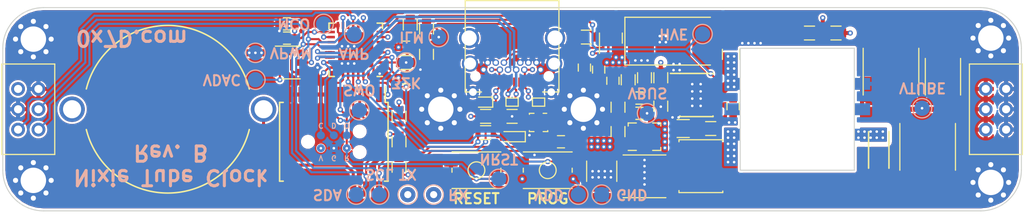
<source format=kicad_pcb>
(kicad_pcb (version 20171130) (host pcbnew "(5.0.2)-1")

  (general
    (thickness 1.6)
    (drawings 39)
    (tracks 603)
    (zones 0)
    (modules 83)
    (nets 57)
  )

  (page A4)
  (layers
    (0 F.Cu jumper)
    (1 In1.Cu jumper)
    (2 In2.Cu jumper)
    (31 B.Cu signal)
    (34 B.Paste user)
    (35 F.Paste user)
    (36 B.SilkS user)
    (37 F.SilkS user)
    (38 B.Mask user)
    (39 F.Mask user)
    (41 Cmts.User user)
    (44 Edge.Cuts user)
    (45 Margin user)
    (46 B.CrtYd user hide)
    (47 F.CrtYd user hide)
    (48 B.Fab user)
    (49 F.Fab user)
  )

  (setup
    (last_trace_width 0.127)
    (user_trace_width 0.15)
    (user_trace_width 0.2)
    (user_trace_width 0.25)
    (user_trace_width 0.3)
    (user_trace_width 0.4)
    (user_trace_width 0.6)
    (user_trace_width 0.8)
    (user_trace_width 1)
    (trace_clearance 0.127)
    (zone_clearance 0.2)
    (zone_45_only no)
    (trace_min 0.127)
    (segment_width 0.2)
    (edge_width 0.1)
    (via_size 0.508)
    (via_drill 0.254)
    (via_min_size 0.508)
    (via_min_drill 0.254)
    (uvia_size 0.3)
    (uvia_drill 0.1)
    (uvias_allowed no)
    (uvia_min_size 0.2)
    (uvia_min_drill 0.1)
    (pcb_text_width 0.3)
    (pcb_text_size 1.5 1.5)
    (mod_edge_width 0.15)
    (mod_text_size 1 1)
    (mod_text_width 0.15)
    (pad_size 1 3.8)
    (pad_drill 0)
    (pad_to_mask_clearance 0)
    (solder_mask_min_width 0.1016)
    (aux_axis_origin 0 0)
    (visible_elements 7FF9FFFF)
    (pcbplotparams
      (layerselection 0x010fc_ffffffff)
      (usegerberextensions false)
      (usegerberattributes false)
      (usegerberadvancedattributes false)
      (creategerberjobfile false)
      (excludeedgelayer true)
      (linewidth 0.100000)
      (plotframeref false)
      (viasonmask false)
      (mode 1)
      (useauxorigin false)
      (hpglpennumber 1)
      (hpglpenspeed 20)
      (hpglpendiameter 15.000000)
      (psnegative false)
      (psa4output false)
      (plotreference false)
      (plotvalue false)
      (plotinvisibletext false)
      (padsonsilk false)
      (subtractmaskfromsilk false)
      (outputformat 1)
      (mirror false)
      (drillshape 0)
      (scaleselection 1)
      (outputdirectory "Gerbers/"))
  )

  (net 0 "")
  (net 1 "Net-(Q1-Pad3)")
  (net 2 "Net-(Q1-Pad2)")
  (net 3 "Net-(R1-Pad2)")
  (net 4 "Net-(R6-Pad2)")
  (net 5 "Net-(Q1-Pad1)")
  (net 6 "Net-(C7-Pad1)")
  (net 7 /HV_OUT)
  (net 8 /VDD)
  (net 9 /VNIXIE)
  (net 10 /SCL)
  (net 11 /SDA)
  (net 12 /HV_EN)
  (net 13 "Net-(R8-Pad2)")
  (net 14 "Net-(R10-Pad2)")
  (net 15 /SWO)
  (net 16 /NRST)
  (net 17 /CC1)
  (net 18 /CC2)
  (net 19 /DAC)
  (net 20 /USB_N)
  (net 21 /USB_P)
  (net 22 "Net-(D4-Pad2)")
  (net 23 /SWDIO)
  (net 24 /SWCLK)
  (net 25 "Net-(L1-Pad1)")
  (net 26 "Net-(L1-Pad2)")
  (net 27 "Net-(R7-Pad1)")
  (net 28 /HV_IN)
  (net 29 /USB)
  (net 30 /ILM)
  (net 31 /FAULT)
  (net 32 /RTC)
  (net 33 /32kHz)
  (net 34 "Net-(C5-Pad1)")
  (net 35 "Net-(R16-Pad1)")
  (net 36 /AMP_EN)
  (net 37 "Net-(BT1-Pad1)")
  (net 38 "Net-(C6-Pad1)")
  (net 39 /NIXIE_EN)
  (net 40 /MCO)
  (net 41 /LED)
  (net 42 "Net-(C17-Pad1)")
  (net 43 "Net-(R2-Pad1)")
  (net 44 "Net-(D5-Pad2)")
  (net 45 "Net-(R20-Pad2)")
  (net 46 /GND)
  (net 47 /VBUS)
  (net 48 "Net-(T1-Pad2)")
  (net 49 "Net-(U1-Pad4)")
  (net 50 "Net-(U1-Pad9)")
  (net 51 "Net-(U2-Pad25)")
  (net 52 "Net-(U2-Pad14)")
  (net 53 "Net-(U2-Pad12)")
  (net 54 "Net-(U2-Pad10)")
  (net 55 /UART_TX)
  (net 56 /UART_RX)

  (net_class Default "This is the default net class."
    (clearance 0.127)
    (trace_width 0.127)
    (via_dia 0.508)
    (via_drill 0.254)
    (uvia_dia 0.3)
    (uvia_drill 0.1)
    (diff_pair_gap 0.127)
    (diff_pair_width 0.25)
    (add_net /32kHz)
    (add_net /AMP_EN)
    (add_net /CC1)
    (add_net /CC2)
    (add_net /DAC)
    (add_net /FAULT)
    (add_net /GND)
    (add_net /HV_EN)
    (add_net /HV_IN)
    (add_net /ILM)
    (add_net /LED)
    (add_net /MCO)
    (add_net /NIXIE_EN)
    (add_net /NRST)
    (add_net /RTC)
    (add_net /SCL)
    (add_net /SDA)
    (add_net /SWCLK)
    (add_net /SWDIO)
    (add_net /SWO)
    (add_net /UART_RX)
    (add_net /UART_TX)
    (add_net /USB)
    (add_net /USB_N)
    (add_net /USB_P)
    (add_net /VBUS)
    (add_net /VDD)
    (add_net /VNIXIE)
    (add_net "Net-(BT1-Pad1)")
    (add_net "Net-(C17-Pad1)")
    (add_net "Net-(C5-Pad1)")
    (add_net "Net-(C6-Pad1)")
    (add_net "Net-(C7-Pad1)")
    (add_net "Net-(D4-Pad2)")
    (add_net "Net-(D5-Pad2)")
    (add_net "Net-(L1-Pad1)")
    (add_net "Net-(L1-Pad2)")
    (add_net "Net-(Q1-Pad1)")
    (add_net "Net-(Q1-Pad2)")
    (add_net "Net-(Q1-Pad3)")
    (add_net "Net-(R1-Pad2)")
    (add_net "Net-(R10-Pad2)")
    (add_net "Net-(R16-Pad1)")
    (add_net "Net-(R2-Pad1)")
    (add_net "Net-(R20-Pad2)")
    (add_net "Net-(R6-Pad2)")
    (add_net "Net-(R7-Pad1)")
    (add_net "Net-(R8-Pad2)")
    (add_net "Net-(T1-Pad2)")
    (add_net "Net-(U1-Pad4)")
    (add_net "Net-(U1-Pad9)")
    (add_net "Net-(U2-Pad10)")
    (add_net "Net-(U2-Pad12)")
    (add_net "Net-(U2-Pad14)")
    (add_net "Net-(U2-Pad25)")
  )

  (net_class HV ""
    (clearance 0.4)
    (trace_width 0.2)
    (via_dia 0.508)
    (via_drill 0.254)
    (uvia_dia 0.3)
    (uvia_drill 0.1)
    (diff_pair_gap 0.127)
    (diff_pair_width 0.25)
    (add_net /HV_OUT)
  )

  (module "Custom Parts:USB_C_Receptacle_Circular_Holes" locked (layer F.Cu) (tedit 5C721F11) (tstamp 5BADE66E)
    (at 150 92.4 180)
    (descr "USB TYPE C, RA RCPT PCB, Hybrid, https://www.amphenolcanada.com/StockAvailabilityPrice.aspx?From=&PartNum=12401548E4%7e2A")
    (tags "USB C Type-C Receptacle Hybrid")
    (path /5C65F90A)
    (attr smd)
    (fp_text reference J1 (at 0 -6.36 180) (layer F.SilkS) hide
      (effects (font (size 1 1) (thickness 0.15)))
    )
    (fp_text value USB_C_Receptacle (at 0 4 180) (layer F.Fab)
      (effects (font (size 1 1) (thickness 0.15)))
    )
    (fp_line (start -4.6 2.39) (end 4.6 2.39) (layer F.SilkS) (width 0.12))
    (fp_line (start -4.6 3.09) (end 4.6 3.09) (layer F.SilkS) (width 0.12))
    (fp_line (start -4.6 3.09) (end -4.6 -5.9) (layer F.Fab) (width 0.1))
    (fp_line (start -4.6 -5.9) (end 4.6 -5.9) (layer F.Fab) (width 0.1))
    (fp_line (start -4.6 -5.9) (end -3 -5.9) (layer F.SilkS) (width 0.12))
    (fp_line (start -4.6 -5.9) (end -4.6 3.09) (layer F.SilkS) (width 0.12))
    (fp_line (start 4.6 -5.9) (end 4.6 3.09) (layer F.SilkS) (width 0.12))
    (fp_line (start 3 -5.9) (end 4.6 -5.9) (layer F.SilkS) (width 0.12))
    (fp_line (start -4.6 3.09) (end 4.6 3.09) (layer F.Fab) (width 0.1))
    (fp_line (start 4.6 3.09) (end 4.6 -5.9) (layer F.Fab) (width 0.1))
    (fp_text user %R (at 0 0 180) (layer F.Fab)
      (effects (font (size 1 1) (thickness 0.1)))
    )
    (pad S1 thru_hole circle (at 3.845 -5.91 180) (size 1.2 1.2) (drill 0.75) (layers *.Cu *.Mask F.Paste)
      (net 46 /GND))
    (pad S1 thru_hole circle (at -3.845 -5.91 180) (size 1.2 1.2) (drill 0.75) (layers *.Cu *.Mask F.Paste)
      (net 46 /GND))
    (pad B11 thru_hole circle (at -2.4 -3.01 180) (size 0.65 0.65) (drill 0.4) (layers *.Cu *.Mask F.Paste)
      (net 46 /GND) (solder_paste_margin_ratio -0.1))
    (pad B10 thru_hole circle (at -1.6 -3.01 180) (size 0.65 0.65) (drill 0.4) (layers *.Cu *.Mask F.Paste)
      (net 46 /GND) (solder_paste_margin_ratio -0.1))
    (pad B8 thru_hole circle (at -0.8 -3.01 180) (size 0.65 0.65) (drill 0.4) (layers *.Cu *.Mask F.Paste)
      (net 46 /GND) (solder_paste_margin_ratio -0.1))
    (pad B5 thru_hole circle (at 0.8 -3.01 180) (size 0.65 0.65) (drill 0.4) (layers *.Cu *.Mask F.Paste)
      (net 18 /CC2) (solder_paste_margin_ratio -0.1))
    (pad B3 thru_hole circle (at 1.6 -3.01 180) (size 0.65 0.65) (drill 0.4) (layers *.Cu *.Mask F.Paste)
      (net 46 /GND) (solder_paste_margin_ratio -0.1))
    (pad B2 thru_hole circle (at 2.4 -3.01 180) (size 0.65 0.65) (drill 0.4) (layers *.Cu *.Mask F.Paste)
      (net 46 /GND) (solder_paste_margin_ratio -0.1))
    (pad B12 thru_hole circle (at -2.8 -3.71 180) (size 0.65 0.65) (drill 0.4) (layers *.Cu *.Mask F.Paste)
      (net 46 /GND) (solder_paste_margin_ratio -0.1))
    (pad B9 thru_hole circle (at -1.2 -3.71 180) (size 0.65 0.65) (drill 0.4) (layers *.Cu *.Mask F.Paste)
      (net 47 /VBUS) (solder_paste_margin_ratio -0.1))
    (pad B7 thru_hole circle (at -0.4 -3.71 180) (size 0.65 0.65) (drill 0.4) (layers *.Cu *.Mask F.Paste)
      (net 20 /USB_N) (solder_paste_margin_ratio -0.1))
    (pad B6 thru_hole circle (at 0.4 -3.71 180) (size 0.65 0.65) (drill 0.4) (layers *.Cu *.Mask F.Paste)
      (net 21 /USB_P) (solder_paste_margin_ratio -0.1))
    (pad B4 thru_hole circle (at 1.2 -3.71 180) (size 0.65 0.65) (drill 0.4) (layers *.Cu *.Mask F.Paste)
      (net 47 /VBUS) (solder_paste_margin_ratio -0.1))
    (pad B1 thru_hole circle (at 2.8 -3.71 180) (size 0.65 0.65) (drill 0.4) (layers *.Cu *.Mask F.Paste)
      (net 46 /GND) (solder_paste_margin_ratio -0.1))
    (pad "" np_thru_hole circle (at -3.6 -4.36 180) (size 0.65 0.65) (drill 0.65) (layers *.Mask F.Cu))
    (pad "" np_thru_hole circle (at 3.6 -4.36 180) (size 0.65 0.65) (drill 0.65) (layers *.Mask F.Cu))
    (pad S1 thru_hole circle (at -4.22 -0.595 180) (size 2 2) (drill 1.5) (layers *.Cu *.Mask F.Paste)
      (net 46 /GND))
    (pad S1 thru_hole circle (at 4.22 -0.595 180) (size 2 2) (drill 1.5) (layers *.Cu *.Mask F.Paste)
      (net 46 /GND))
    (pad S1 thru_hole circle (at 4.13 -3.11 180) (size 1.6 1.6) (drill 1.2) (layers *.Cu *.Mask F.Paste)
      (net 46 /GND))
    (pad A11 smd rect (at 2.25 -4.93 180) (size 0.3 0.9) (layers F.Cu F.Paste F.Mask)
      (net 46 /GND))
    (pad A8 smd rect (at 0.75 -4.93 180) (size 0.3 0.9) (layers F.Cu F.Paste F.Mask)
      (net 46 /GND))
    (pad A9 smd rect (at 1.25 -4.93 180) (size 0.3 0.9) (layers F.Cu F.Paste F.Mask)
      (net 47 /VBUS))
    (pad A10 smd rect (at 1.75 -4.93 180) (size 0.3 0.9) (layers F.Cu F.Paste F.Mask)
      (net 46 /GND))
    (pad A12 smd rect (at 2.75 -4.93 180) (size 0.3 0.9) (layers F.Cu F.Paste F.Mask)
      (net 46 /GND))
    (pad A7 smd rect (at 0.25 -4.93 180) (size 0.3 0.9) (layers F.Cu F.Paste F.Mask)
      (net 20 /USB_N))
    (pad A6 smd rect (at -0.25 -4.93 180) (size 0.3 0.9) (layers F.Cu F.Paste F.Mask)
      (net 21 /USB_P))
    (pad A5 smd rect (at -0.75 -4.93 180) (size 0.3 0.9) (layers F.Cu F.Paste F.Mask)
      (net 17 /CC1))
    (pad A4 smd rect (at -1.25 -4.93 180) (size 0.3 0.9) (layers F.Cu F.Paste F.Mask)
      (net 47 /VBUS))
    (pad A3 smd rect (at -1.75 -4.93 180) (size 0.3 0.9) (layers F.Cu F.Paste F.Mask)
      (net 46 /GND))
    (pad A2 smd rect (at -2.25 -4.93 180) (size 0.3 0.9) (layers F.Cu F.Paste F.Mask)
      (net 46 /GND))
    (pad A1 smd rect (at -2.75 -4.93 180) (size 0.3 0.9) (layers F.Cu F.Paste F.Mask)
      (net 46 /GND))
    (pad S1 thru_hole circle (at -4.13 -3.11 180) (size 1.6 1.6) (drill 1.2) (layers *.Cu *.Mask F.Paste)
      (net 46 /GND))
    (model ${KISYS3DMOD}/Connectors_USB.3dshapes/USB_C_Receptacle_Amphenol_12401548E4-2A.wrl
      (at (xyz 0 0 0))
      (scale (xyz 1 1 1))
      (rotate (xyz 0 0 0))
    )
  )

  (module TestPoint:TestPoint_Pad_D1.5mm (layer B.Cu) (tedit 5C69EE17) (tstamp 5C76B789)
    (at 158.8 108.4)
    (descr "SMD pad as test Point, diameter 1.5mm")
    (tags "test point SMD pad")
    (path /5C6A9997)
    (attr virtual)
    (fp_text reference J21 (at 0 1.648) (layer B.SilkS) hide
      (effects (font (size 1 1) (thickness 0.15)) (justify mirror))
    )
    (fp_text value GND (at 0 -1.75) (layer B.Fab) hide
      (effects (font (size 1 1) (thickness 0.15)) (justify mirror))
    )
    (fp_text user %R (at 0 1.65) (layer B.Fab)
      (effects (font (size 1 1) (thickness 0.15)) (justify mirror))
    )
    (fp_circle (center 0 0) (end 1.25 0) (layer B.CrtYd) (width 0.05))
    (fp_circle (center 0 0) (end 0 -0.95) (layer B.SilkS) (width 0.12))
    (pad 1 smd circle (at 0 0) (size 1.5 1.5) (layers B.Cu B.Mask)
      (net 46 /GND))
  )

  (module TestPoint:TestPoint_THTPad_D1.5mm_Drill0.7mm (layer B.Cu) (tedit 5C69EE86) (tstamp 5C76C78F)
    (at 142.3 108.4)
    (descr "THT pad as test Point, diameter 1.5mm, hole diameter 0.7mm")
    (tags "test point THT pad")
    (path /5C68D805)
    (attr virtual)
    (fp_text reference J20 (at 0 1.648) (layer B.SilkS) hide
      (effects (font (size 1 1) (thickness 0.15)) (justify mirror))
    )
    (fp_text value RX (at 0 -1.75) (layer B.Fab) hide
      (effects (font (size 1 1) (thickness 0.15)) (justify mirror))
    )
    (fp_circle (center 0 0) (end 0 -0.95) (layer B.SilkS) (width 0.12))
    (fp_circle (center 0 0) (end 1.25 0) (layer B.CrtYd) (width 0.05))
    (fp_text user %R (at 0 1.65) (layer B.Fab)
      (effects (font (size 1 1) (thickness 0.15)) (justify mirror))
    )
    (pad 1 thru_hole circle (at 0 0) (size 1.5 1.5) (drill 0.7) (layers *.Cu *.Mask)
      (net 56 /UART_RX))
  )

  (module TestPoint:TestPoint_THTPad_D1.5mm_Drill0.7mm (layer B.Cu) (tedit 5C69EE89) (tstamp 5C76C772)
    (at 139.76 108.4)
    (descr "THT pad as test Point, diameter 1.5mm, hole diameter 0.7mm")
    (tags "test point THT pad")
    (path /5C68D771)
    (attr virtual)
    (fp_text reference J19 (at 0 1.648) (layer B.SilkS) hide
      (effects (font (size 1 1) (thickness 0.15)) (justify mirror))
    )
    (fp_text value TX (at 0 -1.75) (layer B.Fab) hide
      (effects (font (size 1 1) (thickness 0.15)) (justify mirror))
    )
    (fp_text user %R (at 0 1.65) (layer B.Fab)
      (effects (font (size 1 1) (thickness 0.15)) (justify mirror))
    )
    (fp_circle (center 0 0) (end 1.25 0) (layer B.CrtYd) (width 0.05))
    (fp_circle (center 0 0) (end 0 -0.95) (layer B.SilkS) (width 0.12))
    (pad 1 thru_hole circle (at 0 0) (size 1.5 1.5) (drill 0.7) (layers *.Cu *.Mask)
      (net 55 /UART_TX))
  )

  (module Housings_DFN_QFN:QFN-32-1EP_5x5mm_Pitch0.5mm (layer F.Cu) (tedit 5BA9CFDF) (tstamp 5BABF1F1)
    (at 134.65 94.15 180)
    (descr "UH Package; 32-Lead Plastic QFN (5mm x 5mm); (see Linear Technology QFN_32_05-08-1693.pdf)")
    (tags "QFN 0.5")
    (path /5B622DF7)
    (attr smd)
    (fp_text reference U2 (at 0 -3.75 180) (layer F.SilkS) hide
      (effects (font (size 1 1) (thickness 0.15)))
    )
    (fp_text value STM32L432K (at 0 3.75 180) (layer F.Fab)
      (effects (font (size 1 1) (thickness 0.15)))
    )
    (fp_line (start 2.625 -2.625) (end 2.1 -2.625) (layer F.SilkS) (width 0.15))
    (fp_line (start 2.625 2.625) (end 2.1 2.625) (layer F.SilkS) (width 0.15))
    (fp_line (start -2.625 2.625) (end -2.1 2.625) (layer F.SilkS) (width 0.15))
    (fp_line (start -2.625 -2.625) (end -2.1 -2.625) (layer F.SilkS) (width 0.15))
    (fp_line (start 2.625 2.625) (end 2.625 2.1) (layer F.SilkS) (width 0.15))
    (fp_line (start -2.625 2.625) (end -2.625 2.1) (layer F.SilkS) (width 0.15))
    (fp_line (start 2.625 -2.625) (end 2.625 -2.1) (layer F.SilkS) (width 0.15))
    (fp_line (start -3 3) (end 3 3) (layer F.CrtYd) (width 0.05))
    (fp_line (start -3 -3) (end 3 -3) (layer F.CrtYd) (width 0.05))
    (fp_line (start 3 -3) (end 3 3) (layer F.CrtYd) (width 0.05))
    (fp_line (start -3 -3) (end -3 3) (layer F.CrtYd) (width 0.05))
    (fp_line (start -2.5 -1.5) (end -1.5 -2.5) (layer F.Fab) (width 0.15))
    (fp_line (start -2.5 2.5) (end -2.5 -1.5) (layer F.Fab) (width 0.15))
    (fp_line (start 2.5 2.5) (end -2.5 2.5) (layer F.Fab) (width 0.15))
    (fp_line (start 2.5 -2.5) (end 2.5 2.5) (layer F.Fab) (width 0.15))
    (fp_line (start -1.5 -2.5) (end 2.5 -2.5) (layer F.Fab) (width 0.15))
    (pad 33 smd rect (at -0.8625 -0.8625 180) (size 1.725 1.725) (layers F.Cu F.Paste F.Mask)
      (net 46 /GND) (solder_paste_margin_ratio -0.2))
    (pad 33 smd rect (at -0.8625 0.8625 180) (size 1.725 1.725) (layers F.Cu F.Paste F.Mask)
      (net 46 /GND) (solder_paste_margin_ratio -0.2))
    (pad 33 smd rect (at 0.8625 -0.8625 180) (size 1.725 1.725) (layers F.Cu F.Paste F.Mask)
      (net 46 /GND) (solder_paste_margin_ratio -0.2))
    (pad 33 smd rect (at 0.8625 0.8625 180) (size 1.725 1.725) (layers F.Cu F.Paste F.Mask)
      (net 46 /GND) (solder_paste_margin_ratio -0.2))
    (pad 32 smd rect (at -1.75 -2.4 270) (size 0.7 0.25) (layers F.Cu F.Paste F.Mask)
      (net 46 /GND))
    (pad 31 smd rect (at -1.25 -2.4 270) (size 0.7 0.25) (layers F.Cu F.Paste F.Mask)
      (net 43 "Net-(R2-Pad1)"))
    (pad 30 smd rect (at -0.75 -2.4 270) (size 0.7 0.25) (layers F.Cu F.Paste F.Mask)
      (net 56 /UART_RX))
    (pad 29 smd rect (at -0.25 -2.4 270) (size 0.7 0.25) (layers F.Cu F.Paste F.Mask)
      (net 55 /UART_TX))
    (pad 28 smd rect (at 0.25 -2.4 270) (size 0.7 0.25) (layers F.Cu F.Paste F.Mask)
      (net 32 /RTC))
    (pad 27 smd rect (at 0.75 -2.4 270) (size 0.7 0.25) (layers F.Cu F.Paste F.Mask)
      (net 29 /USB))
    (pad 26 smd rect (at 1.25 -2.4 270) (size 0.7 0.25) (layers F.Cu F.Paste F.Mask)
      (net 15 /SWO))
    (pad 25 smd rect (at 1.75 -2.4 270) (size 0.7 0.25) (layers F.Cu F.Paste F.Mask)
      (net 51 "Net-(U2-Pad25)"))
    (pad 24 smd rect (at 2.4 -1.75 180) (size 0.7 0.25) (layers F.Cu F.Paste F.Mask)
      (net 24 /SWCLK))
    (pad 23 smd rect (at 2.4 -1.25 180) (size 0.7 0.25) (layers F.Cu F.Paste F.Mask)
      (net 23 /SWDIO))
    (pad 22 smd rect (at 2.4 -0.75 180) (size 0.7 0.25) (layers F.Cu F.Paste F.Mask)
      (net 21 /USB_P))
    (pad 21 smd rect (at 2.4 -0.25 180) (size 0.7 0.25) (layers F.Cu F.Paste F.Mask)
      (net 20 /USB_N))
    (pad 20 smd rect (at 2.4 0.25 180) (size 0.7 0.25) (layers F.Cu F.Paste F.Mask)
      (net 11 /SDA))
    (pad 19 smd rect (at 2.4 0.75 180) (size 0.7 0.25) (layers F.Cu F.Paste F.Mask)
      (net 10 /SCL))
    (pad 18 smd rect (at 2.4 1.25 180) (size 0.7 0.25) (layers F.Cu F.Paste F.Mask)
      (net 40 /MCO))
    (pad 17 smd rect (at 2.4 1.75 180) (size 0.7 0.25) (layers F.Cu F.Paste F.Mask)
      (net 8 /VDD))
    (pad 16 smd rect (at 1.75 2.4 270) (size 0.7 0.25) (layers F.Cu F.Paste F.Mask)
      (net 46 /GND))
    (pad 15 smd rect (at 1.25 2.4 270) (size 0.7 0.25) (layers F.Cu F.Paste F.Mask)
      (net 36 /AMP_EN))
    (pad 14 smd rect (at 0.75 2.4 270) (size 0.7 0.25) (layers F.Cu F.Paste F.Mask)
      (net 52 "Net-(U2-Pad14)"))
    (pad 13 smd rect (at 0.25 2.4 270) (size 0.7 0.25) (layers F.Cu F.Paste F.Mask)
      (net 39 /NIXIE_EN))
    (pad 12 smd rect (at -0.25 2.4 270) (size 0.7 0.25) (layers F.Cu F.Paste F.Mask)
      (net 53 "Net-(U2-Pad12)"))
    (pad 11 smd rect (at -0.75 2.4 270) (size 0.7 0.25) (layers F.Cu F.Paste F.Mask)
      (net 19 /DAC))
    (pad 10 smd rect (at -1.25 2.4 270) (size 0.7 0.25) (layers F.Cu F.Paste F.Mask)
      (net 54 "Net-(U2-Pad10)"))
    (pad 9 smd rect (at -1.75 2.4 270) (size 0.7 0.25) (layers F.Cu F.Paste F.Mask)
      (net 31 /FAULT))
    (pad 8 smd rect (at -2.4 1.75 180) (size 0.7 0.25) (layers F.Cu F.Paste F.Mask)
      (net 12 /HV_EN))
    (pad 7 smd rect (at -2.4 1.25 180) (size 0.7 0.25) (layers F.Cu F.Paste F.Mask)
      (net 45 "Net-(R20-Pad2)"))
    (pad 6 smd rect (at -2.4 0.75 180) (size 0.7 0.25) (layers F.Cu F.Paste F.Mask)
      (net 30 /ILM))
    (pad 5 smd rect (at -2.4 0.25 180) (size 0.7 0.25) (layers F.Cu F.Paste F.Mask)
      (net 8 /VDD))
    (pad 4 smd rect (at -2.4 -0.25 180) (size 0.7 0.25) (layers F.Cu F.Paste F.Mask)
      (net 16 /NRST))
    (pad 3 smd rect (at -2.4 -0.75 180) (size 0.7 0.25) (layers F.Cu F.Paste F.Mask)
      (net 41 /LED))
    (pad 2 smd rect (at -2.4 -1.25 180) (size 0.7 0.25) (layers F.Cu F.Paste F.Mask)
      (net 33 /32kHz))
    (pad 1 smd rect (at -2.4 -1.75 180) (size 0.7 0.25) (layers F.Cu F.Paste F.Mask)
      (net 8 /VDD))
    (model ${KISYS3DMOD}/Housings_DFN_QFN.3dshapes/QFN-32-1EP_5x5mm_Pitch0.5mm.wrl
      (at (xyz 0 0 0))
      (scale (xyz 1 1 1))
      (rotate (xyz 0 0 0))
    )
  )

  (module "Custom Parts:EVQP2" (layer F.Cu) (tedit 5BA9CFCC) (tstamp 5BA845C4)
    (at 146.5 106 180)
    (path /5B64A44F)
    (fp_text reference SW1 (at 0 2.7 180) (layer F.SilkS) hide
      (effects (font (size 1 1) (thickness 0.15)))
    )
    (fp_text value NRST (at 0 -2.6 180) (layer F.Fab)
      (effects (font (size 1 1) (thickness 0.15)))
    )
    (fp_line (start 2.4 -0.2) (end 2.4 0.2) (layer F.SilkS) (width 0.12))
    (fp_line (start -2.4 -0.2) (end -2.4 0.2) (layer F.SilkS) (width 0.12))
    (fp_line (start 2.4 1.8) (end -2.4 1.8) (layer F.SilkS) (width 0.12))
    (fp_line (start -2.4 -1.8) (end 2.4 -1.8) (layer F.SilkS) (width 0.12))
    (fp_circle (center 0 0) (end 0.824621 0) (layer F.SilkS) (width 0.12))
    (fp_line (start -2.35 1.75) (end 2.35 1.75) (layer F.Fab) (width 0.1))
    (fp_line (start -2.35 -1.75) (end 2.35 -1.75) (layer F.Fab) (width 0.1))
    (fp_line (start 2.35 -1.75) (end 2.35 1.75) (layer F.Fab) (width 0.1))
    (fp_line (start -2.35 -1.75) (end -2.35 1.75) (layer F.Fab) (width 0.1))
    (pad 1 smd rect (at 2.5 0.85 180) (size 1.3 1) (layers F.Cu F.Paste F.Mask)
      (net 46 /GND))
    (pad 2 smd rect (at 2.5 -0.85 180) (size 1.3 1) (layers F.Cu F.Paste F.Mask)
      (net 16 /NRST))
    (pad 2 smd rect (at -2.5 -0.86 180) (size 1.3 1) (layers F.Cu F.Paste F.Mask)
      (net 16 /NRST))
    (pad 1 smd rect (at -2.5 0.85 180) (size 1.3 1) (layers F.Cu F.Paste F.Mask)
      (net 46 /GND))
  )

  (module TO_SOT_Packages_SMD:SOT-23-6 (layer F.Cu) (tedit 5BA9CFE5) (tstamp 5BACC2CA)
    (at 128.3 95.4)
    (descr "6-pin SOT-23 package")
    (tags SOT-23-6)
    (path /5BBE6227)
    (attr smd)
    (fp_text reference U5 (at 0 -2.9) (layer F.SilkS) hide
      (effects (font (size 1 1) (thickness 0.15)))
    )
    (fp_text value AD8591 (at 0 2.9) (layer F.Fab)
      (effects (font (size 1 1) (thickness 0.15)))
    )
    (fp_text user %R (at 0 0 90) (layer F.Fab)
      (effects (font (size 0.5 0.5) (thickness 0.075)))
    )
    (fp_line (start -0.9 1.61) (end 0.9 1.61) (layer F.SilkS) (width 0.12))
    (fp_line (start 0.9 -1.61) (end -1.55 -1.61) (layer F.SilkS) (width 0.12))
    (fp_line (start 1.9 -1.8) (end -1.9 -1.8) (layer F.CrtYd) (width 0.05))
    (fp_line (start 1.9 1.8) (end 1.9 -1.8) (layer F.CrtYd) (width 0.05))
    (fp_line (start -1.9 1.8) (end 1.9 1.8) (layer F.CrtYd) (width 0.05))
    (fp_line (start -1.9 -1.8) (end -1.9 1.8) (layer F.CrtYd) (width 0.05))
    (fp_line (start -0.9 -0.9) (end -0.25 -1.55) (layer F.Fab) (width 0.1))
    (fp_line (start 0.9 -1.55) (end -0.25 -1.55) (layer F.Fab) (width 0.1))
    (fp_line (start -0.9 -0.9) (end -0.9 1.55) (layer F.Fab) (width 0.1))
    (fp_line (start 0.9 1.55) (end -0.9 1.55) (layer F.Fab) (width 0.1))
    (fp_line (start 0.9 -1.55) (end 0.9 1.55) (layer F.Fab) (width 0.1))
    (pad 1 smd rect (at -1.1 -0.95) (size 1.06 0.65) (layers F.Cu F.Paste F.Mask)
      (net 9 /VNIXIE))
    (pad 2 smd rect (at -1.1 0) (size 1.06 0.65) (layers F.Cu F.Paste F.Mask)
      (net 46 /GND))
    (pad 3 smd rect (at -1.1 0.95) (size 1.06 0.65) (layers F.Cu F.Paste F.Mask)
      (net 19 /DAC))
    (pad 4 smd rect (at 1.1 0.95) (size 1.06 0.65) (layers F.Cu F.Paste F.Mask)
      (net 9 /VNIXIE))
    (pad 6 smd rect (at 1.1 -0.95) (size 1.06 0.65) (layers F.Cu F.Paste F.Mask)
      (net 8 /VDD))
    (pad 5 smd rect (at 1.1 0) (size 1.06 0.65) (layers F.Cu F.Paste F.Mask)
      (net 36 /AMP_EN))
    (model ${KISYS3DMOD}/TO_SOT_Packages_SMD.3dshapes/SOT-23-6.wrl
      (at (xyz 0 0 0))
      (scale (xyz 1 1 1))
      (rotate (xyz 0 0 0))
    )
  )

  (module TestPoint:TestPoint_Pad_D1.5mm (layer B.Cu) (tedit 5C672C95) (tstamp 5C67A4C9)
    (at 124.8 97.1)
    (descr "SMD pad as test Point, diameter 1.5mm")
    (tags "test point SMD pad")
    (path /5BAB0421)
    (attr virtual)
    (fp_text reference J13 (at 0 1.648) (layer B.SilkS) hide
      (effects (font (size 1 1) (thickness 0.15)) (justify mirror))
    )
    (fp_text value DAC (at 0 -1.75) (layer B.Fab)
      (effects (font (size 1 1) (thickness 0.15)) (justify mirror))
    )
    (fp_circle (center 0 0) (end 0 -0.95) (layer B.SilkS) (width 0.12))
    (fp_circle (center 0 0) (end 1.25 0) (layer B.CrtYd) (width 0.05))
    (fp_text user %R (at 0 1.65) (layer B.Fab)
      (effects (font (size 1 1) (thickness 0.15)) (justify mirror))
    )
    (pad 1 smd circle (at 0 0) (size 1.5 1.5) (layers B.Cu B.Mask)
      (net 19 /DAC))
  )

  (module TestPoint:TestPoint_Pad_D1.5mm (layer B.Cu) (tedit 5C672C88) (tstamp 5C7478C4)
    (at 148.7 106.85)
    (descr "SMD pad as test Point, diameter 1.5mm")
    (tags "test point SMD pad")
    (path /5BB2EA59)
    (attr virtual)
    (fp_text reference J18 (at 0 1.648) (layer B.SilkS) hide
      (effects (font (size 1 1) (thickness 0.15)) (justify mirror))
    )
    (fp_text value NRST (at 0 -1.75) (layer B.Fab)
      (effects (font (size 1 1) (thickness 0.15)) (justify mirror))
    )
    (fp_circle (center 0 0) (end 0 -0.95) (layer B.SilkS) (width 0.12))
    (fp_circle (center 0 0) (end 1.25 0) (layer B.CrtYd) (width 0.05))
    (fp_text user %R (at 0 1.65) (layer B.Fab)
      (effects (font (size 1 1) (thickness 0.15)) (justify mirror))
    )
    (pad 1 smd circle (at 0 0) (size 1.5 1.5) (layers B.Cu B.Mask)
      (net 16 /NRST))
  )

  (module TestPoint:TestPoint_Pad_D1.5mm (layer B.Cu) (tedit 5C673483) (tstamp 5C67ABF7)
    (at 135 100.1)
    (descr "SMD pad as test Point, diameter 1.5mm")
    (tags "test point SMD pad")
    (path /5BAE0437)
    (attr virtual)
    (fp_text reference J17 (at 0 1.648) (layer B.SilkS) hide
      (effects (font (size 1 1) (thickness 0.15)) (justify mirror))
    )
    (fp_text value SWO (at 0 -1.75) (layer B.Fab)
      (effects (font (size 1 1) (thickness 0.15)) (justify mirror))
    )
    (fp_text user %R (at 0 1.65) (layer B.Fab)
      (effects (font (size 1 1) (thickness 0.15)) (justify mirror))
    )
    (fp_circle (center 0 0) (end 1.25 0) (layer B.CrtYd) (width 0.05))
    (fp_circle (center 0 0) (end 0 -0.95) (layer B.SilkS) (width 0.12))
    (pad 1 smd circle (at 0 0) (size 1.5 1.5) (layers B.Cu B.Mask)
      (net 15 /SWO))
  )

  (module TestPoint:TestPoint_Pad_D1.5mm (layer B.Cu) (tedit 5C672CE4) (tstamp 5C745798)
    (at 163.25 100.4)
    (descr "SMD pad as test Point, diameter 1.5mm")
    (tags "test point SMD pad")
    (path /5BAD1FCF)
    (attr virtual)
    (fp_text reference J16 (at 0 1.648) (layer B.SilkS) hide
      (effects (font (size 1 1) (thickness 0.15)) (justify mirror))
    )
    (fp_text value VBUS (at 0 -1.75) (layer B.Fab)
      (effects (font (size 1 1) (thickness 0.15)) (justify mirror))
    )
    (fp_circle (center 0 0) (end 0 -0.95) (layer B.SilkS) (width 0.12))
    (fp_circle (center 0 0) (end 1.25 0) (layer B.CrtYd) (width 0.05))
    (fp_text user %R (at 0 1.65) (layer B.Fab)
      (effects (font (size 1 1) (thickness 0.15)) (justify mirror))
    )
    (pad 1 smd circle (at 0 0) (size 1.5 1.5) (layers B.Cu B.Mask)
      (net 47 /VBUS))
  )

  (module TestPoint:TestPoint_Pad_D1.5mm (layer B.Cu) (tedit 5C672C9A) (tstamp 5C676D11)
    (at 124.8 94.45)
    (descr "SMD pad as test Point, diameter 1.5mm")
    (tags "test point SMD pad")
    (path /5BAF3226)
    (attr virtual)
    (fp_text reference J15 (at 0 1.648) (layer B.SilkS) hide
      (effects (font (size 1 1) (thickness 0.15)) (justify mirror))
    )
    (fp_text value VNIXIE (at 0 -1.75) (layer B.Fab)
      (effects (font (size 1 1) (thickness 0.15)) (justify mirror))
    )
    (fp_text user %R (at 0 1.65) (layer B.Fab)
      (effects (font (size 1 1) (thickness 0.15)) (justify mirror))
    )
    (fp_circle (center 0 0) (end 1.25 0) (layer B.CrtYd) (width 0.05))
    (fp_circle (center 0 0) (end 0 -0.95) (layer B.SilkS) (width 0.12))
    (pad 1 smd circle (at 0 0) (size 1.5 1.5) (layers B.Cu B.Mask)
      (net 9 /VNIXIE))
  )

  (module TestPoint:TestPoint_Pad_D1.5mm (layer B.Cu) (tedit 5C672C83) (tstamp 5C74578A)
    (at 156.5 108.4)
    (descr "SMD pad as test Point, diameter 1.5mm")
    (tags "test point SMD pad")
    (path /5BAB2A61)
    (attr virtual)
    (fp_text reference J14 (at 0 1.648) (layer B.SilkS) hide
      (effects (font (size 1 1) (thickness 0.15)) (justify mirror))
    )
    (fp_text value VDD (at 0 -1.75) (layer B.Fab)
      (effects (font (size 1 1) (thickness 0.15)) (justify mirror))
    )
    (fp_circle (center 0 0) (end 0 -0.95) (layer B.SilkS) (width 0.12))
    (fp_circle (center 0 0) (end 1.25 0) (layer B.CrtYd) (width 0.05))
    (fp_text user %R (at 0 1.65) (layer B.Fab)
      (effects (font (size 1 1) (thickness 0.15)) (justify mirror))
    )
    (pad 1 smd circle (at 0 0) (size 1.5 1.5) (layers B.Cu B.Mask)
      (net 8 /VDD))
  )

  (module TestPoint:TestPoint_Pad_D1.5mm (layer B.Cu) (tedit 5C672C6B) (tstamp 5C7467C0)
    (at 136.95 108.4)
    (descr "SMD pad as test Point, diameter 1.5mm")
    (tags "test point SMD pad")
    (path /5BAC8048)
    (attr virtual)
    (fp_text reference J11 (at 0 1.648) (layer B.SilkS) hide
      (effects (font (size 1 1) (thickness 0.15)) (justify mirror))
    )
    (fp_text value SCL (at 0 -1.75) (layer B.Fab)
      (effects (font (size 1 1) (thickness 0.15)) (justify mirror))
    )
    (fp_text user %R (at 0 1.65) (layer B.Fab)
      (effects (font (size 1 1) (thickness 0.15)) (justify mirror))
    )
    (fp_circle (center 0 0) (end 1.25 0) (layer B.CrtYd) (width 0.05))
    (fp_circle (center 0 0) (end 0 -0.95) (layer B.SilkS) (width 0.12))
    (pad 1 smd circle (at 0 0) (size 1.5 1.5) (layers B.Cu B.Mask)
      (net 10 /SCL))
  )

  (module TestPoint:TestPoint_Pad_D1.5mm (layer B.Cu) (tedit 5C672CD6) (tstamp 5C74577C)
    (at 134.5 92.6)
    (descr "SMD pad as test Point, diameter 1.5mm")
    (tags "test point SMD pad")
    (path /5BAC83B4)
    (attr virtual)
    (fp_text reference J9 (at 0 1.648) (layer B.SilkS) hide
      (effects (font (size 1 1) (thickness 0.15)) (justify mirror))
    )
    (fp_text value AMP_EN (at 0 -1.75) (layer B.Fab)
      (effects (font (size 1 1) (thickness 0.15)) (justify mirror))
    )
    (fp_circle (center 0 0) (end 0 -0.95) (layer B.SilkS) (width 0.12))
    (fp_circle (center 0 0) (end 1.25 0) (layer B.CrtYd) (width 0.05))
    (fp_text user %R (at 0 1.65) (layer B.Fab)
      (effects (font (size 1 1) (thickness 0.15)) (justify mirror))
    )
    (pad 1 smd circle (at 0 0) (size 1.5 1.5) (layers B.Cu B.Mask)
      (net 36 /AMP_EN))
  )

  (module TestPoint:TestPoint_Pad_D1.5mm (layer B.Cu) (tedit 5C672CEE) (tstamp 5C745775)
    (at 190.25 99.9)
    (descr "SMD pad as test Point, diameter 1.5mm")
    (tags "test point SMD pad")
    (path /5BAB35ED)
    (attr virtual)
    (fp_text reference J8 (at 0 1.648) (layer B.SilkS) hide
      (effects (font (size 1 1) (thickness 0.15)) (justify mirror))
    )
    (fp_text value HV_OUT (at 0 -1.75) (layer B.Fab)
      (effects (font (size 1 1) (thickness 0.15)) (justify mirror))
    )
    (fp_text user %R (at 0 1.65) (layer B.Fab)
      (effects (font (size 1 1) (thickness 0.15)) (justify mirror))
    )
    (fp_circle (center 0 0) (end 1.25 0) (layer B.CrtYd) (width 0.05))
    (fp_circle (center 0 0) (end 0 -0.95) (layer B.SilkS) (width 0.12))
    (pad 1 smd circle (at 0 0) (size 1.5 1.5) (layers B.Cu B.Mask)
      (net 7 /HV_OUT))
  )

  (module TestPoint:TestPoint_Pad_D1.5mm (layer B.Cu) (tedit 5C672CE8) (tstamp 5C74576E)
    (at 168.7 92.6)
    (descr "SMD pad as test Point, diameter 1.5mm")
    (tags "test point SMD pad")
    (path /5BA9F87B)
    (attr virtual)
    (fp_text reference J7 (at 0 1.648) (layer B.SilkS) hide
      (effects (font (size 1 1) (thickness 0.15)) (justify mirror))
    )
    (fp_text value HV_EN (at 0 -1.75) (layer B.Fab)
      (effects (font (size 1 1) (thickness 0.15)) (justify mirror))
    )
    (fp_circle (center 0 0) (end 0 -0.95) (layer B.SilkS) (width 0.12))
    (fp_circle (center 0 0) (end 1.25 0) (layer B.CrtYd) (width 0.05))
    (fp_text user %R (at 0 1.65) (layer B.Fab)
      (effects (font (size 1 1) (thickness 0.15)) (justify mirror))
    )
    (pad 1 smd circle (at 0 0) (size 1.5 1.5) (layers B.Cu B.Mask)
      (net 12 /HV_EN))
  )

  (module TestPoint:TestPoint_Pad_D1.5mm (layer B.Cu) (tedit 5C672CDA) (tstamp 5C745767)
    (at 142.8 92.9)
    (descr "SMD pad as test Point, diameter 1.5mm")
    (tags "test point SMD pad")
    (path /5BAA5791)
    (attr virtual)
    (fp_text reference J6 (at 0 1.648) (layer B.SilkS) hide
      (effects (font (size 1 1) (thickness 0.15)) (justify mirror))
    )
    (fp_text value ILM (at 0 -1.75) (layer B.Fab)
      (effects (font (size 1 1) (thickness 0.15)) (justify mirror))
    )
    (fp_text user %R (at 0 1.65) (layer B.Fab)
      (effects (font (size 1 1) (thickness 0.15)) (justify mirror))
    )
    (fp_circle (center 0 0) (end 1.25 0) (layer B.CrtYd) (width 0.05))
    (fp_circle (center 0 0) (end 0 -0.95) (layer B.SilkS) (width 0.12))
    (pad 1 smd circle (at 0 0) (size 1.5 1.5) (layers B.Cu B.Mask)
      (net 30 /ILM))
  )

  (module TestPoint:TestPoint_Pad_D1.5mm (layer B.Cu) (tedit 5C672CA7) (tstamp 5C745760)
    (at 131.5 91.6)
    (descr "SMD pad as test Point, diameter 1.5mm")
    (tags "test point SMD pad")
    (path /5B649686)
    (attr virtual)
    (fp_text reference J5 (at 0 1.648) (layer B.SilkS) hide
      (effects (font (size 1 1) (thickness 0.15)) (justify mirror))
    )
    (fp_text value MCO (at 0 -1.75) (layer B.Fab)
      (effects (font (size 1 1) (thickness 0.15)) (justify mirror))
    )
    (fp_circle (center 0 0) (end 0 -0.95) (layer B.SilkS) (width 0.12))
    (fp_circle (center 0 0) (end 1.25 0) (layer B.CrtYd) (width 0.05))
    (fp_text user %R (at 0 1.65) (layer B.Fab)
      (effects (font (size 1 1) (thickness 0.15)) (justify mirror))
    )
    (pad 1 smd circle (at 0 0) (size 1.5 1.5) (layers B.Cu B.Mask)
      (net 40 /MCO))
  )

  (module TestPoint:TestPoint_Pad_D1.5mm (layer B.Cu) (tedit 5C672C7E) (tstamp 5C746862)
    (at 134.7 108.4)
    (descr "SMD pad as test Point, diameter 1.5mm")
    (tags "test point SMD pad")
    (path /5BAC80D4)
    (attr virtual)
    (fp_text reference J12 (at 0 1.648) (layer B.SilkS) hide
      (effects (font (size 1 1) (thickness 0.15)) (justify mirror))
    )
    (fp_text value SDA (at 0 -1.75) (layer B.Fab)
      (effects (font (size 1 1) (thickness 0.15)) (justify mirror))
    )
    (fp_text user %R (at 0 1.65) (layer B.Fab)
      (effects (font (size 1 1) (thickness 0.15)) (justify mirror))
    )
    (fp_circle (center 0 0) (end 1.25 0) (layer B.CrtYd) (width 0.05))
    (fp_circle (center 0 0) (end 0 -0.95) (layer B.SilkS) (width 0.12))
    (pad 1 smd circle (at 0 0) (size 1.5 1.5) (layers B.Cu B.Mask)
      (net 11 /SDA))
  )

  (module TestPoint:TestPoint_Pad_D1.5mm (layer B.Cu) (tedit 5C672CDF) (tstamp 5C74574A)
    (at 139.6 95.4)
    (descr "SMD pad as test Point, diameter 1.5mm")
    (tags "test point SMD pad")
    (path /5BAC8BC2)
    (attr virtual)
    (fp_text reference J10 (at 0 1.648) (layer B.SilkS) hide
      (effects (font (size 1 1) (thickness 0.15)) (justify mirror))
    )
    (fp_text value 32kHz (at 0 -1.75) (layer B.Fab)
      (effects (font (size 1 1) (thickness 0.15)) (justify mirror))
    )
    (fp_text user %R (at 0 1.65) (layer B.Fab)
      (effects (font (size 1 1) (thickness 0.15)) (justify mirror))
    )
    (fp_circle (center 0 0) (end 1.25 0) (layer B.CrtYd) (width 0.05))
    (fp_circle (center 0 0) (end 0 -0.95) (layer B.SilkS) (width 0.12))
    (pad 1 smd circle (at 0 0) (size 1.5 1.5) (layers B.Cu B.Mask)
      (net 33 /32kHz))
  )

  (module Capacitors_SMD:C_1210 (layer F.Cu) (tedit 5C65E3A1) (tstamp 5C5F866E)
    (at 158.8 106.1 90)
    (descr "Capacitor SMD 1210, reflow soldering, AVX (see smccp.pdf)")
    (tags "capacitor 1210")
    (path /5BBA5067)
    (attr smd)
    (fp_text reference C11 (at 0 -2.25 90) (layer F.SilkS) hide
      (effects (font (size 1 1) (thickness 0.15)))
    )
    (fp_text value 220uF (at 0 2.5 90) (layer F.Fab)
      (effects (font (size 1 1) (thickness 0.15)))
    )
    (fp_text user %R (at 0 -2.25 90) (layer F.Fab)
      (effects (font (size 1 1) (thickness 0.15)))
    )
    (fp_line (start -1.6 1.25) (end -1.6 -1.25) (layer F.Fab) (width 0.1))
    (fp_line (start 1.6 1.25) (end -1.6 1.25) (layer F.Fab) (width 0.1))
    (fp_line (start 1.6 -1.25) (end 1.6 1.25) (layer F.Fab) (width 0.1))
    (fp_line (start -1.6 -1.25) (end 1.6 -1.25) (layer F.Fab) (width 0.1))
    (fp_line (start 1 -1.48) (end -1 -1.48) (layer F.SilkS) (width 0.12))
    (fp_line (start -1 1.48) (end 1 1.48) (layer F.SilkS) (width 0.12))
    (fp_line (start -2.25 -1.5) (end 2.25 -1.5) (layer F.CrtYd) (width 0.05))
    (fp_line (start -2.25 -1.5) (end -2.25 1.5) (layer F.CrtYd) (width 0.05))
    (fp_line (start 2.25 1.5) (end 2.25 -1.5) (layer F.CrtYd) (width 0.05))
    (fp_line (start 2.25 1.5) (end -2.25 1.5) (layer F.CrtYd) (width 0.05))
    (pad 1 smd rect (at -1.5 0 90) (size 1 2.5) (layers F.Cu F.Paste F.Mask)
      (net 46 /GND))
    (pad 2 smd rect (at 1.5 0 90) (size 1 2.5) (layers F.Cu F.Paste F.Mask)
      (net 8 /VDD))
    (model Capacitors_SMD.3dshapes/C_1210.wrl
      (at (xyz 0 0 0))
      (scale (xyz 1 1 1))
      (rotate (xyz 0 0 0))
    )
  )

  (module Resistors_SMD:R_0603 (layer F.Cu) (tedit 5BB3C810) (tstamp 5BB4849E)
    (at 181.8 92.5 180)
    (descr "Resistor SMD 0603, reflow soldering, Vishay (see dcrcw.pdf)")
    (tags "resistor 0603")
    (path /5BB58A31)
    (attr smd)
    (fp_text reference R20 (at 0 -1.45 180) (layer F.SilkS) hide
      (effects (font (size 1 1) (thickness 0.15)))
    )
    (fp_text value 1M (at 0 1.5 180) (layer F.Fab)
      (effects (font (size 1 1) (thickness 0.15)))
    )
    (fp_text user %R (at 0 0 180) (layer F.Fab)
      (effects (font (size 0.4 0.4) (thickness 0.075)))
    )
    (fp_line (start -0.8 0.4) (end -0.8 -0.4) (layer F.Fab) (width 0.1))
    (fp_line (start 0.8 0.4) (end -0.8 0.4) (layer F.Fab) (width 0.1))
    (fp_line (start 0.8 -0.4) (end 0.8 0.4) (layer F.Fab) (width 0.1))
    (fp_line (start -0.8 -0.4) (end 0.8 -0.4) (layer F.Fab) (width 0.1))
    (fp_line (start 0.5 0.68) (end -0.5 0.68) (layer F.SilkS) (width 0.12))
    (fp_line (start -0.5 -0.68) (end 0.5 -0.68) (layer F.SilkS) (width 0.12))
    (fp_line (start -1.25 -0.7) (end 1.25 -0.7) (layer F.CrtYd) (width 0.05))
    (fp_line (start -1.25 -0.7) (end -1.25 0.7) (layer F.CrtYd) (width 0.05))
    (fp_line (start 1.25 0.7) (end 1.25 -0.7) (layer F.CrtYd) (width 0.05))
    (fp_line (start 1.25 0.7) (end -1.25 0.7) (layer F.CrtYd) (width 0.05))
    (pad 1 smd rect (at -0.75 0 180) (size 0.5 0.9) (layers F.Cu F.Paste F.Mask)
      (net 7 /HV_OUT))
    (pad 2 smd rect (at 0.75 0 180) (size 0.5 0.9) (layers F.Cu F.Paste F.Mask)
      (net 45 "Net-(R20-Pad2)"))
    (model ${KISYS3DMOD}/Resistors_SMD.3dshapes/R_0603.wrl
      (at (xyz 0 0 0))
      (scale (xyz 1 1 1))
      (rotate (xyz 0 0 0))
    )
  )

  (module Resistors_SMD:R_0603 (layer F.Cu) (tedit 5BB3C814) (tstamp 5BB480F2)
    (at 179.2 92.5)
    (descr "Resistor SMD 0603, reflow soldering, Vishay (see dcrcw.pdf)")
    (tags "resistor 0603")
    (path /5BB58B15)
    (attr smd)
    (fp_text reference R21 (at 0 -1.45) (layer F.SilkS) hide
      (effects (font (size 1 1) (thickness 0.15)))
    )
    (fp_text value 15k (at 0 1.5) (layer F.Fab)
      (effects (font (size 1 1) (thickness 0.15)))
    )
    (fp_line (start 1.25 0.7) (end -1.25 0.7) (layer F.CrtYd) (width 0.05))
    (fp_line (start 1.25 0.7) (end 1.25 -0.7) (layer F.CrtYd) (width 0.05))
    (fp_line (start -1.25 -0.7) (end -1.25 0.7) (layer F.CrtYd) (width 0.05))
    (fp_line (start -1.25 -0.7) (end 1.25 -0.7) (layer F.CrtYd) (width 0.05))
    (fp_line (start -0.5 -0.68) (end 0.5 -0.68) (layer F.SilkS) (width 0.12))
    (fp_line (start 0.5 0.68) (end -0.5 0.68) (layer F.SilkS) (width 0.12))
    (fp_line (start -0.8 -0.4) (end 0.8 -0.4) (layer F.Fab) (width 0.1))
    (fp_line (start 0.8 -0.4) (end 0.8 0.4) (layer F.Fab) (width 0.1))
    (fp_line (start 0.8 0.4) (end -0.8 0.4) (layer F.Fab) (width 0.1))
    (fp_line (start -0.8 0.4) (end -0.8 -0.4) (layer F.Fab) (width 0.1))
    (fp_text user %R (at 0 0) (layer F.Fab)
      (effects (font (size 0.4 0.4) (thickness 0.075)))
    )
    (pad 2 smd rect (at 0.75 0) (size 0.5 0.9) (layers F.Cu F.Paste F.Mask)
      (net 45 "Net-(R20-Pad2)"))
    (pad 1 smd rect (at -0.75 0) (size 0.5 0.9) (layers F.Cu F.Paste F.Mask)
      (net 46 /GND))
    (model ${KISYS3DMOD}/Resistors_SMD.3dshapes/R_0603.wrl
      (at (xyz 0 0 0))
      (scale (xyz 1 1 1))
      (rotate (xyz 0 0 0))
    )
  )

  (module "Custom Parts:Inductor_4.1x4.1mm" (layer F.Cu) (tedit 5C721F42) (tstamp 5BB334A6)
    (at 163 106.6 180)
    (descr "Inductor, Taiyo Yuden, NR series, Taiyo-Yuden_NR-40xx, 4.0mmx4.0mm")
    (tags "inductor taiyo-yuden nr smd")
    (path /5B16755A)
    (attr smd)
    (fp_text reference L1 (at 0 -3 180) (layer F.SilkS) hide
      (effects (font (size 1 1) (thickness 0.15)))
    )
    (fp_text value 1uH (at 0 3.5 180) (layer F.Fab)
      (effects (font (size 1 1) (thickness 0.15)))
    )
    (fp_text user %R (at 0 0 180) (layer F.Fab)
      (effects (font (size 1 1) (thickness 0.15)))
    )
    (fp_line (start -2.1 -2.1) (end 2.1 -2.1) (layer F.SilkS) (width 0.12))
    (fp_line (start -2.1 2.1) (end 2.1 2.1) (layer F.SilkS) (width 0.12))
    (fp_line (start -2.25 -2.25) (end -2.25 2.25) (layer F.CrtYd) (width 0.05))
    (fp_line (start -2.25 2.25) (end 2.25 2.25) (layer F.CrtYd) (width 0.05))
    (fp_line (start 2.25 2.25) (end 2.25 -2.25) (layer F.CrtYd) (width 0.05))
    (fp_line (start 2.25 -2.25) (end -2.25 -2.25) (layer F.CrtYd) (width 0.05))
    (fp_line (start -2.05 -2.05) (end -2.05 2.05) (layer F.Fab) (width 0.12))
    (fp_line (start -2.05 2.05) (end 2.05 2.05) (layer F.Fab) (width 0.12))
    (fp_line (start 2.05 2.05) (end 2.05 -2.05) (layer F.Fab) (width 0.12))
    (fp_line (start 2.05 -2.05) (end -2.05 -2.05) (layer F.Fab) (width 0.12))
    (pad 1 smd rect (at -1.2 0 180) (size 1 3.8) (layers F.Cu F.Paste F.Mask)
      (net 25 "Net-(L1-Pad1)") (solder_paste_margin_ratio -0.1))
    (pad 2 smd rect (at 1.2 0 180) (size 1 3.8) (layers F.Cu F.Paste F.Mask)
      (net 26 "Net-(L1-Pad2)") (solder_paste_margin_ratio -0.1))
    (model ${KISYS3DMOD}/Inductors_SMD.3dshapes/L_Taiyo-Yuden_NR-40xx.wrl
      (at (xyz 0 0 0))
      (scale (xyz 1 1 1))
      (rotate (xyz 0 0 0))
    )
  )

  (module Capacitors_SMD:C_0603 (layer F.Cu) (tedit 5BADAEAD) (tstamp 5BB497E8)
    (at 157.1 95.9 270)
    (descr "Capacitor SMD 0603, reflow soldering, AVX (see smccp.pdf)")
    (tags "capacitor 0603")
    (path /5BAFD7B9)
    (attr smd)
    (fp_text reference C17 (at 0 -1.5 270) (layer F.SilkS) hide
      (effects (font (size 1 1) (thickness 0.15)))
    )
    (fp_text value SLEW (at 0 1.5 270) (layer F.Fab)
      (effects (font (size 1 1) (thickness 0.15)))
    )
    (fp_text user %R (at 0 0 270) (layer F.Fab)
      (effects (font (size 0.3 0.3) (thickness 0.075)))
    )
    (fp_line (start -0.8 0.4) (end -0.8 -0.4) (layer F.Fab) (width 0.1))
    (fp_line (start 0.8 0.4) (end -0.8 0.4) (layer F.Fab) (width 0.1))
    (fp_line (start 0.8 -0.4) (end 0.8 0.4) (layer F.Fab) (width 0.1))
    (fp_line (start -0.8 -0.4) (end 0.8 -0.4) (layer F.Fab) (width 0.1))
    (fp_line (start -0.35 -0.6) (end 0.35 -0.6) (layer F.SilkS) (width 0.12))
    (fp_line (start 0.35 0.6) (end -0.35 0.6) (layer F.SilkS) (width 0.12))
    (fp_line (start -1.4 -0.65) (end 1.4 -0.65) (layer F.CrtYd) (width 0.05))
    (fp_line (start -1.4 -0.65) (end -1.4 0.65) (layer F.CrtYd) (width 0.05))
    (fp_line (start 1.4 0.65) (end 1.4 -0.65) (layer F.CrtYd) (width 0.05))
    (fp_line (start 1.4 0.65) (end -1.4 0.65) (layer F.CrtYd) (width 0.05))
    (pad 1 smd rect (at -0.75 0 270) (size 0.8 0.75) (layers F.Cu F.Paste F.Mask)
      (net 42 "Net-(C17-Pad1)"))
    (pad 2 smd rect (at 0.75 0 270) (size 0.8 0.75) (layers F.Cu F.Paste F.Mask)
      (net 46 /GND))
    (model Capacitors_SMD.3dshapes/C_0603.wrl
      (at (xyz 0 0 0))
      (scale (xyz 1 1 1))
      (rotate (xyz 0 0 0))
    )
  )

  (module LEDs:LED_0603 (layer F.Cu) (tedit 5BAD15AF) (tstamp 5BB42ECB)
    (at 150 102.7 180)
    (descr "LED 0603 smd package")
    (tags "LED led 0603 SMD smd SMT smt smdled SMDLED smtled SMTLED")
    (path /5BADCAA0)
    (attr smd)
    (fp_text reference D5 (at 0 -1.25 180) (layer F.SilkS) hide
      (effects (font (size 1 1) (thickness 0.15)))
    )
    (fp_text value LED (at 0 1.35 180) (layer F.Fab)
      (effects (font (size 1 1) (thickness 0.15)))
    )
    (fp_line (start -1.45 -0.65) (end 1.45 -0.65) (layer F.CrtYd) (width 0.05))
    (fp_line (start -1.45 0.65) (end -1.45 -0.65) (layer F.CrtYd) (width 0.05))
    (fp_line (start 1.45 0.65) (end -1.45 0.65) (layer F.CrtYd) (width 0.05))
    (fp_line (start 1.45 -0.65) (end 1.45 0.65) (layer F.CrtYd) (width 0.05))
    (fp_line (start -1.3 -0.5) (end 0.8 -0.5) (layer F.SilkS) (width 0.12))
    (fp_line (start -1.3 0.5) (end 0.8 0.5) (layer F.SilkS) (width 0.12))
    (fp_line (start -0.8 0.4) (end -0.8 -0.4) (layer F.Fab) (width 0.1))
    (fp_line (start -0.8 -0.4) (end 0.8 -0.4) (layer F.Fab) (width 0.1))
    (fp_line (start 0.8 -0.4) (end 0.8 0.4) (layer F.Fab) (width 0.1))
    (fp_line (start 0.8 0.4) (end -0.8 0.4) (layer F.Fab) (width 0.1))
    (fp_line (start 0.15 -0.2) (end 0.15 0.2) (layer F.Fab) (width 0.1))
    (fp_line (start 0.15 0.2) (end -0.15 0) (layer F.Fab) (width 0.1))
    (fp_line (start -0.15 0) (end 0.15 -0.2) (layer F.Fab) (width 0.1))
    (fp_line (start -0.2 -0.2) (end -0.2 0.2) (layer F.Fab) (width 0.1))
    (fp_line (start -1.3 -0.5) (end -1.3 0.5) (layer F.SilkS) (width 0.12))
    (pad 1 smd rect (at -0.8 0) (size 0.8 0.8) (layers F.Cu F.Paste F.Mask)
      (net 46 /GND))
    (pad 2 smd rect (at 0.8 0) (size 0.8 0.8) (layers F.Cu F.Paste F.Mask)
      (net 44 "Net-(D5-Pad2)"))
    (model ${KISYS3DMOD}/LEDs.3dshapes/LED_0603.wrl
      (at (xyz 0 0 0))
      (scale (xyz 1 1 1))
      (rotate (xyz 0 0 180))
    )
  )

  (module Resistors_SMD:R_0603 (layer F.Cu) (tedit 5BAD15B2) (tstamp 5BB428B3)
    (at 147.4 102.3)
    (descr "Resistor SMD 0603, reflow soldering, Vishay (see dcrcw.pdf)")
    (tags "resistor 0603")
    (path /5BADE6EA)
    (attr smd)
    (fp_text reference R13 (at 0 -1.45) (layer F.SilkS) hide
      (effects (font (size 1 1) (thickness 0.15)))
    )
    (fp_text value 10k (at 0 1.5) (layer F.Fab)
      (effects (font (size 1 1) (thickness 0.15)))
    )
    (fp_line (start 1.25 0.7) (end -1.25 0.7) (layer F.CrtYd) (width 0.05))
    (fp_line (start 1.25 0.7) (end 1.25 -0.7) (layer F.CrtYd) (width 0.05))
    (fp_line (start -1.25 -0.7) (end -1.25 0.7) (layer F.CrtYd) (width 0.05))
    (fp_line (start -1.25 -0.7) (end 1.25 -0.7) (layer F.CrtYd) (width 0.05))
    (fp_line (start -0.5 -0.68) (end 0.5 -0.68) (layer F.SilkS) (width 0.12))
    (fp_line (start 0.5 0.68) (end -0.5 0.68) (layer F.SilkS) (width 0.12))
    (fp_line (start -0.8 -0.4) (end 0.8 -0.4) (layer F.Fab) (width 0.1))
    (fp_line (start 0.8 -0.4) (end 0.8 0.4) (layer F.Fab) (width 0.1))
    (fp_line (start 0.8 0.4) (end -0.8 0.4) (layer F.Fab) (width 0.1))
    (fp_line (start -0.8 0.4) (end -0.8 -0.4) (layer F.Fab) (width 0.1))
    (fp_text user %R (at 0 0) (layer F.Fab)
      (effects (font (size 0.4 0.4) (thickness 0.075)))
    )
    (pad 2 smd rect (at 0.75 0) (size 0.5 0.9) (layers F.Cu F.Paste F.Mask)
      (net 44 "Net-(D5-Pad2)"))
    (pad 1 smd rect (at -0.75 0) (size 0.5 0.9) (layers F.Cu F.Paste F.Mask)
      (net 41 /LED))
    (model ${KISYS3DMOD}/Resistors_SMD.3dshapes/R_0603.wrl
      (at (xyz 0 0 0))
      (scale (xyz 1 1 1))
      (rotate (xyz 0 0 0))
    )
  )

  (module Capacitors_SMD:C_0603 (layer F.Cu) (tedit 5BA9CFDB) (tstamp 5BABF29F)
    (at 139.6 96.9)
    (descr "Capacitor SMD 0603, reflow soldering, AVX (see smccp.pdf)")
    (tags "capacitor 0603")
    (path /5BBA51A2)
    (attr smd)
    (fp_text reference C12 (at 0 -1.5) (layer F.SilkS) hide
      (effects (font (size 1 1) (thickness 0.15)))
    )
    (fp_text value 0.1uF (at 0 1.5) (layer F.Fab)
      (effects (font (size 1 1) (thickness 0.15)))
    )
    (fp_text user %R (at 0 0) (layer F.Fab)
      (effects (font (size 0.3 0.3) (thickness 0.075)))
    )
    (fp_line (start -0.8 0.4) (end -0.8 -0.4) (layer F.Fab) (width 0.1))
    (fp_line (start 0.8 0.4) (end -0.8 0.4) (layer F.Fab) (width 0.1))
    (fp_line (start 0.8 -0.4) (end 0.8 0.4) (layer F.Fab) (width 0.1))
    (fp_line (start -0.8 -0.4) (end 0.8 -0.4) (layer F.Fab) (width 0.1))
    (fp_line (start -0.35 -0.6) (end 0.35 -0.6) (layer F.SilkS) (width 0.12))
    (fp_line (start 0.35 0.6) (end -0.35 0.6) (layer F.SilkS) (width 0.12))
    (fp_line (start -1.4 -0.65) (end 1.4 -0.65) (layer F.CrtYd) (width 0.05))
    (fp_line (start -1.4 -0.65) (end -1.4 0.65) (layer F.CrtYd) (width 0.05))
    (fp_line (start 1.4 0.65) (end 1.4 -0.65) (layer F.CrtYd) (width 0.05))
    (fp_line (start 1.4 0.65) (end -1.4 0.65) (layer F.CrtYd) (width 0.05))
    (pad 1 smd rect (at -0.75 0) (size 0.8 0.75) (layers F.Cu F.Paste F.Mask)
      (net 8 /VDD))
    (pad 2 smd rect (at 0.75 0) (size 0.8 0.75) (layers F.Cu F.Paste F.Mask)
      (net 46 /GND))
    (model Capacitors_SMD.3dshapes/C_0603.wrl
      (at (xyz 0 0 0))
      (scale (xyz 1 1 1))
      (rotate (xyz 0 0 0))
    )
  )

  (module Capacitors_SMD:C_0603 (layer F.Cu) (tedit 5BAB323C) (tstamp 5BB4EC97)
    (at 139.6 93.9)
    (descr "Capacitor SMD 0603, reflow soldering, AVX (see smccp.pdf)")
    (tags "capacitor 0603")
    (path /5BBA50C7)
    (attr smd)
    (fp_text reference C13 (at 0 -1.5) (layer F.SilkS) hide
      (effects (font (size 1 1) (thickness 0.15)))
    )
    (fp_text value 4.7uF (at 0 1.5) (layer F.Fab)
      (effects (font (size 1 1) (thickness 0.15)))
    )
    (fp_line (start 1.4 0.65) (end -1.4 0.65) (layer F.CrtYd) (width 0.05))
    (fp_line (start 1.4 0.65) (end 1.4 -0.65) (layer F.CrtYd) (width 0.05))
    (fp_line (start -1.4 -0.65) (end -1.4 0.65) (layer F.CrtYd) (width 0.05))
    (fp_line (start -1.4 -0.65) (end 1.4 -0.65) (layer F.CrtYd) (width 0.05))
    (fp_line (start 0.35 0.6) (end -0.35 0.6) (layer F.SilkS) (width 0.12))
    (fp_line (start -0.35 -0.6) (end 0.35 -0.6) (layer F.SilkS) (width 0.12))
    (fp_line (start -0.8 -0.4) (end 0.8 -0.4) (layer F.Fab) (width 0.1))
    (fp_line (start 0.8 -0.4) (end 0.8 0.4) (layer F.Fab) (width 0.1))
    (fp_line (start 0.8 0.4) (end -0.8 0.4) (layer F.Fab) (width 0.1))
    (fp_line (start -0.8 0.4) (end -0.8 -0.4) (layer F.Fab) (width 0.1))
    (fp_text user %R (at 0 0) (layer F.Fab)
      (effects (font (size 0.3 0.3) (thickness 0.075)))
    )
    (pad 2 smd rect (at 0.75 0) (size 0.8 0.75) (layers F.Cu F.Paste F.Mask)
      (net 46 /GND))
    (pad 1 smd rect (at -0.75 0) (size 0.8 0.75) (layers F.Cu F.Paste F.Mask)
      (net 8 /VDD))
    (model Capacitors_SMD.3dshapes/C_0603.wrl
      (at (xyz 0 0 0))
      (scale (xyz 1 1 1))
      (rotate (xyz 0 0 0))
    )
  )

  (module "Tag Connect:TC2030-MCP-NL" (layer B.Cu) (tedit 5BAE6009) (tstamp 5BADD7EE)
    (at 132.5 103.2)
    (descr http://www.tag-connect.com/Materials/TC2030-MCP-NL%20PCB%20Footprint.pdf)
    (path /5B693D84)
    (fp_text reference J2 (at 0 4.064) (layer B.SilkS) hide
      (effects (font (size 1.524 1.524) (thickness 0.3048)) (justify mirror))
    )
    (fp_text value SWD (at 0 -3.048) (layer B.SilkS) hide
      (effects (font (size 1.524 1.524) (thickness 0.3048)) (justify mirror))
    )
    (pad "" np_thru_hole circle (at 2.54 -1.016) (size 0.9906 0.9906) (drill 0.9906) (layers *.Cu *.Mask))
    (pad "" np_thru_hole circle (at 2.54 1.016) (size 0.9906 0.9906) (drill 0.9906) (layers *.Cu *.Mask))
    (pad "" np_thru_hole circle (at -2.54 0) (size 0.9906 0.9906) (drill 0.9906) (layers *.Cu *.Mask))
    (pad 6 smd circle (at 1.27 0.635) (size 0.7874 0.7874) (layers B.Cu B.Mask)
      (net 16 /NRST))
    (pad 5 smd circle (at 1.27 -0.635) (size 0.7874 0.7874) (layers B.Cu B.Mask)
      (net 15 /SWO))
    (pad 4 smd circle (at 0 0.635) (size 0.7874 0.7874) (layers B.Cu B.Mask)
      (net 46 /GND))
    (pad 3 smd circle (at 0 -0.635) (size 0.7874 0.7874) (layers B.Cu B.Mask)
      (net 23 /SWDIO))
    (pad 2 smd circle (at -1.27 0.635) (size 0.7874 0.7874) (layers B.Cu B.Mask)
      (net 8 /VDD))
    (pad 1 smd circle (at -1.27 -0.635) (size 0.7874 0.7874) (layers B.Cu B.Mask)
      (net 24 /SWCLK))
  )

  (module Housings_SOIC:SOIC-16W_7.5x10.3mm_Pitch1.27mm (layer F.Cu) (tedit 5BAB2AB6) (tstamp 5BADD5F4)
    (at 132.5 103.2 270)
    (descr "16-Lead Plastic Small Outline (SO) - Wide, 7.50 mm Body [SOIC] (see Microchip Packaging Specification 00000049BS.pdf)")
    (tags "SOIC 1.27")
    (path /5BAADC28)
    (attr smd)
    (fp_text reference U4 (at 0 -6.25 270) (layer F.SilkS) hide
      (effects (font (size 1 1) (thickness 0.15)))
    )
    (fp_text value DS3231 (at 0 6.25 270) (layer F.Fab)
      (effects (font (size 1 1) (thickness 0.15)))
    )
    (fp_text user %R (at 0 0 270) (layer F.Fab)
      (effects (font (size 1 1) (thickness 0.15)))
    )
    (fp_line (start -2.75 -5.15) (end 3.75 -5.15) (layer F.Fab) (width 0.15))
    (fp_line (start 3.75 -5.15) (end 3.75 5.15) (layer F.Fab) (width 0.15))
    (fp_line (start 3.75 5.15) (end -3.75 5.15) (layer F.Fab) (width 0.15))
    (fp_line (start -3.75 5.15) (end -3.75 -4.15) (layer F.Fab) (width 0.15))
    (fp_line (start -3.75 -4.15) (end -2.75 -5.15) (layer F.Fab) (width 0.15))
    (fp_line (start -5.65 -5.5) (end -5.65 5.5) (layer F.CrtYd) (width 0.05))
    (fp_line (start 5.65 -5.5) (end 5.65 5.5) (layer F.CrtYd) (width 0.05))
    (fp_line (start -5.65 -5.5) (end 5.65 -5.5) (layer F.CrtYd) (width 0.05))
    (fp_line (start -5.65 5.5) (end 5.65 5.5) (layer F.CrtYd) (width 0.05))
    (fp_line (start -3.875 -5.325) (end -3.875 -5.05) (layer F.SilkS) (width 0.15))
    (fp_line (start 3.875 -5.325) (end 3.875 -4.97) (layer F.SilkS) (width 0.15))
    (fp_line (start 3.875 5.325) (end 3.875 4.97) (layer F.SilkS) (width 0.15))
    (fp_line (start -3.875 5.325) (end -3.875 4.97) (layer F.SilkS) (width 0.15))
    (fp_line (start -3.875 -5.325) (end 3.875 -5.325) (layer F.SilkS) (width 0.15))
    (fp_line (start -3.875 5.325) (end 3.875 5.325) (layer F.SilkS) (width 0.15))
    (fp_line (start -3.875 -5.05) (end -5.4 -5.05) (layer F.SilkS) (width 0.15))
    (pad 1 smd rect (at -4.65 -4.445 270) (size 1.5 0.6) (layers F.Cu F.Paste F.Mask)
      (net 33 /32kHz))
    (pad 2 smd rect (at -4.65 -3.175 270) (size 1.5 0.6) (layers F.Cu F.Paste F.Mask)
      (net 8 /VDD))
    (pad 3 smd rect (at -4.65 -1.905 270) (size 1.5 0.6) (layers F.Cu F.Paste F.Mask)
      (net 32 /RTC))
    (pad 4 smd rect (at -4.65 -0.635 270) (size 1.5 0.6) (layers F.Cu F.Paste F.Mask)
      (net 16 /NRST))
    (pad 5 smd rect (at -4.65 0.635 270) (size 1.5 0.6) (layers F.Cu F.Paste F.Mask)
      (net 46 /GND))
    (pad 6 smd rect (at -4.65 1.905 270) (size 1.5 0.6) (layers F.Cu F.Paste F.Mask)
      (net 46 /GND))
    (pad 7 smd rect (at -4.65 3.175 270) (size 1.5 0.6) (layers F.Cu F.Paste F.Mask)
      (net 46 /GND))
    (pad 8 smd rect (at -4.65 4.445 270) (size 1.5 0.6) (layers F.Cu F.Paste F.Mask)
      (net 46 /GND))
    (pad 9 smd rect (at 4.65 4.445 270) (size 1.5 0.6) (layers F.Cu F.Paste F.Mask)
      (net 46 /GND))
    (pad 10 smd rect (at 4.65 3.175 270) (size 1.5 0.6) (layers F.Cu F.Paste F.Mask)
      (net 46 /GND))
    (pad 11 smd rect (at 4.65 1.905 270) (size 1.5 0.6) (layers F.Cu F.Paste F.Mask)
      (net 46 /GND))
    (pad 12 smd rect (at 4.65 0.635 270) (size 1.5 0.6) (layers F.Cu F.Paste F.Mask)
      (net 46 /GND))
    (pad 13 smd rect (at 4.65 -0.635 270) (size 1.5 0.6) (layers F.Cu F.Paste F.Mask)
      (net 46 /GND))
    (pad 14 smd rect (at 4.65 -1.905 270) (size 1.5 0.6) (layers F.Cu F.Paste F.Mask)
      (net 37 "Net-(BT1-Pad1)"))
    (pad 15 smd rect (at 4.65 -3.175 270) (size 1.5 0.6) (layers F.Cu F.Paste F.Mask)
      (net 11 /SDA))
    (pad 16 smd rect (at 4.65 -4.445 270) (size 1.5 0.6) (layers F.Cu F.Paste F.Mask)
      (net 10 /SCL))
    (model ${KISYS3DMOD}/Housings_SOIC.3dshapes/SOIC-16W_7.5x10.3mm_Pitch1.27mm.wrl
      (at (xyz 0 0 0))
      (scale (xyz 1 1 1))
      (rotate (xyz 0 0 0))
    )
  )

  (module Resistors_SMD:R_0603 (layer F.Cu) (tedit 5BA9CFAF) (tstamp 5BACB566)
    (at 150 100.7)
    (descr "Resistor SMD 0603, reflow soldering, Vishay (see dcrcw.pdf)")
    (tags "resistor 0603")
    (path /5B096154)
    (attr smd)
    (fp_text reference R1 (at 0 -1.45) (layer F.SilkS) hide
      (effects (font (size 1 1) (thickness 0.15)))
    )
    (fp_text value 900k (at 0 1.5) (layer F.Fab)
      (effects (font (size 1 1) (thickness 0.15)))
    )
    (fp_text user %R (at 0 0) (layer F.Fab)
      (effects (font (size 0.4 0.4) (thickness 0.075)))
    )
    (fp_line (start -0.8 0.4) (end -0.8 -0.4) (layer F.Fab) (width 0.1))
    (fp_line (start 0.8 0.4) (end -0.8 0.4) (layer F.Fab) (width 0.1))
    (fp_line (start 0.8 -0.4) (end 0.8 0.4) (layer F.Fab) (width 0.1))
    (fp_line (start -0.8 -0.4) (end 0.8 -0.4) (layer F.Fab) (width 0.1))
    (fp_line (start 0.5 0.68) (end -0.5 0.68) (layer F.SilkS) (width 0.12))
    (fp_line (start -0.5 -0.68) (end 0.5 -0.68) (layer F.SilkS) (width 0.12))
    (fp_line (start -1.25 -0.7) (end 1.25 -0.7) (layer F.CrtYd) (width 0.05))
    (fp_line (start -1.25 -0.7) (end -1.25 0.7) (layer F.CrtYd) (width 0.05))
    (fp_line (start 1.25 0.7) (end 1.25 -0.7) (layer F.CrtYd) (width 0.05))
    (fp_line (start 1.25 0.7) (end -1.25 0.7) (layer F.CrtYd) (width 0.05))
    (pad 1 smd rect (at -0.75 0) (size 0.5 0.9) (layers F.Cu F.Paste F.Mask)
      (net 47 /VBUS))
    (pad 2 smd rect (at 0.75 0) (size 0.5 0.9) (layers F.Cu F.Paste F.Mask)
      (net 3 "Net-(R1-Pad2)"))
    (model ${KISYS3DMOD}/Resistors_SMD.3dshapes/R_0603.wrl
      (at (xyz 0 0 0))
      (scale (xyz 1 1 1))
      (rotate (xyz 0 0 0))
    )
  )

  (module "Custom Parts:Wurth_WE-FB_10.18x13.36mm_Reverse" (layer F.Cu) (tedit 5BAD0427) (tstamp 5BA42837)
    (at 178 100 180)
    (path /5B07197A/5A6B88EA)
    (fp_text reference T1 (at 0 0 180) (layer F.SilkS) hide
      (effects (font (size 1 1) (thickness 0.15)))
    )
    (fp_text value Wurth_Transformer_10.16x13.36mm (at 0 -7 180) (layer F.Fab)
      (effects (font (size 1 1) (thickness 0.15)))
    )
    (fp_line (start -5.65 -6) (end 5.65 -6) (layer F.Fab) (width 0.1))
    (fp_line (start 5.65 -6) (end 5.65 6) (layer F.Fab) (width 0.1))
    (fp_line (start -5.65 6) (end 5.65 6) (layer F.Fab) (width 0.1))
    (fp_line (start -5.65 6) (end -5.65 -6) (layer F.Fab) (width 0.1))
    (pad 1 smd rect (at -6.4 2.5 180) (size 1.5 1.17) (layers B.Cu B.Mask)
      (net 46 /GND) (zone_connect 1) (thermal_width 0.4))
    (pad 2 smd rect (at -6.4 0 180) (size 1.5 1.17) (layers B.Cu B.Mask)
      (net 48 "Net-(T1-Pad2)"))
    (pad 3 smd rect (at -6.4 -2.5 180) (size 1.5 1.17) (layers B.Cu B.Mask)
      (net 22 "Net-(D4-Pad2)"))
    (pad 4 smd rect (at 6.4 -2.5 180) (size 1.5 1.17) (layers B.Cu B.Mask)
      (net 5 "Net-(Q1-Pad1)"))
    (pad 6 smd rect (at 6.4 2.5 180) (size 1.5 1.17) (layers B.Cu B.Mask)
      (net 28 /HV_IN))
    (pad 5 smd rect (at 6.4 0 180) (size 1.5 1.17) (layers B.Cu B.Mask))
  )

  (module "Custom Parts:Pin_Header_Harwin_2x03_Pitch2.00mm" locked (layer F.Cu) (tedit 5BA9CFEF) (tstamp 5BAAD831)
    (at 102.5 100)
    (descr "Through hole straight pin header, 2x03, 2.00mm pitch, double rows")
    (tags "Through hole pin header THT 2x03 2.00mm double row")
    (path /5B694500)
    (fp_text reference J4 (at 0 -6) (layer F.SilkS) hide
      (effects (font (size 1 1) (thickness 0.15)))
    )
    (fp_text value Nixie_CTRL (at 0 6) (layer F.Fab)
      (effects (font (size 1 1) (thickness 0.15)))
    )
    (fp_line (start -2.6 4.45) (end -2.6 -4.45) (layer F.SilkS) (width 0.12))
    (fp_line (start 2.6 4.45) (end -2.6 4.45) (layer F.SilkS) (width 0.12))
    (fp_line (start 2.6 -4.45) (end 2.6 4.45) (layer F.SilkS) (width 0.12))
    (fp_line (start -2.6 -4.45) (end 2.6 -4.45) (layer F.SilkS) (width 0.12))
    (fp_line (start -2.725 4.575) (end 2.725 4.575) (layer F.Fab) (width 0.1))
    (fp_line (start -2.725 -4.575) (end -2.725 4.575) (layer F.Fab) (width 0.1))
    (fp_line (start 2.725 -4.575) (end 2.725 4.575) (layer F.Fab) (width 0.1))
    (fp_line (start -2.725 -4.575) (end 2.725 -4.575) (layer F.Fab) (width 0.1))
    (fp_text user %R (at 0 0 90) (layer F.Fab)
      (effects (font (size 1 1) (thickness 0.15)))
    )
    (pad 1 thru_hole circle (at -1 -2 45) (size 1.35 1.35) (drill 0.8) (layers *.Cu *.Mask)
      (net 9 /VNIXIE) (zone_connect 1) (thermal_width 0.4))
    (pad 2 thru_hole oval (at 1 -2) (size 1.35 1.35) (drill 0.8) (layers *.Cu *.Mask)
      (net 46 /GND))
    (pad 3 thru_hole oval (at -1 0) (size 1.35 1.35) (drill 0.8) (layers *.Cu *.Mask)
      (net 46 /GND) (zone_connect 1) (thermal_width 0.4))
    (pad 4 thru_hole oval (at 1 0) (size 1.35 1.35) (drill 0.8) (layers *.Cu *.Mask)
      (net 10 /SCL))
    (pad 5 thru_hole oval (at -1 2) (size 1.35 1.35) (drill 0.8) (layers *.Cu *.Mask)
      (net 39 /NIXIE_EN) (zone_connect 1) (thermal_width 0.4))
    (pad 6 thru_hole oval (at 1 2) (size 1.35 1.35) (drill 0.8) (layers *.Cu *.Mask)
      (net 11 /SDA))
    (model ${KISYS3DMOD}/Pin_Headers.3dshapes/Pin_Header_Straight_2x03_Pitch2.00mm.wrl
      (at (xyz 0 0 0))
      (scale (xyz 1 1 1))
      (rotate (xyz 0 0 0))
    )
  )

  (module "Custom Parts:Pin_Header_Harwin_2x03_Pitch2.00mm" locked (layer F.Cu) (tedit 5BA9CF9E) (tstamp 5BA4005E)
    (at 197.5 100)
    (descr "Through hole straight pin header, 2x03, 2.00mm pitch, double rows")
    (tags "Through hole pin header THT 2x03 2.00mm double row")
    (path /5B6941D3)
    (fp_text reference J3 (at 0 -6) (layer F.SilkS) hide
      (effects (font (size 1 1) (thickness 0.15)))
    )
    (fp_text value Nixie_HV (at 0 6) (layer F.Fab)
      (effects (font (size 1 1) (thickness 0.15)))
    )
    (fp_line (start -2.6 4.45) (end -2.6 -4.45) (layer F.SilkS) (width 0.12))
    (fp_line (start 2.6 4.45) (end -2.6 4.45) (layer F.SilkS) (width 0.12))
    (fp_line (start 2.6 -4.45) (end 2.6 4.45) (layer F.SilkS) (width 0.12))
    (fp_line (start -2.6 -4.45) (end 2.6 -4.45) (layer F.SilkS) (width 0.12))
    (fp_line (start -2.725 4.575) (end 2.725 4.575) (layer F.Fab) (width 0.1))
    (fp_line (start -2.725 -4.575) (end -2.725 4.575) (layer F.Fab) (width 0.1))
    (fp_line (start 2.725 -4.575) (end 2.725 4.575) (layer F.Fab) (width 0.1))
    (fp_line (start -2.725 -4.575) (end 2.725 -4.575) (layer F.Fab) (width 0.1))
    (fp_text user %R (at 0 0 90) (layer F.Fab)
      (effects (font (size 1 1) (thickness 0.15)))
    )
    (pad 1 thru_hole circle (at -1 -2 45) (size 1.35 1.35) (drill 0.8) (layers *.Cu *.Mask)
      (net 7 /HV_OUT) (zone_connect 1) (thermal_width 0.4))
    (pad 2 thru_hole oval (at 1 -2) (size 1.35 1.35) (drill 0.8) (layers *.Cu *.Mask)
      (net 46 /GND))
    (pad 3 thru_hole oval (at -1 0) (size 1.35 1.35) (drill 0.8) (layers *.Cu *.Mask)
      (net 7 /HV_OUT) (zone_connect 1) (thermal_width 0.4))
    (pad 4 thru_hole oval (at 1 0) (size 1.35 1.35) (drill 0.8) (layers *.Cu *.Mask)
      (net 46 /GND))
    (pad 5 thru_hole oval (at -1 2) (size 1.35 1.35) (drill 0.8) (layers *.Cu *.Mask)
      (net 7 /HV_OUT) (zone_connect 1) (thermal_width 0.4))
    (pad 6 thru_hole oval (at 1 2) (size 1.35 1.35) (drill 0.8) (layers *.Cu *.Mask)
      (net 46 /GND))
    (model ${KISYS3DMOD}/Pin_Headers.3dshapes/Pin_Header_Straight_2x03_Pitch2.00mm.wrl
      (at (xyz 0 0 0))
      (scale (xyz 1 1 1))
      (rotate (xyz 0 0 0))
    )
  )

  (module "Custom Parts:X2QFN-12_1.6x1.6mm_Pitch0.4mm" (layer F.Cu) (tedit 5BA9CFB2) (tstamp 5BA0C970)
    (at 152.6 101.3 270)
    (path /5BAF8A3A)
    (fp_text reference U1 (at 0 -1.7 270) (layer F.SilkS) hide
      (effects (font (size 1 1) (thickness 0.15)))
    )
    (fp_text value TUSB322 (at 0 1.9 270) (layer F.Fab)
      (effects (font (size 1 1) (thickness 0.15)))
    )
    (fp_line (start -0.9 -0.45) (end -0.9 -0.8) (layer F.SilkS) (width 0.12))
    (fp_line (start -0.9 0.9) (end -0.9 0.45) (layer F.SilkS) (width 0.12))
    (fp_line (start -0.8 0.9) (end -0.9 0.9) (layer F.SilkS) (width 0.12))
    (fp_line (start 0.9 0.9) (end 0.8 0.9) (layer F.SilkS) (width 0.12))
    (fp_line (start 0.9 0.45) (end 0.9 0.9) (layer F.SilkS) (width 0.12))
    (fp_line (start 0.9 -0.9) (end 0.9 -0.45) (layer F.SilkS) (width 0.12))
    (fp_line (start 0.8 -0.9) (end 0.9 -0.9) (layer F.SilkS) (width 0.12))
    (fp_line (start -0.8 -0.8) (end -0.8 0.8) (layer F.Fab) (width 0.1))
    (fp_line (start -0.8 0.8) (end 0.8 0.8) (layer F.Fab) (width 0.1))
    (fp_line (start 0.8 0.8) (end 0.8 -0.8) (layer F.Fab) (width 0.1))
    (fp_line (start 0.8 -0.8) (end -0.8 -0.8) (layer F.Fab) (width 0.1))
    (pad 1 smd rect (at -0.65 -0.2 270) (size 0.7 0.2) (layers F.Cu F.Paste F.Mask)
      (net 18 /CC2))
    (pad 2 smd rect (at -0.65 0.2 270) (size 0.7 0.2) (layers F.Cu F.Paste F.Mask)
      (net 17 /CC1))
    (pad 3 smd rect (at -0.6 0.75 270) (size 0.2 0.5) (layers F.Cu F.Paste F.Mask)
      (net 3 "Net-(R1-Pad2)"))
    (pad 4 smd rect (at -0.2 0.75 270) (size 0.2 0.5) (layers F.Cu F.Paste F.Mask)
      (net 49 "Net-(U1-Pad4)"))
    (pad 5 smd rect (at 0.2 0.75 270) (size 0.2 0.5) (layers F.Cu F.Paste F.Mask)
      (net 46 /GND))
    (pad 6 smd rect (at 0.6 0.75 270) (size 0.2 0.5) (layers F.Cu F.Paste F.Mask)
      (net 29 /USB))
    (pad 7 smd rect (at 0.65 0.2 270) (size 0.7 0.2) (layers F.Cu F.Paste F.Mask)
      (net 11 /SDA))
    (pad 8 smd rect (at 0.65 -0.2 270) (size 0.7 0.2) (layers F.Cu F.Paste F.Mask)
      (net 10 /SCL))
    (pad 9 smd rect (at 0.6 -0.75 270) (size 0.2 0.5) (layers F.Cu F.Paste F.Mask)
      (net 50 "Net-(U1-Pad9)"))
    (pad 10 smd rect (at 0.2 -0.75 270) (size 0.2 0.5) (layers F.Cu F.Paste F.Mask)
      (net 46 /GND))
    (pad 11 smd rect (at -0.2 -0.75 270) (size 0.2 0.5) (layers F.Cu F.Paste F.Mask)
      (net 46 /GND))
    (pad 12 smd rect (at -0.6 -0.75 270) (size 0.2 0.5) (layers F.Cu F.Paste F.Mask)
      (net 8 /VDD))
  )

  (module "Custom Parts:VQFN-14_2.5x3mm_Pitch0.5mm" (layer F.Cu) (tedit 5BA9CF87) (tstamp 5BA0C9CF)
    (at 163 102.7 90)
    (path /5B1672A1)
    (fp_text reference U3 (at 0 -2.5 90) (layer F.SilkS) hide
      (effects (font (size 1 1) (thickness 0.15)))
    )
    (fp_text value TPS63025X (at 0 2.6 90) (layer F.Fab)
      (effects (font (size 1 1) (thickness 0.15)))
    )
    (fp_line (start -1.35 -0.8) (end -1.35 -1.6) (layer F.SilkS) (width 0.12))
    (fp_line (start 1.35 -1.6) (end 1.05 -1.6) (layer F.SilkS) (width 0.12))
    (fp_line (start 1.35 -0.8) (end 1.35 -1.6) (layer F.SilkS) (width 0.12))
    (fp_line (start -1.35 1.6) (end -1.35 0.8) (layer F.SilkS) (width 0.12))
    (fp_line (start -1.05 1.6) (end -1.35 1.6) (layer F.SilkS) (width 0.12))
    (fp_line (start 1.35 1.6) (end 1.35 0.8) (layer F.SilkS) (width 0.12))
    (fp_line (start 1.05 1.6) (end 1.35 1.6) (layer F.SilkS) (width 0.12))
    (fp_line (start -1.25 -1.5) (end -1.25 1.5) (layer F.Fab) (width 0.1))
    (fp_line (start -1.25 1.5) (end 1.25 1.5) (layer F.Fab) (width 0.1))
    (fp_line (start 1.25 1.5) (end 1.25 -1.5) (layer F.Fab) (width 0.1))
    (fp_line (start 1.25 -1.5) (end -1.25 -1.5) (layer F.Fab) (width 0.1))
    (pad 1 smd rect (at -0.55 -0.5 90) (size 1.8 0.25) (layers F.Cu F.Paste F.Mask)
      (net 26 "Net-(L1-Pad2)"))
    (pad 2 smd rect (at -0.55 0 90) (size 1.8 0.25) (layers F.Cu F.Paste F.Mask)
      (net 46 /GND))
    (pad 3 smd rect (at -0.55 0.5 90) (size 1.8 0.25) (layers F.Cu F.Paste F.Mask)
      (net 25 "Net-(L1-Pad1)"))
    (pad 4 smd rect (at -0.75 1.4 90) (size 0.25 0.6) (layers F.Cu F.Paste F.Mask)
      (net 47 /VBUS))
    (pad 5 smd rect (at -0.25 1.4 90) (size 0.25 0.6) (layers F.Cu F.Paste F.Mask)
      (net 47 /VBUS))
    (pad 6 smd rect (at 0.25 1.4 90) (size 0.25 0.6) (layers F.Cu F.Paste F.Mask)
      (net 47 /VBUS))
    (pad 7 smd rect (at 0.75 1.4 90) (size 0.25 0.6) (layers F.Cu F.Paste F.Mask)
      (net 47 /VBUS))
    (pad 8 smd rect (at 1.15 0.5 90) (size 0.6 0.25) (layers F.Cu F.Paste F.Mask)
      (net 47 /VBUS))
    (pad 9 smd rect (at 1.15 0 90) (size 0.6 0.25) (layers F.Cu F.Paste F.Mask)
      (net 46 /GND))
    (pad 10 smd rect (at 1.15 -0.5 90) (size 0.6 0.25) (layers F.Cu F.Paste F.Mask)
      (net 46 /GND))
    (pad 11 smd rect (at 0.75 -1.4 90) (size 0.25 0.6) (layers F.Cu F.Paste F.Mask)
      (net 35 "Net-(R16-Pad1)"))
    (pad 12 smd rect (at 0.25 -1.4 90) (size 0.25 0.6) (layers F.Cu F.Paste F.Mask)
      (net 8 /VDD))
    (pad 13 smd rect (at -0.25 -1.4 90) (size 0.25 0.6) (layers F.Cu F.Paste F.Mask)
      (net 8 /VDD))
    (pad 14 smd rect (at -0.75 -1.4 90) (size 0.25 0.6) (layers F.Cu F.Paste F.Mask)
      (net 8 /VDD))
  )

  (module "Custom Parts:EVQP2" (layer F.Cu) (tedit 5BA9CFB4) (tstamp 5BA80CE4)
    (at 153.5 106 180)
    (path /5BA5FF24)
    (fp_text reference SW2 (at 0 2.7 180) (layer F.SilkS) hide
      (effects (font (size 1 1) (thickness 0.15)))
    )
    (fp_text value DFU (at 0 -2.6 180) (layer F.Fab)
      (effects (font (size 1 1) (thickness 0.15)))
    )
    (fp_line (start 2.4 -0.2) (end 2.4 0.2) (layer F.SilkS) (width 0.12))
    (fp_line (start -2.4 -0.2) (end -2.4 0.2) (layer F.SilkS) (width 0.12))
    (fp_line (start 2.4 1.8) (end -2.4 1.8) (layer F.SilkS) (width 0.12))
    (fp_line (start -2.4 -1.8) (end 2.4 -1.8) (layer F.SilkS) (width 0.12))
    (fp_circle (center 0 0) (end 0.824621 0) (layer F.SilkS) (width 0.12))
    (fp_line (start -2.35 1.75) (end 2.35 1.75) (layer F.Fab) (width 0.1))
    (fp_line (start -2.35 -1.75) (end 2.35 -1.75) (layer F.Fab) (width 0.1))
    (fp_line (start 2.35 -1.75) (end 2.35 1.75) (layer F.Fab) (width 0.1))
    (fp_line (start -2.35 -1.75) (end -2.35 1.75) (layer F.Fab) (width 0.1))
    (pad 1 smd rect (at 2.5 0.85 180) (size 1.3 1) (layers F.Cu F.Paste F.Mask)
      (net 43 "Net-(R2-Pad1)"))
    (pad 2 smd rect (at 2.5 -0.85 180) (size 1.3 1) (layers F.Cu F.Paste F.Mask)
      (net 8 /VDD))
    (pad 2 smd rect (at -2.5 -0.86 180) (size 1.3 1) (layers F.Cu F.Paste F.Mask)
      (net 8 /VDD))
    (pad 1 smd rect (at -2.5 0.85 180) (size 1.3 1) (layers F.Cu F.Paste F.Mask)
      (net 43 "Net-(R2-Pad1)"))
  )

  (module "Custom Parts:DMX0003A" (layer F.Cu) (tedit 5BA9CFA3) (tstamp 5BA0C917)
    (at 152.6 99.3 180)
    (path /5B916041)
    (fp_text reference D2 (at 0 1.5 180) (layer F.SilkS) hide
      (effects (font (size 1 1) (thickness 0.15)))
    )
    (fp_text value ESD122 (at 0 -1.5 180) (layer F.Fab)
      (effects (font (size 1 1) (thickness 0.15)))
    )
    (fp_line (start -0.6 0.4) (end -0.6 -0.4) (layer F.SilkS) (width 0.12))
    (fp_line (start 0.6 0.4) (end -0.6 0.4) (layer F.SilkS) (width 0.12))
    (fp_line (start 0.6 -0.4) (end 0.6 0.4) (layer F.SilkS) (width 0.12))
    (fp_line (start -0.6 -0.4) (end 0.6 -0.4) (layer F.SilkS) (width 0.12))
    (fp_line (start -0.55 0.35) (end -0.55 -0.35) (layer F.Fab) (width 0.1))
    (fp_line (start 0.55 0.35) (end -0.55 0.35) (layer F.Fab) (width 0.1))
    (fp_line (start 0.55 -0.35) (end 0.55 0.35) (layer F.Fab) (width 0.1))
    (fp_line (start -0.55 -0.35) (end 0.55 -0.35) (layer F.Fab) (width 0.1))
    (pad 3 smd rect (at -0.34 -0.15 180) (size 0.2 0.2) (layers F.Cu F.Paste F.Mask)
      (net 18 /CC2))
    (pad 2 smd rect (at 0.34 -0.15 180) (size 0.2 0.2) (layers F.Cu F.Paste F.Mask)
      (net 17 /CC1))
    (pad 1 smd rect (at 0 0.15 180) (size 0.2 0.2) (layers F.Cu F.Paste F.Mask)
      (net 46 /GND))
  )

  (module "Custom Parts:DMX0003A" (layer F.Cu) (tedit 5BA9CFA8) (tstamp 5BA0C918)
    (at 150 99.3)
    (path /5BA1CDBE)
    (fp_text reference D3 (at 0 1.5) (layer F.SilkS) hide
      (effects (font (size 1 1) (thickness 0.15)))
    )
    (fp_text value ESD122 (at 0 -1.5) (layer F.Fab)
      (effects (font (size 1 1) (thickness 0.15)))
    )
    (fp_line (start -0.6 0.4) (end -0.6 -0.4) (layer F.SilkS) (width 0.12))
    (fp_line (start 0.6 0.4) (end -0.6 0.4) (layer F.SilkS) (width 0.12))
    (fp_line (start 0.6 -0.4) (end 0.6 0.4) (layer F.SilkS) (width 0.12))
    (fp_line (start -0.6 -0.4) (end 0.6 -0.4) (layer F.SilkS) (width 0.12))
    (fp_line (start -0.55 0.35) (end -0.55 -0.35) (layer F.Fab) (width 0.1))
    (fp_line (start 0.55 0.35) (end -0.55 0.35) (layer F.Fab) (width 0.1))
    (fp_line (start 0.55 -0.35) (end 0.55 0.35) (layer F.Fab) (width 0.1))
    (fp_line (start -0.55 -0.35) (end 0.55 -0.35) (layer F.Fab) (width 0.1))
    (pad 3 smd rect (at -0.34 -0.15) (size 0.2 0.2) (layers F.Cu F.Paste F.Mask)
      (net 20 /USB_N))
    (pad 2 smd rect (at 0.34 -0.15) (size 0.2 0.2) (layers F.Cu F.Paste F.Mask)
      (net 21 /USB_P))
    (pad 1 smd rect (at 0 0.15) (size 0.2 0.2) (layers F.Cu F.Paste F.Mask)
      (net 46 /GND))
  )

  (module "Custom Parts:X1SON" (layer F.Cu) (tedit 5BA9CFA5) (tstamp 5BA0C903)
    (at 147.4 99.3 180)
    (path /5B902F50)
    (fp_text reference D1 (at 0 1.3 180) (layer F.SilkS) hide
      (effects (font (size 1 1) (thickness 0.15)))
    )
    (fp_text value D_VBUS (at 0 -1.2 180) (layer F.Fab)
      (effects (font (size 1 1) (thickness 0.15)))
    )
    (fp_line (start -0.7 0.5) (end 0.7 0.5) (layer F.SilkS) (width 0.12))
    (fp_line (start -0.7 -0.5) (end -0.7 0.5) (layer F.SilkS) (width 0.12))
    (fp_line (start 0.7 -0.5) (end -0.7 -0.5) (layer F.SilkS) (width 0.12))
    (fp_line (start 0.6 -0.4) (end -0.6 -0.4) (layer F.Fab) (width 0.1))
    (fp_line (start 0.6 0.4) (end 0.6 -0.4) (layer F.Fab) (width 0.1))
    (fp_line (start -0.6 0.4) (end 0.6 0.4) (layer F.Fab) (width 0.1))
    (fp_line (start -0.6 -0.4) (end -0.6 0.4) (layer F.Fab) (width 0.1))
    (pad 2 smd rect (at 0.35 0 180) (size 0.3 0.55) (layers F.Cu F.Paste F.Mask)
      (net 46 /GND))
    (pad 1 smd rect (at -0.35 0 180) (size 0.3 0.55) (layers F.Cu F.Paste F.Mask)
      (net 47 /VBUS))
  )

  (module Capacitors_SMD:C_0603 (layer F.Cu) (tedit 5BA9CFE6) (tstamp 5BACC249)
    (at 127.9 91.6 180)
    (descr "Capacitor SMD 0603, reflow soldering, AVX (see smccp.pdf)")
    (tags "capacitor 0603")
    (path /5BA9CB71)
    (attr smd)
    (fp_text reference C16 (at 0 -1.5 180) (layer F.SilkS) hide
      (effects (font (size 1 1) (thickness 0.15)))
    )
    (fp_text value 1uF (at 0 1.5 180) (layer F.Fab)
      (effects (font (size 1 1) (thickness 0.15)))
    )
    (fp_text user %R (at 0 0 180) (layer F.Fab)
      (effects (font (size 0.3 0.3) (thickness 0.075)))
    )
    (fp_line (start -0.8 0.4) (end -0.8 -0.4) (layer F.Fab) (width 0.1))
    (fp_line (start 0.8 0.4) (end -0.8 0.4) (layer F.Fab) (width 0.1))
    (fp_line (start 0.8 -0.4) (end 0.8 0.4) (layer F.Fab) (width 0.1))
    (fp_line (start -0.8 -0.4) (end 0.8 -0.4) (layer F.Fab) (width 0.1))
    (fp_line (start -0.35 -0.6) (end 0.35 -0.6) (layer F.SilkS) (width 0.12))
    (fp_line (start 0.35 0.6) (end -0.35 0.6) (layer F.SilkS) (width 0.12))
    (fp_line (start -1.4 -0.65) (end 1.4 -0.65) (layer F.CrtYd) (width 0.05))
    (fp_line (start -1.4 -0.65) (end -1.4 0.65) (layer F.CrtYd) (width 0.05))
    (fp_line (start 1.4 0.65) (end 1.4 -0.65) (layer F.CrtYd) (width 0.05))
    (fp_line (start 1.4 0.65) (end -1.4 0.65) (layer F.CrtYd) (width 0.05))
    (pad 1 smd rect (at -0.75 0 180) (size 0.8 0.75) (layers F.Cu F.Paste F.Mask)
      (net 8 /VDD))
    (pad 2 smd rect (at 0.75 0 180) (size 0.8 0.75) (layers F.Cu F.Paste F.Mask)
      (net 46 /GND))
    (model Capacitors_SMD.3dshapes/C_0603.wrl
      (at (xyz 0 0 0))
      (scale (xyz 1 1 1))
      (rotate (xyz 0 0 0))
    )
  )

  (module Resistors_SMD:R_0603 (layer F.Cu) (tedit 5BA9CFD7) (tstamp 5BADC8D2)
    (at 147.4 100.7)
    (descr "Resistor SMD 0603, reflow soldering, Vishay (see dcrcw.pdf)")
    (tags "resistor 0603")
    (path /5BB9C8D3)
    (attr smd)
    (fp_text reference R3 (at 0 -1.45) (layer F.SilkS) hide
      (effects (font (size 1 1) (thickness 0.15)))
    )
    (fp_text value 20k (at 0 1.5) (layer F.Fab)
      (effects (font (size 1 1) (thickness 0.15)))
    )
    (fp_text user %R (at 0 0) (layer F.Fab)
      (effects (font (size 0.4 0.4) (thickness 0.075)))
    )
    (fp_line (start -0.8 0.4) (end -0.8 -0.4) (layer F.Fab) (width 0.1))
    (fp_line (start 0.8 0.4) (end -0.8 0.4) (layer F.Fab) (width 0.1))
    (fp_line (start 0.8 -0.4) (end 0.8 0.4) (layer F.Fab) (width 0.1))
    (fp_line (start -0.8 -0.4) (end 0.8 -0.4) (layer F.Fab) (width 0.1))
    (fp_line (start 0.5 0.68) (end -0.5 0.68) (layer F.SilkS) (width 0.12))
    (fp_line (start -0.5 -0.68) (end 0.5 -0.68) (layer F.SilkS) (width 0.12))
    (fp_line (start -1.25 -0.7) (end 1.25 -0.7) (layer F.CrtYd) (width 0.05))
    (fp_line (start -1.25 -0.7) (end -1.25 0.7) (layer F.CrtYd) (width 0.05))
    (fp_line (start 1.25 0.7) (end 1.25 -0.7) (layer F.CrtYd) (width 0.05))
    (fp_line (start 1.25 0.7) (end -1.25 0.7) (layer F.CrtYd) (width 0.05))
    (pad 1 smd rect (at -0.75 0) (size 0.5 0.9) (layers F.Cu F.Paste F.Mask)
      (net 8 /VDD))
    (pad 2 smd rect (at 0.75 0) (size 0.5 0.9) (layers F.Cu F.Paste F.Mask)
      (net 29 /USB))
    (model ${KISYS3DMOD}/Resistors_SMD.3dshapes/R_0603.wrl
      (at (xyz 0 0 0))
      (scale (xyz 1 1 1))
      (rotate (xyz 0 0 0))
    )
  )

  (module Capacitors_SMD:C_0603 (layer F.Cu) (tedit 5BA9CF7C) (tstamp 5BA956B5)
    (at 162.5 100.4 180)
    (descr "Capacitor SMD 0603, reflow soldering, AVX (see smccp.pdf)")
    (tags "capacitor 0603")
    (path /5BBA0E2E)
    (attr smd)
    (fp_text reference C3 (at 0 -1.5 180) (layer F.SilkS) hide
      (effects (font (size 1 1) (thickness 0.15)))
    )
    (fp_text value 10uF (at 0 1.5 180) (layer F.Fab)
      (effects (font (size 1 1) (thickness 0.15)))
    )
    (fp_text user %R (at 0 0 180) (layer F.Fab)
      (effects (font (size 0.3 0.3) (thickness 0.075)))
    )
    (fp_line (start -0.8 0.4) (end -0.8 -0.4) (layer F.Fab) (width 0.1))
    (fp_line (start 0.8 0.4) (end -0.8 0.4) (layer F.Fab) (width 0.1))
    (fp_line (start 0.8 -0.4) (end 0.8 0.4) (layer F.Fab) (width 0.1))
    (fp_line (start -0.8 -0.4) (end 0.8 -0.4) (layer F.Fab) (width 0.1))
    (fp_line (start -0.35 -0.6) (end 0.35 -0.6) (layer F.SilkS) (width 0.12))
    (fp_line (start 0.35 0.6) (end -0.35 0.6) (layer F.SilkS) (width 0.12))
    (fp_line (start -1.4 -0.65) (end 1.4 -0.65) (layer F.CrtYd) (width 0.05))
    (fp_line (start -1.4 -0.65) (end -1.4 0.65) (layer F.CrtYd) (width 0.05))
    (fp_line (start 1.4 0.65) (end 1.4 -0.65) (layer F.CrtYd) (width 0.05))
    (fp_line (start 1.4 0.65) (end -1.4 0.65) (layer F.CrtYd) (width 0.05))
    (pad 1 smd rect (at -0.75 0 180) (size 0.8 0.75) (layers F.Cu F.Paste F.Mask)
      (net 47 /VBUS))
    (pad 2 smd rect (at 0.75 0 180) (size 0.8 0.75) (layers F.Cu F.Paste F.Mask)
      (net 46 /GND))
    (model Capacitors_SMD.3dshapes/C_0603.wrl
      (at (xyz 0 0 0))
      (scale (xyz 1 1 1))
      (rotate (xyz 0 0 0))
    )
  )

  (module Capacitors_Tantalum_SMD:CP_Tantalum_Case-X_EIA-7343-43_Reflow (layer F.Cu) (tedit 5C721D49) (tstamp 5BA9C351)
    (at 165.825 93.3)
    (descr "Tantalum capacitor, Case X, EIA 7343-43, 7.3x4.2x4.0mm, Reflow soldering footprint")
    (tags "capacitor tantalum smd")
    (path /5BA4D5A1)
    (attr smd)
    (fp_text reference C1 (at 0 -3.85) (layer F.SilkS) hide
      (effects (font (size 1 1) (thickness 0.15)))
    )
    (fp_text value 330uF (at 0 3.85) (layer F.Fab)
      (effects (font (size 1 1) (thickness 0.15)))
    )
    (fp_text user %R (at 0 0) (layer F.Fab)
      (effects (font (size 1 1) (thickness 0.15)))
    )
    (fp_line (start -4.85 -2.5) (end -4.85 2.5) (layer F.CrtYd) (width 0.05))
    (fp_line (start -4.85 2.5) (end 4.85 2.5) (layer F.CrtYd) (width 0.05))
    (fp_line (start 4.85 2.5) (end 4.85 -2.5) (layer F.CrtYd) (width 0.05))
    (fp_line (start 4.85 -2.5) (end -4.85 -2.5) (layer F.CrtYd) (width 0.05))
    (fp_line (start -3.65 -2.1) (end -3.65 2.1) (layer F.Fab) (width 0.1))
    (fp_line (start -3.65 2.1) (end 3.65 2.1) (layer F.Fab) (width 0.1))
    (fp_line (start 3.65 2.1) (end 3.65 -2.1) (layer F.Fab) (width 0.1))
    (fp_line (start 3.65 -2.1) (end -3.65 -2.1) (layer F.Fab) (width 0.1))
    (fp_line (start -2.92 -2.1) (end -2.92 2.1) (layer F.Fab) (width 0.1))
    (fp_line (start -2.555 -2.1) (end -2.555 2.1) (layer F.Fab) (width 0.1))
    (fp_line (start -4.75 -2.35) (end 3.65 -2.35) (layer F.SilkS) (width 0.12))
    (fp_line (start -4.75 2.35) (end 3.65 2.35) (layer F.SilkS) (width 0.12))
    (fp_line (start -4.75 -2.35) (end -4.75 2.35) (layer F.SilkS) (width 0.12))
    (pad 1 smd rect (at -3.175 0) (size 2.55 2.7) (layers F.Cu F.Paste F.Mask)
      (net 46 /GND) (solder_paste_margin_ratio -0.2))
    (pad 2 smd rect (at 3.175 0) (size 2.55 2.7) (layers F.Cu F.Paste F.Mask)
      (net 28 /HV_IN) (solder_paste_margin_ratio -0.2))
    (model Capacitors_Tantalum_SMD.3dshapes/CP_Tantalum_Case-X_EIA-7343-43.wrl
      (at (xyz 0 0 0))
      (scale (xyz 1 1 1))
      (rotate (xyz 0 0 0))
    )
  )

  (module "Custom Parts:SOT-669_LFPAK" (layer F.Cu) (tedit 5C721D69) (tstamp 5BA41C38)
    (at 168.7 105.6)
    (descr "LFPAK www.nxp.com/documents/leaflet/939775016838_LR.pdf")
    (tags "LFPAK SOT-669 Power-SO8")
    (path /5B07197A/5A6B8B05)
    (attr smd)
    (fp_text reference Q1 (at -0.245 -3.48) (layer F.SilkS) hide
      (effects (font (size 1 1) (thickness 0.15)))
    )
    (fp_text value Q_SWITCH (at -0.245 3.52) (layer F.Fab)
      (effects (font (size 1 1) (thickness 0.15)))
    )
    (fp_line (start -3.4 2.75) (end -3.4 -2.75) (layer F.CrtYd) (width 0.05))
    (fp_line (start -3.4 2.75) (end 3.4 2.75) (layer F.CrtYd) (width 0.05))
    (fp_line (start 3.4 -2.75) (end -3.4 -2.75) (layer F.CrtYd) (width 0.05))
    (fp_line (start 3.4 -2.75) (end 3.4 2.75) (layer F.CrtYd) (width 0.05))
    (fp_line (start 1.885 2.5) (end 1.885 -2.5) (layer F.Fab) (width 0.1))
    (fp_line (start -2.215 2.5) (end 1.885 2.5) (layer F.Fab) (width 0.1))
    (fp_line (start -2.215 -2.5) (end -2.215 2.5) (layer F.Fab) (width 0.1))
    (fp_line (start 1.885 -2.5) (end -2.215 -2.5) (layer F.Fab) (width 0.1))
    (fp_line (start 3.185 -2.2) (end 1.885 -2.2) (layer F.Fab) (width 0.1))
    (fp_line (start 3.185 2.2) (end 1.885 2.2) (layer F.Fab) (width 0.1))
    (fp_line (start 3.185 -2.2) (end 3.185 2.2) (layer F.Fab) (width 0.1))
    (fp_line (start -3.215 -1.65) (end -2.215 -1.65) (layer F.Fab) (width 0.1))
    (fp_line (start -3.215 -2.15) (end -2.215 -2.15) (layer F.Fab) (width 0.1))
    (fp_line (start -3.215 -2.15) (end -3.215 -1.65) (layer F.Fab) (width 0.1))
    (fp_line (start -3.215 -0.4) (end -2.215 -0.4) (layer F.Fab) (width 0.1))
    (fp_line (start -3.215 -0.85) (end -3.215 -0.4) (layer F.Fab) (width 0.1))
    (fp_line (start -2.215 -0.85) (end -3.215 -0.85) (layer F.Fab) (width 0.1))
    (fp_line (start -3.215 0.85) (end -2.215 0.85) (layer F.Fab) (width 0.1))
    (fp_line (start -3.215 0.4) (end -3.215 0.85) (layer F.Fab) (width 0.1))
    (fp_line (start -2.215 0.4) (end -3.215 0.4) (layer F.Fab) (width 0.1))
    (fp_line (start -3.215 2.15) (end -2.215 2.15) (layer F.Fab) (width 0.1))
    (fp_line (start -3.215 1.7) (end -3.215 2.15) (layer F.Fab) (width 0.1))
    (fp_line (start -2.215 1.7) (end -3.215 1.7) (layer F.Fab) (width 0.1))
    (fp_line (start -2.315 -2.6) (end -2.315 -2.4) (layer F.SilkS) (width 0.12))
    (fp_line (start 1.985 -2.6) (end -2.315 -2.6) (layer F.SilkS) (width 0.12))
    (fp_line (start 1.985 -2.45) (end 1.985 -2.6) (layer F.SilkS) (width 0.12))
    (fp_line (start 1.985 2.6) (end 1.985 2.45) (layer F.SilkS) (width 0.12))
    (fp_line (start -2.315 2.6) (end 1.985 2.6) (layer F.SilkS) (width 0.12))
    (fp_line (start -2.315 2.4) (end -2.315 2.6) (layer F.SilkS) (width 0.12))
    (fp_text user %R (at 0 0 90) (layer F.Fab)
      (effects (font (size 1 1) (thickness 0.15)))
    )
    (pad 2 smd rect (at -2.6 1.91 270) (size 0.7 1.15) (layers F.Cu F.Paste F.Mask)
      (net 2 "Net-(Q1-Pad2)"))
    (pad 1 smd rect (at 0.435 0 270) (size 4.2 3.3) (layers F.Cu F.Paste F.Mask)
      (net 5 "Net-(Q1-Pad1)") (solder_paste_margin_ratio -0.2))
    (pad 1 smd rect (at 2.5 0 270) (size 4.7 1.3) (layers F.Cu F.Paste F.Mask)
      (net 5 "Net-(Q1-Pad1)") (solder_paste_margin_ratio -0.2))
    (pad 3 smd rect (at -2.6 0.64 270) (size 0.7 1.15) (layers F.Cu F.Paste F.Mask)
      (net 1 "Net-(Q1-Pad3)"))
    (pad 3 smd rect (at -2.6 -1.91 270) (size 0.7 1.15) (layers F.Cu F.Paste F.Mask)
      (net 1 "Net-(Q1-Pad3)"))
    (pad 3 smd rect (at -2.6 -0.64 270) (size 0.7 1.15) (layers F.Cu F.Paste F.Mask)
      (net 1 "Net-(Q1-Pad3)"))
    (model ${KISYS3DMOD}/TO_SOT_Packages_SMD.3dshapes/SOT-669_LFPAK.wrl
      (at (xyz 0 0 0))
      (scale (xyz 1 1 1))
      (rotate (xyz 0 0 0))
    )
  )

  (module Capacitors_SMD:C_0603 (layer F.Cu) (tedit 5BA9CFE1) (tstamp 5BA82234)
    (at 127.9 93)
    (descr "Capacitor SMD 0603, reflow soldering, AVX (see smccp.pdf)")
    (tags "capacitor 0603")
    (path /5BB2A736)
    (attr smd)
    (fp_text reference C15 (at 0 -1.5) (layer F.SilkS) hide
      (effects (font (size 1 1) (thickness 0.15)))
    )
    (fp_text value 0.1uF (at 0 1.5) (layer F.Fab)
      (effects (font (size 1 1) (thickness 0.15)))
    )
    (fp_line (start 1.4 0.65) (end -1.4 0.65) (layer F.CrtYd) (width 0.05))
    (fp_line (start 1.4 0.65) (end 1.4 -0.65) (layer F.CrtYd) (width 0.05))
    (fp_line (start -1.4 -0.65) (end -1.4 0.65) (layer F.CrtYd) (width 0.05))
    (fp_line (start -1.4 -0.65) (end 1.4 -0.65) (layer F.CrtYd) (width 0.05))
    (fp_line (start 0.35 0.6) (end -0.35 0.6) (layer F.SilkS) (width 0.12))
    (fp_line (start -0.35 -0.6) (end 0.35 -0.6) (layer F.SilkS) (width 0.12))
    (fp_line (start -0.8 -0.4) (end 0.8 -0.4) (layer F.Fab) (width 0.1))
    (fp_line (start 0.8 -0.4) (end 0.8 0.4) (layer F.Fab) (width 0.1))
    (fp_line (start 0.8 0.4) (end -0.8 0.4) (layer F.Fab) (width 0.1))
    (fp_line (start -0.8 0.4) (end -0.8 -0.4) (layer F.Fab) (width 0.1))
    (fp_text user %R (at 0 0) (layer F.Fab)
      (effects (font (size 0.3 0.3) (thickness 0.075)))
    )
    (pad 2 smd rect (at 0.75 0) (size 0.8 0.75) (layers F.Cu F.Paste F.Mask)
      (net 8 /VDD))
    (pad 1 smd rect (at -0.75 0) (size 0.8 0.75) (layers F.Cu F.Paste F.Mask)
      (net 46 /GND))
    (model Capacitors_SMD.3dshapes/C_0603.wrl
      (at (xyz 0 0 0))
      (scale (xyz 1 1 1))
      (rotate (xyz 0 0 0))
    )
  )

  (module Capacitors_SMD:C_0603 (layer F.Cu) (tedit 5BA9CFB9) (tstamp 5BA9DA24)
    (at 154.8 103.2 180)
    (descr "Capacitor SMD 0603, reflow soldering, AVX (see smccp.pdf)")
    (tags "capacitor 0603")
    (path /5BAF2024)
    (attr smd)
    (fp_text reference C14 (at 0 -1.5 180) (layer F.SilkS) hide
      (effects (font (size 1 1) (thickness 0.15)))
    )
    (fp_text value 0.1uF (at 0 1.5 180) (layer F.Fab)
      (effects (font (size 1 1) (thickness 0.15)))
    )
    (fp_text user %R (at 0 0 270) (layer F.Fab)
      (effects (font (size 0.3 0.3) (thickness 0.075)))
    )
    (fp_line (start -0.8 0.4) (end -0.8 -0.4) (layer F.Fab) (width 0.1))
    (fp_line (start 0.8 0.4) (end -0.8 0.4) (layer F.Fab) (width 0.1))
    (fp_line (start 0.8 -0.4) (end 0.8 0.4) (layer F.Fab) (width 0.1))
    (fp_line (start -0.8 -0.4) (end 0.8 -0.4) (layer F.Fab) (width 0.1))
    (fp_line (start -0.35 -0.6) (end 0.35 -0.6) (layer F.SilkS) (width 0.12))
    (fp_line (start 0.35 0.6) (end -0.35 0.6) (layer F.SilkS) (width 0.12))
    (fp_line (start -1.4 -0.65) (end 1.4 -0.65) (layer F.CrtYd) (width 0.05))
    (fp_line (start -1.4 -0.65) (end -1.4 0.65) (layer F.CrtYd) (width 0.05))
    (fp_line (start 1.4 0.65) (end 1.4 -0.65) (layer F.CrtYd) (width 0.05))
    (fp_line (start 1.4 0.65) (end -1.4 0.65) (layer F.CrtYd) (width 0.05))
    (pad 1 smd rect (at -0.75 0 180) (size 0.8 0.75) (layers F.Cu F.Paste F.Mask)
      (net 46 /GND))
    (pad 2 smd rect (at 0.75 0 180) (size 0.8 0.75) (layers F.Cu F.Paste F.Mask)
      (net 8 /VDD))
    (model Capacitors_SMD.3dshapes/C_0603.wrl
      (at (xyz 0 0 0))
      (scale (xyz 1 1 1))
      (rotate (xyz 0 0 0))
    )
  )

  (module Capacitors_SMD:C_0603 (layer F.Cu) (tedit 5BA9CF25) (tstamp 5BA89DD3)
    (at 158.5 96.1 270)
    (descr "Capacitor SMD 0603, reflow soldering, AVX (see smccp.pdf)")
    (tags "capacitor 0603")
    (path /5BB9F4F9)
    (attr smd)
    (fp_text reference C2 (at 0 -1.5 270) (layer F.SilkS) hide
      (effects (font (size 1 1) (thickness 0.15)))
    )
    (fp_text value 0.1uF (at 0 1.5 270) (layer F.Fab)
      (effects (font (size 1 1) (thickness 0.15)))
    )
    (fp_text user %R (at 0 0 270) (layer F.Fab)
      (effects (font (size 0.3 0.3) (thickness 0.075)))
    )
    (fp_line (start -0.8 0.4) (end -0.8 -0.4) (layer F.Fab) (width 0.1))
    (fp_line (start 0.8 0.4) (end -0.8 0.4) (layer F.Fab) (width 0.1))
    (fp_line (start 0.8 -0.4) (end 0.8 0.4) (layer F.Fab) (width 0.1))
    (fp_line (start -0.8 -0.4) (end 0.8 -0.4) (layer F.Fab) (width 0.1))
    (fp_line (start -0.35 -0.6) (end 0.35 -0.6) (layer F.SilkS) (width 0.12))
    (fp_line (start 0.35 0.6) (end -0.35 0.6) (layer F.SilkS) (width 0.12))
    (fp_line (start -1.4 -0.65) (end 1.4 -0.65) (layer F.CrtYd) (width 0.05))
    (fp_line (start -1.4 -0.65) (end -1.4 0.65) (layer F.CrtYd) (width 0.05))
    (fp_line (start 1.4 0.65) (end 1.4 -0.65) (layer F.CrtYd) (width 0.05))
    (fp_line (start 1.4 0.65) (end -1.4 0.65) (layer F.CrtYd) (width 0.05))
    (pad 1 smd rect (at -0.75 0 270) (size 0.8 0.75) (layers F.Cu F.Paste F.Mask)
      (net 47 /VBUS))
    (pad 2 smd rect (at 0.75 0 270) (size 0.8 0.75) (layers F.Cu F.Paste F.Mask)
      (net 46 /GND))
    (model Capacitors_SMD.3dshapes/C_0603.wrl
      (at (xyz 0 0 0))
      (scale (xyz 1 1 1))
      (rotate (xyz 0 0 0))
    )
  )

  (module Capacitors_SMD:C_0603 (layer F.Cu) (tedit 5BA9CF7F) (tstamp 5BA6EBBC)
    (at 162.5 98.9 180)
    (descr "Capacitor SMD 0603, reflow soldering, AVX (see smccp.pdf)")
    (tags "capacitor 0603")
    (path /5B07197A/5A6C6769)
    (attr smd)
    (fp_text reference C6 (at 0 -1.5 180) (layer F.SilkS) hide
      (effects (font (size 1 1) (thickness 0.15)))
    )
    (fp_text value C_SS (at 0 1.5 180) (layer F.Fab)
      (effects (font (size 1 1) (thickness 0.15)))
    )
    (fp_text user %R (at 0 0 180) (layer F.Fab)
      (effects (font (size 0.3 0.3) (thickness 0.075)))
    )
    (fp_line (start -0.8 0.4) (end -0.8 -0.4) (layer F.Fab) (width 0.1))
    (fp_line (start 0.8 0.4) (end -0.8 0.4) (layer F.Fab) (width 0.1))
    (fp_line (start 0.8 -0.4) (end 0.8 0.4) (layer F.Fab) (width 0.1))
    (fp_line (start -0.8 -0.4) (end 0.8 -0.4) (layer F.Fab) (width 0.1))
    (fp_line (start -0.35 -0.6) (end 0.35 -0.6) (layer F.SilkS) (width 0.12))
    (fp_line (start 0.35 0.6) (end -0.35 0.6) (layer F.SilkS) (width 0.12))
    (fp_line (start -1.4 -0.65) (end 1.4 -0.65) (layer F.CrtYd) (width 0.05))
    (fp_line (start -1.4 -0.65) (end -1.4 0.65) (layer F.CrtYd) (width 0.05))
    (fp_line (start 1.4 0.65) (end 1.4 -0.65) (layer F.CrtYd) (width 0.05))
    (fp_line (start 1.4 0.65) (end -1.4 0.65) (layer F.CrtYd) (width 0.05))
    (pad 1 smd rect (at -0.75 0 180) (size 0.8 0.75) (layers F.Cu F.Paste F.Mask)
      (net 38 "Net-(C6-Pad1)"))
    (pad 2 smd rect (at 0.75 0 180) (size 0.8 0.75) (layers F.Cu F.Paste F.Mask)
      (net 46 /GND))
    (model Capacitors_SMD.3dshapes/C_0603.wrl
      (at (xyz 0 0 0))
      (scale (xyz 1 1 1))
      (rotate (xyz 0 0 0))
    )
  )

  (module Capacitors_SMD:C_0805 (layer F.Cu) (tedit 5BA9CF0A) (tstamp 5BA6EB7C)
    (at 171.5 94.6 270)
    (descr "Capacitor SMD 0805, reflow soldering, AVX (see smccp.pdf)")
    (tags "capacitor 0805")
    (path /5B07197A/5A6C0FBE)
    (attr smd)
    (fp_text reference C4 (at 0 -1.5 270) (layer F.SilkS) hide
      (effects (font (size 1 1) (thickness 0.15)))
    )
    (fp_text value C_IN (at 0 1.75 270) (layer F.Fab)
      (effects (font (size 1 1) (thickness 0.15)))
    )
    (fp_line (start 1.75 0.87) (end -1.75 0.87) (layer F.CrtYd) (width 0.05))
    (fp_line (start 1.75 0.87) (end 1.75 -0.88) (layer F.CrtYd) (width 0.05))
    (fp_line (start -1.75 -0.88) (end -1.75 0.87) (layer F.CrtYd) (width 0.05))
    (fp_line (start -1.75 -0.88) (end 1.75 -0.88) (layer F.CrtYd) (width 0.05))
    (fp_line (start -0.5 0.85) (end 0.5 0.85) (layer F.SilkS) (width 0.12))
    (fp_line (start 0.5 -0.85) (end -0.5 -0.85) (layer F.SilkS) (width 0.12))
    (fp_line (start -1 -0.62) (end 1 -0.62) (layer F.Fab) (width 0.1))
    (fp_line (start 1 -0.62) (end 1 0.62) (layer F.Fab) (width 0.1))
    (fp_line (start 1 0.62) (end -1 0.62) (layer F.Fab) (width 0.1))
    (fp_line (start -1 0.62) (end -1 -0.62) (layer F.Fab) (width 0.1))
    (fp_text user %R (at 0 -1.5 270) (layer F.Fab)
      (effects (font (size 1 1) (thickness 0.15)))
    )
    (pad 2 smd rect (at 1 0 270) (size 1 1.25) (layers F.Cu F.Paste F.Mask)
      (net 28 /HV_IN))
    (pad 1 smd rect (at -1 0 270) (size 1 1.25) (layers F.Cu F.Paste F.Mask)
      (net 46 /GND) (zone_connect 2))
    (model Capacitors_SMD.3dshapes/C_0805.wrl
      (at (xyz 0 0 0))
      (scale (xyz 1 1 1))
      (rotate (xyz 0 0 0))
    )
  )

  (module Capacitors_SMD:C_1812 (layer F.Cu) (tedit 5BA9CF9B) (tstamp 5BA6EB6C)
    (at 192.3 96.8 270)
    (descr "Capacitor SMD 1812, reflow soldering, AVX (see smccp.pdf)")
    (tags "capacitor 1812")
    (path /5B07197A/5A6B93C6)
    (attr smd)
    (fp_text reference C9 (at 0 -2.75 270) (layer F.SilkS) hide
      (effects (font (size 1 1) (thickness 0.15)))
    )
    (fp_text value C_OUT (at 0 2.75 270) (layer F.Fab)
      (effects (font (size 1 1) (thickness 0.15)))
    )
    (fp_line (start 3.05 1.85) (end -3.05 1.85) (layer F.CrtYd) (width 0.05))
    (fp_line (start 3.05 1.85) (end 3.05 -1.85) (layer F.CrtYd) (width 0.05))
    (fp_line (start -3.05 -1.85) (end -3.05 1.85) (layer F.CrtYd) (width 0.05))
    (fp_line (start -3.05 -1.85) (end 3.05 -1.85) (layer F.CrtYd) (width 0.05))
    (fp_line (start -1.8 1.73) (end 1.8 1.73) (layer F.SilkS) (width 0.12))
    (fp_line (start 1.8 -1.73) (end -1.8 -1.73) (layer F.SilkS) (width 0.12))
    (fp_line (start -2.25 -1.6) (end 2.25 -1.6) (layer F.Fab) (width 0.1))
    (fp_line (start 2.25 -1.6) (end 2.25 1.6) (layer F.Fab) (width 0.1))
    (fp_line (start 2.25 1.6) (end -2.25 1.6) (layer F.Fab) (width 0.1))
    (fp_line (start -2.25 1.6) (end -2.25 -1.6) (layer F.Fab) (width 0.1))
    (fp_text user %R (at 0 -2.75 270) (layer F.Fab)
      (effects (font (size 1 1) (thickness 0.15)))
    )
    (pad 2 smd rect (at 2.3 0 270) (size 1 3) (layers F.Cu F.Paste F.Mask)
      (net 7 /HV_OUT))
    (pad 1 smd rect (at -2.3 0 270) (size 1 3) (layers F.Cu F.Paste F.Mask)
      (net 46 /GND))
    (model Capacitors_SMD.3dshapes/C_1812.wrl
      (at (xyz 0 0 0))
      (scale (xyz 1 1 1))
      (rotate (xyz 0 0 0))
    )
  )

  (module Capacitors_SMD:C_2220 (layer F.Cu) (tedit 5BA9CF97) (tstamp 5BA6EB4C)
    (at 190.8 103.7 90)
    (descr "Capacitor SMD 2220, reflow soldering, AVX (see smccp.pdf)")
    (tags "capacitor 2220")
    (path /5B07197A/5A6B92D0)
    (attr smd)
    (fp_text reference C8 (at 0 -3.5 90) (layer F.SilkS) hide
      (effects (font (size 1 1) (thickness 0.15)))
    )
    (fp_text value C_OUT (at 0 3.75 90) (layer F.Fab)
      (effects (font (size 1 1) (thickness 0.15)))
    )
    (fp_line (start 3.55 2.75) (end -3.55 2.75) (layer F.CrtYd) (width 0.05))
    (fp_line (start 3.55 2.75) (end 3.55 -2.75) (layer F.CrtYd) (width 0.05))
    (fp_line (start -3.55 -2.75) (end -3.55 2.75) (layer F.CrtYd) (width 0.05))
    (fp_line (start -3.55 -2.75) (end 3.55 -2.75) (layer F.CrtYd) (width 0.05))
    (fp_line (start -2.3 2.73) (end 2.3 2.73) (layer F.SilkS) (width 0.12))
    (fp_line (start 2.3 -2.73) (end -2.3 -2.73) (layer F.SilkS) (width 0.12))
    (fp_line (start -2.75 -2.5) (end 2.75 -2.5) (layer F.Fab) (width 0.1))
    (fp_line (start 2.75 -2.5) (end 2.75 2.5) (layer F.Fab) (width 0.1))
    (fp_line (start 2.75 2.5) (end -2.75 2.5) (layer F.Fab) (width 0.1))
    (fp_line (start -2.75 2.5) (end -2.75 -2.5) (layer F.Fab) (width 0.1))
    (fp_text user %R (at 0 -3.5 90) (layer F.Fab)
      (effects (font (size 1 1) (thickness 0.15)))
    )
    (pad 2 smd rect (at 2.8 0 90) (size 1 5) (layers F.Cu F.Paste F.Mask)
      (net 7 /HV_OUT))
    (pad 1 smd rect (at -2.8 0 90) (size 1 5) (layers F.Cu F.Paste F.Mask)
      (net 46 /GND))
    (model Capacitors_SMD.3dshapes/C_2220.wrl
      (at (xyz 0 0 0))
      (scale (xyz 1 1 1))
      (rotate (xyz 0 0 0))
    )
  )

  (module Resistors_SMD:R_0603 (layer F.Cu) (tedit 5BA9CFC6) (tstamp 5BAD2EF4)
    (at 138.9 100.7 90)
    (descr "Resistor SMD 0603, reflow soldering, Vishay (see dcrcw.pdf)")
    (tags "resistor 0603")
    (path /5BAE5355)
    (attr smd)
    (fp_text reference R19 (at 0 -1.45 90) (layer F.SilkS) hide
      (effects (font (size 1 1) (thickness 0.15)))
    )
    (fp_text value 20k (at 0 1.5 90) (layer F.Fab)
      (effects (font (size 1 1) (thickness 0.15)))
    )
    (fp_text user %R (at 0 0 90) (layer F.Fab)
      (effects (font (size 0.4 0.4) (thickness 0.075)))
    )
    (fp_line (start -0.8 0.4) (end -0.8 -0.4) (layer F.Fab) (width 0.1))
    (fp_line (start 0.8 0.4) (end -0.8 0.4) (layer F.Fab) (width 0.1))
    (fp_line (start 0.8 -0.4) (end 0.8 0.4) (layer F.Fab) (width 0.1))
    (fp_line (start -0.8 -0.4) (end 0.8 -0.4) (layer F.Fab) (width 0.1))
    (fp_line (start 0.5 0.68) (end -0.5 0.68) (layer F.SilkS) (width 0.12))
    (fp_line (start -0.5 -0.68) (end 0.5 -0.68) (layer F.SilkS) (width 0.12))
    (fp_line (start -1.25 -0.7) (end 1.25 -0.7) (layer F.CrtYd) (width 0.05))
    (fp_line (start -1.25 -0.7) (end -1.25 0.7) (layer F.CrtYd) (width 0.05))
    (fp_line (start 1.25 0.7) (end 1.25 -0.7) (layer F.CrtYd) (width 0.05))
    (fp_line (start 1.25 0.7) (end -1.25 0.7) (layer F.CrtYd) (width 0.05))
    (pad 1 smd rect (at -0.75 0 90) (size 0.5 0.9) (layers F.Cu F.Paste F.Mask)
      (net 32 /RTC))
    (pad 2 smd rect (at 0.75 0 90) (size 0.5 0.9) (layers F.Cu F.Paste F.Mask)
      (net 8 /VDD))
    (model ${KISYS3DMOD}/Resistors_SMD.3dshapes/R_0603.wrl
      (at (xyz 0 0 0))
      (scale (xyz 1 1 1))
      (rotate (xyz 0 0 0))
    )
  )

  (module Resistors_SMD:R_0603 (layer F.Cu) (tedit 5BA9CFC4) (tstamp 5BABF26F)
    (at 139.6 95.4 180)
    (descr "Resistor SMD 0603, reflow soldering, Vishay (see dcrcw.pdf)")
    (tags "resistor 0603")
    (path /5BAE3A6C)
    (attr smd)
    (fp_text reference R18 (at 0 -1.45 180) (layer F.SilkS) hide
      (effects (font (size 1 1) (thickness 0.15)))
    )
    (fp_text value 10k (at 0 1.5 180) (layer F.Fab)
      (effects (font (size 1 1) (thickness 0.15)))
    )
    (fp_text user %R (at 0 0 180) (layer F.Fab)
      (effects (font (size 0.4 0.4) (thickness 0.075)))
    )
    (fp_line (start -0.8 0.4) (end -0.8 -0.4) (layer F.Fab) (width 0.1))
    (fp_line (start 0.8 0.4) (end -0.8 0.4) (layer F.Fab) (width 0.1))
    (fp_line (start 0.8 -0.4) (end 0.8 0.4) (layer F.Fab) (width 0.1))
    (fp_line (start -0.8 -0.4) (end 0.8 -0.4) (layer F.Fab) (width 0.1))
    (fp_line (start 0.5 0.68) (end -0.5 0.68) (layer F.SilkS) (width 0.12))
    (fp_line (start -0.5 -0.68) (end 0.5 -0.68) (layer F.SilkS) (width 0.12))
    (fp_line (start -1.25 -0.7) (end 1.25 -0.7) (layer F.CrtYd) (width 0.05))
    (fp_line (start -1.25 -0.7) (end -1.25 0.7) (layer F.CrtYd) (width 0.05))
    (fp_line (start 1.25 0.7) (end 1.25 -0.7) (layer F.CrtYd) (width 0.05))
    (fp_line (start 1.25 0.7) (end -1.25 0.7) (layer F.CrtYd) (width 0.05))
    (pad 1 smd rect (at -0.75 0 180) (size 0.5 0.9) (layers F.Cu F.Paste F.Mask)
      (net 8 /VDD))
    (pad 2 smd rect (at 0.75 0 180) (size 0.5 0.9) (layers F.Cu F.Paste F.Mask)
      (net 33 /32kHz))
    (model ${KISYS3DMOD}/Resistors_SMD.3dshapes/R_0603.wrl
      (at (xyz 0 0 0))
      (scale (xyz 1 1 1))
      (rotate (xyz 0 0 0))
    )
  )

  (module Resistors_SMD:R_0603 (layer F.Cu) (tedit 5BA9CF8A) (tstamp 5BA5EC11)
    (at 160.4 99.8 270)
    (descr "Resistor SMD 0603, reflow soldering, Vishay (see dcrcw.pdf)")
    (tags "resistor 0603")
    (path /5BA5D560)
    (attr smd)
    (fp_text reference R17 (at 0 -1.45 270) (layer F.SilkS) hide
      (effects (font (size 1 1) (thickness 0.15)))
    )
    (fp_text value 180k (at 0 1.5 270) (layer F.Fab)
      (effects (font (size 1 1) (thickness 0.15)))
    )
    (fp_text user %R (at 0 0 270) (layer F.Fab)
      (effects (font (size 0.4 0.4) (thickness 0.075)))
    )
    (fp_line (start -0.8 0.4) (end -0.8 -0.4) (layer F.Fab) (width 0.1))
    (fp_line (start 0.8 0.4) (end -0.8 0.4) (layer F.Fab) (width 0.1))
    (fp_line (start 0.8 -0.4) (end 0.8 0.4) (layer F.Fab) (width 0.1))
    (fp_line (start -0.8 -0.4) (end 0.8 -0.4) (layer F.Fab) (width 0.1))
    (fp_line (start 0.5 0.68) (end -0.5 0.68) (layer F.SilkS) (width 0.12))
    (fp_line (start -0.5 -0.68) (end 0.5 -0.68) (layer F.SilkS) (width 0.12))
    (fp_line (start -1.25 -0.7) (end 1.25 -0.7) (layer F.CrtYd) (width 0.05))
    (fp_line (start -1.25 -0.7) (end -1.25 0.7) (layer F.CrtYd) (width 0.05))
    (fp_line (start 1.25 0.7) (end 1.25 -0.7) (layer F.CrtYd) (width 0.05))
    (fp_line (start 1.25 0.7) (end -1.25 0.7) (layer F.CrtYd) (width 0.05))
    (pad 1 smd rect (at -0.75 0 270) (size 0.5 0.9) (layers F.Cu F.Paste F.Mask)
      (net 46 /GND))
    (pad 2 smd rect (at 0.75 0 270) (size 0.5 0.9) (layers F.Cu F.Paste F.Mask)
      (net 35 "Net-(R16-Pad1)"))
    (model ${KISYS3DMOD}/Resistors_SMD.3dshapes/R_0603.wrl
      (at (xyz 0 0 0))
      (scale (xyz 1 1 1))
      (rotate (xyz 0 0 0))
    )
  )

  (module Resistors_SMD:R_0603 (layer F.Cu) (tedit 5BA9CF84) (tstamp 5BA9BFE9)
    (at 160.4 102.2 270)
    (descr "Resistor SMD 0603, reflow soldering, Vishay (see dcrcw.pdf)")
    (tags "resistor 0603")
    (path /5BA5D464)
    (attr smd)
    (fp_text reference R16 (at 0 -1.45 270) (layer F.SilkS) hide
      (effects (font (size 1 1) (thickness 0.15)))
    )
    (fp_text value 560k (at 0 1.5 270) (layer F.Fab)
      (effects (font (size 1 1) (thickness 0.15)))
    )
    (fp_text user %R (at 0 0) (layer F.Fab)
      (effects (font (size 0.4 0.4) (thickness 0.075)))
    )
    (fp_line (start -0.8 0.4) (end -0.8 -0.4) (layer F.Fab) (width 0.1))
    (fp_line (start 0.8 0.4) (end -0.8 0.4) (layer F.Fab) (width 0.1))
    (fp_line (start 0.8 -0.4) (end 0.8 0.4) (layer F.Fab) (width 0.1))
    (fp_line (start -0.8 -0.4) (end 0.8 -0.4) (layer F.Fab) (width 0.1))
    (fp_line (start 0.5 0.68) (end -0.5 0.68) (layer F.SilkS) (width 0.12))
    (fp_line (start -0.5 -0.68) (end 0.5 -0.68) (layer F.SilkS) (width 0.12))
    (fp_line (start -1.25 -0.7) (end 1.25 -0.7) (layer F.CrtYd) (width 0.05))
    (fp_line (start -1.25 -0.7) (end -1.25 0.7) (layer F.CrtYd) (width 0.05))
    (fp_line (start 1.25 0.7) (end 1.25 -0.7) (layer F.CrtYd) (width 0.05))
    (fp_line (start 1.25 0.7) (end -1.25 0.7) (layer F.CrtYd) (width 0.05))
    (pad 1 smd rect (at -0.75 0 270) (size 0.5 0.9) (layers F.Cu F.Paste F.Mask)
      (net 35 "Net-(R16-Pad1)"))
    (pad 2 smd rect (at 0.75 0 270) (size 0.5 0.9) (layers F.Cu F.Paste F.Mask)
      (net 8 /VDD))
    (model ${KISYS3DMOD}/Resistors_SMD.3dshapes/R_0603.wrl
      (at (xyz 0 0 0))
      (scale (xyz 1 1 1))
      (rotate (xyz 0 0 0))
    )
  )

  (module "Custom Parts:MountingHole_2.5mm_Pad_Via" locked (layer F.Cu) (tedit 5BA9CFEB) (tstamp 5BA46C25)
    (at 103 93.1)
    (descr "Mounting Hole 2.5mm")
    (tags "mounting hole 2.5mm")
    (path /5BA440F1)
    (zone_connect 2)
    (attr virtual)
    (fp_text reference MH1 (at 0 -3.5) (layer F.SilkS) hide
      (effects (font (size 1 1) (thickness 0.15)))
    )
    (fp_text value MountingHole_Pad (at 0 3.5) (layer F.Fab)
      (effects (font (size 1 1) (thickness 0.15)))
    )
    (fp_circle (center 0 0) (end 2.75 0) (layer F.CrtYd) (width 0.05))
    (fp_circle (center 0 0) (end 2.5 0) (layer Cmts.User) (width 0.15))
    (fp_text user %R (at 0.3 0) (layer F.Fab)
      (effects (font (size 1 1) (thickness 0.15)))
    )
    (pad 1 thru_hole circle (at 1.237437 -1.237437 315) (size 0.8 0.8) (drill 0.5) (layers *.Cu *.Mask)
      (net 46 /GND) (zone_connect 2))
    (pad 1 thru_hole circle (at 1.75 0 270) (size 0.8 0.8) (drill 0.5) (layers *.Cu *.Mask)
      (net 46 /GND) (zone_connect 2))
    (pad 1 thru_hole circle (at 1.237437 1.237437 225) (size 0.8 0.8) (drill 0.5) (layers *.Cu *.Mask)
      (net 46 /GND) (zone_connect 2))
    (pad 1 thru_hole circle (at 0 1.75 180) (size 0.8 0.8) (drill 0.5) (layers *.Cu *.Mask)
      (net 46 /GND) (zone_connect 2))
    (pad 1 thru_hole circle (at -1.237437 1.237437 135) (size 0.8 0.8) (drill 0.5) (layers *.Cu *.Mask)
      (net 46 /GND) (zone_connect 2))
    (pad 1 thru_hole circle (at -1.75 0 90) (size 0.8 0.8) (drill 0.5) (layers *.Cu *.Mask)
      (net 46 /GND) (zone_connect 2))
    (pad 1 thru_hole circle (at -1.237437 -1.237437 45) (size 0.8 0.8) (drill 0.5) (layers *.Cu *.Mask)
      (net 46 /GND) (zone_connect 2))
    (pad 1 thru_hole circle (at 0 -1.75) (size 0.8 0.8) (drill 0.5) (layers *.Cu *.Mask)
      (net 46 /GND) (zone_connect 2))
    (pad 1 thru_hole circle (at 0 0) (size 4.5 4.5) (drill 2.5) (layers *.Cu *.Mask)
      (net 46 /GND) (zone_connect 2))
  )

  (module "Custom Parts:MountingHole_2.5mm_Pad_Via" locked (layer F.Cu) (tedit 5BA9CFED) (tstamp 5BA46C15)
    (at 103 107)
    (descr "Mounting Hole 2.5mm")
    (tags "mounting hole 2.5mm")
    (path /5BA441AA)
    (zone_connect 2)
    (attr virtual)
    (fp_text reference MH2 (at 0 -3.5) (layer F.SilkS) hide
      (effects (font (size 1 1) (thickness 0.15)))
    )
    (fp_text value MountingHole_Pad (at 0 3.5) (layer F.Fab)
      (effects (font (size 1 1) (thickness 0.15)))
    )
    (fp_text user %R (at 0.3 0) (layer F.Fab)
      (effects (font (size 1 1) (thickness 0.15)))
    )
    (fp_circle (center 0 0) (end 2.5 0) (layer Cmts.User) (width 0.15))
    (fp_circle (center 0 0) (end 2.75 0) (layer F.CrtYd) (width 0.05))
    (pad 1 thru_hole circle (at 0 0) (size 4.5 4.5) (drill 2.5) (layers *.Cu *.Mask)
      (net 46 /GND) (zone_connect 2))
    (pad 1 thru_hole circle (at 0 -1.75) (size 0.8 0.8) (drill 0.5) (layers *.Cu *.Mask)
      (net 46 /GND) (zone_connect 2))
    (pad 1 thru_hole circle (at -1.237437 -1.237437 45) (size 0.8 0.8) (drill 0.5) (layers *.Cu *.Mask)
      (net 46 /GND) (zone_connect 2))
    (pad 1 thru_hole circle (at -1.75 0 90) (size 0.8 0.8) (drill 0.5) (layers *.Cu *.Mask)
      (net 46 /GND) (zone_connect 2))
    (pad 1 thru_hole circle (at -1.237437 1.237437 135) (size 0.8 0.8) (drill 0.5) (layers *.Cu *.Mask)
      (net 46 /GND) (zone_connect 2))
    (pad 1 thru_hole circle (at 0 1.75 180) (size 0.8 0.8) (drill 0.5) (layers *.Cu *.Mask)
      (net 46 /GND) (zone_connect 2))
    (pad 1 thru_hole circle (at 1.237437 1.237437 225) (size 0.8 0.8) (drill 0.5) (layers *.Cu *.Mask)
      (net 46 /GND) (zone_connect 2))
    (pad 1 thru_hole circle (at 1.75 0 270) (size 0.8 0.8) (drill 0.5) (layers *.Cu *.Mask)
      (net 46 /GND) (zone_connect 2))
    (pad 1 thru_hole circle (at 1.237437 -1.237437 315) (size 0.8 0.8) (drill 0.5) (layers *.Cu *.Mask)
      (net 46 /GND) (zone_connect 2))
  )

  (module "Custom Parts:MountingHole_2.5mm_Pad_Via" locked (layer F.Cu) (tedit 5BA9CF91) (tstamp 5BA46C05)
    (at 197 93)
    (descr "Mounting Hole 2.5mm")
    (tags "mounting hole 2.5mm")
    (path /5BA44208)
    (zone_connect 2)
    (attr virtual)
    (fp_text reference MH3 (at 0 -3.5) (layer F.SilkS) hide
      (effects (font (size 1 1) (thickness 0.15)))
    )
    (fp_text value MountingHole_Pad (at 0 3.5) (layer F.Fab)
      (effects (font (size 1 1) (thickness 0.15)))
    )
    (fp_circle (center 0 0) (end 2.75 0) (layer F.CrtYd) (width 0.05))
    (fp_circle (center 0 0) (end 2.5 0) (layer Cmts.User) (width 0.15))
    (fp_text user %R (at 0.3 0) (layer F.Fab)
      (effects (font (size 1 1) (thickness 0.15)))
    )
    (pad 1 thru_hole circle (at 1.237437 -1.237437 315) (size 0.8 0.8) (drill 0.5) (layers *.Cu *.Mask)
      (net 46 /GND) (zone_connect 2))
    (pad 1 thru_hole circle (at 1.75 0 270) (size 0.8 0.8) (drill 0.5) (layers *.Cu *.Mask)
      (net 46 /GND) (zone_connect 2))
    (pad 1 thru_hole circle (at 1.237437 1.237437 225) (size 0.8 0.8) (drill 0.5) (layers *.Cu *.Mask)
      (net 46 /GND) (zone_connect 2))
    (pad 1 thru_hole circle (at 0 1.75 180) (size 0.8 0.8) (drill 0.5) (layers *.Cu *.Mask)
      (net 46 /GND) (zone_connect 2))
    (pad 1 thru_hole circle (at -1.237437 1.237437 135) (size 0.8 0.8) (drill 0.5) (layers *.Cu *.Mask)
      (net 46 /GND) (zone_connect 2))
    (pad 1 thru_hole circle (at -1.75 0 90) (size 0.8 0.8) (drill 0.5) (layers *.Cu *.Mask)
      (net 46 /GND) (zone_connect 2))
    (pad 1 thru_hole circle (at -1.237437 -1.237437 45) (size 0.8 0.8) (drill 0.5) (layers *.Cu *.Mask)
      (net 46 /GND) (zone_connect 2))
    (pad 1 thru_hole circle (at 0 -1.75) (size 0.8 0.8) (drill 0.5) (layers *.Cu *.Mask)
      (net 46 /GND) (zone_connect 2))
    (pad 1 thru_hole circle (at 0 0) (size 4.5 4.5) (drill 2.5) (layers *.Cu *.Mask)
      (net 46 /GND) (zone_connect 2))
  )

  (module "Custom Parts:MountingHole_2.5mm_Pad_Via" locked (layer F.Cu) (tedit 5BA9CF9D) (tstamp 5BA46BF5)
    (at 197 107.2)
    (descr "Mounting Hole 2.5mm")
    (tags "mounting hole 2.5mm")
    (path /5BA44262)
    (zone_connect 2)
    (attr virtual)
    (fp_text reference MH4 (at 0 -3.5) (layer F.SilkS) hide
      (effects (font (size 1 1) (thickness 0.15)))
    )
    (fp_text value MountingHole_Pad (at 0 3.5) (layer F.Fab)
      (effects (font (size 1 1) (thickness 0.15)))
    )
    (fp_text user %R (at 0.3 0) (layer F.Fab)
      (effects (font (size 1 1) (thickness 0.15)))
    )
    (fp_circle (center 0 0) (end 2.5 0) (layer Cmts.User) (width 0.15))
    (fp_circle (center 0 0) (end 2.75 0) (layer F.CrtYd) (width 0.05))
    (pad 1 thru_hole circle (at 0 0) (size 4.5 4.5) (drill 2.5) (layers *.Cu *.Mask)
      (net 46 /GND) (zone_connect 2))
    (pad 1 thru_hole circle (at 0 -1.75) (size 0.8 0.8) (drill 0.5) (layers *.Cu *.Mask)
      (net 46 /GND) (zone_connect 2))
    (pad 1 thru_hole circle (at -1.237437 -1.237437 45) (size 0.8 0.8) (drill 0.5) (layers *.Cu *.Mask)
      (net 46 /GND) (zone_connect 2))
    (pad 1 thru_hole circle (at -1.75 0 90) (size 0.8 0.8) (drill 0.5) (layers *.Cu *.Mask)
      (net 46 /GND) (zone_connect 2))
    (pad 1 thru_hole circle (at -1.237437 1.237437 135) (size 0.8 0.8) (drill 0.5) (layers *.Cu *.Mask)
      (net 46 /GND) (zone_connect 2))
    (pad 1 thru_hole circle (at 0 1.75 180) (size 0.8 0.8) (drill 0.5) (layers *.Cu *.Mask)
      (net 46 /GND) (zone_connect 2))
    (pad 1 thru_hole circle (at 1.237437 1.237437 225) (size 0.8 0.8) (drill 0.5) (layers *.Cu *.Mask)
      (net 46 /GND) (zone_connect 2))
    (pad 1 thru_hole circle (at 1.75 0 270) (size 0.8 0.8) (drill 0.5) (layers *.Cu *.Mask)
      (net 46 /GND) (zone_connect 2))
    (pad 1 thru_hole circle (at 1.237437 -1.237437 315) (size 0.8 0.8) (drill 0.5) (layers *.Cu *.Mask)
      (net 46 /GND) (zone_connect 2))
  )

  (module Mounting_Holes:MountingHole_2.5mm_Pad_Via locked (layer F.Cu) (tedit 5BA9CF18) (tstamp 5BA894F0)
    (at 157 100)
    (descr "Mounting Hole 2.5mm")
    (tags "mounting hole 2.5mm")
    (path /5BA44348)
    (zone_connect 2)
    (attr virtual)
    (fp_text reference MH6 (at 0 -3.5) (layer F.SilkS) hide
      (effects (font (size 1 1) (thickness 0.15)))
    )
    (fp_text value MountingHole_Pad (at 0 3.5) (layer F.Fab)
      (effects (font (size 1 1) (thickness 0.15)))
    )
    (fp_text user %R (at 0.3 0) (layer F.Fab)
      (effects (font (size 1 1) (thickness 0.15)))
    )
    (fp_circle (center 0 0) (end 2.5 0) (layer Cmts.User) (width 0.15))
    (fp_circle (center 0 0) (end 2.75 0) (layer F.CrtYd) (width 0.05))
    (pad 1 thru_hole circle (at 0 0) (size 5 5) (drill 2.5) (layers *.Cu *.Mask)
      (net 46 /GND) (zone_connect 2))
    (pad 1 thru_hole circle (at 1.875 0) (size 0.8 0.8) (drill 0.5) (layers *.Cu *.Mask)
      (net 46 /GND) (zone_connect 2))
    (pad 1 thru_hole circle (at 1.325825 1.325825) (size 0.8 0.8) (drill 0.5) (layers *.Cu *.Mask)
      (net 46 /GND) (zone_connect 2))
    (pad 1 thru_hole circle (at 0 1.875) (size 0.8 0.8) (drill 0.5) (layers *.Cu *.Mask)
      (net 46 /GND) (zone_connect 2))
    (pad 1 thru_hole circle (at -1.325825 1.325825) (size 0.8 0.8) (drill 0.5) (layers *.Cu *.Mask)
      (net 46 /GND) (zone_connect 2))
    (pad 1 thru_hole circle (at -1.875 0) (size 0.8 0.8) (drill 0.5) (layers *.Cu *.Mask)
      (net 46 /GND) (zone_connect 2))
    (pad 1 thru_hole circle (at -1.325825 -1.325825) (size 0.8 0.8) (drill 0.5) (layers *.Cu *.Mask)
      (net 46 /GND) (zone_connect 2))
    (pad 1 thru_hole circle (at 0 -1.875) (size 0.8 0.8) (drill 0.5) (layers *.Cu *.Mask)
      (net 46 /GND) (zone_connect 2))
    (pad 1 thru_hole circle (at 1.325825 -1.325825) (size 0.8 0.8) (drill 0.5) (layers *.Cu *.Mask)
      (net 46 /GND) (zone_connect 2))
  )

  (module Mounting_Holes:MountingHole_2.5mm_Pad_Via (layer F.Cu) (tedit 5BA9CFC1) (tstamp 5BA78E4B)
    (at 143 100)
    (descr "Mounting Hole 2.5mm")
    (tags "mounting hole 2.5mm")
    (path /5BA442D8)
    (zone_connect 2)
    (attr virtual)
    (fp_text reference MH5 (at 0 -3.5) (layer F.SilkS) hide
      (effects (font (size 1 1) (thickness 0.15)))
    )
    (fp_text value MountingHole_Pad (at 0 3.5) (layer F.Fab)
      (effects (font (size 1 1) (thickness 0.15)))
    )
    (fp_circle (center 0 0) (end 2.75 0) (layer F.CrtYd) (width 0.05))
    (fp_circle (center 0 0) (end 2.5 0) (layer Cmts.User) (width 0.15))
    (fp_text user %R (at 0.3 0) (layer F.Fab)
      (effects (font (size 1 1) (thickness 0.15)))
    )
    (pad 1 thru_hole circle (at 1.325825 -1.325825) (size 0.8 0.8) (drill 0.5) (layers *.Cu *.Mask)
      (net 46 /GND) (zone_connect 2))
    (pad 1 thru_hole circle (at 0 -1.875) (size 0.8 0.8) (drill 0.5) (layers *.Cu *.Mask)
      (net 46 /GND) (zone_connect 2))
    (pad 1 thru_hole circle (at -1.325825 -1.325825) (size 0.8 0.8) (drill 0.5) (layers *.Cu *.Mask)
      (net 46 /GND) (zone_connect 2))
    (pad 1 thru_hole circle (at -1.875 0) (size 0.8 0.8) (drill 0.5) (layers *.Cu *.Mask)
      (net 46 /GND) (zone_connect 2))
    (pad 1 thru_hole circle (at -1.325825 1.325825) (size 0.8 0.8) (drill 0.5) (layers *.Cu *.Mask)
      (net 46 /GND) (zone_connect 2))
    (pad 1 thru_hole circle (at 0 1.875) (size 0.8 0.8) (drill 0.5) (layers *.Cu *.Mask)
      (net 46 /GND) (zone_connect 2))
    (pad 1 thru_hole circle (at 1.325825 1.325825) (size 0.8 0.8) (drill 0.5) (layers *.Cu *.Mask)
      (net 46 /GND) (zone_connect 2))
    (pad 1 thru_hole circle (at 1.875 0) (size 0.8 0.8) (drill 0.5) (layers *.Cu *.Mask)
      (net 46 /GND) (zone_connect 2))
    (pad 1 thru_hole circle (at 0 0) (size 5 5) (drill 2.5) (layers *.Cu *.Mask)
      (net 46 /GND) (zone_connect 2))
  )

  (module Capacitors_SMD:C_0603 (layer F.Cu) (tedit 5BA9CF1F) (tstamp 5BA95A14)
    (at 159.9 97.2 90)
    (descr "Capacitor SMD 0603, reflow soldering, AVX (see smccp.pdf)")
    (tags "capacitor 0603")
    (path /5B07197A/5A6B89DB)
    (attr smd)
    (fp_text reference C5 (at 0 -1.5 90) (layer F.SilkS) hide
      (effects (font (size 1 1) (thickness 0.15)))
    )
    (fp_text value C_VC (at 0 1.5 90) (layer F.Fab)
      (effects (font (size 1 1) (thickness 0.15)))
    )
    (fp_line (start 1.4 0.65) (end -1.4 0.65) (layer F.CrtYd) (width 0.05))
    (fp_line (start 1.4 0.65) (end 1.4 -0.65) (layer F.CrtYd) (width 0.05))
    (fp_line (start -1.4 -0.65) (end -1.4 0.65) (layer F.CrtYd) (width 0.05))
    (fp_line (start -1.4 -0.65) (end 1.4 -0.65) (layer F.CrtYd) (width 0.05))
    (fp_line (start 0.35 0.6) (end -0.35 0.6) (layer F.SilkS) (width 0.12))
    (fp_line (start -0.35 -0.6) (end 0.35 -0.6) (layer F.SilkS) (width 0.12))
    (fp_line (start -0.8 -0.4) (end 0.8 -0.4) (layer F.Fab) (width 0.1))
    (fp_line (start 0.8 -0.4) (end 0.8 0.4) (layer F.Fab) (width 0.1))
    (fp_line (start 0.8 0.4) (end -0.8 0.4) (layer F.Fab) (width 0.1))
    (fp_line (start -0.8 0.4) (end -0.8 -0.4) (layer F.Fab) (width 0.1))
    (fp_text user %R (at 0 0 90) (layer F.Fab)
      (effects (font (size 0.3 0.3) (thickness 0.075)))
    )
    (pad 2 smd rect (at 0.75 0 90) (size 0.8 0.75) (layers F.Cu F.Paste F.Mask)
      (net 46 /GND))
    (pad 1 smd rect (at -0.75 0 90) (size 0.8 0.75) (layers F.Cu F.Paste F.Mask)
      (net 34 "Net-(C5-Pad1)"))
    (model Capacitors_SMD.3dshapes/C_0603.wrl
      (at (xyz 0 0 0))
      (scale (xyz 1 1 1))
      (rotate (xyz 0 0 0))
    )
  )

  (module Capacitors_SMD:C_0603 (layer F.Cu) (tedit 5BA9CF3B) (tstamp 5BA86DDD)
    (at 171.7 99.7 270)
    (descr "Capacitor SMD 0603, reflow soldering, AVX (see smccp.pdf)")
    (tags "capacitor 0603")
    (path /5B07197A/5A6BA4CA)
    (attr smd)
    (fp_text reference C7 (at 0 -1.5 270) (layer F.SilkS) hide
      (effects (font (size 1 1) (thickness 0.15)))
    )
    (fp_text value C_BP (at 0 1.5 270) (layer F.Fab)
      (effects (font (size 1 1) (thickness 0.15)))
    )
    (fp_line (start 1.4 0.65) (end -1.4 0.65) (layer F.CrtYd) (width 0.05))
    (fp_line (start 1.4 0.65) (end 1.4 -0.65) (layer F.CrtYd) (width 0.05))
    (fp_line (start -1.4 -0.65) (end -1.4 0.65) (layer F.CrtYd) (width 0.05))
    (fp_line (start -1.4 -0.65) (end 1.4 -0.65) (layer F.CrtYd) (width 0.05))
    (fp_line (start 0.35 0.6) (end -0.35 0.6) (layer F.SilkS) (width 0.12))
    (fp_line (start -0.35 -0.6) (end 0.35 -0.6) (layer F.SilkS) (width 0.12))
    (fp_line (start -0.8 -0.4) (end 0.8 -0.4) (layer F.Fab) (width 0.1))
    (fp_line (start 0.8 -0.4) (end 0.8 0.4) (layer F.Fab) (width 0.1))
    (fp_line (start 0.8 0.4) (end -0.8 0.4) (layer F.Fab) (width 0.1))
    (fp_line (start -0.8 0.4) (end -0.8 -0.4) (layer F.Fab) (width 0.1))
    (fp_text user %R (at 0 0 270) (layer F.Fab)
      (effects (font (size 0.3 0.3) (thickness 0.075)))
    )
    (pad 2 smd rect (at 0.75 0 270) (size 0.8 0.75) (layers F.Cu F.Paste F.Mask)
      (net 46 /GND))
    (pad 1 smd rect (at -0.75 0 270) (size 0.8 0.75) (layers F.Cu F.Paste F.Mask)
      (net 6 "Net-(C7-Pad1)"))
    (model Capacitors_SMD.3dshapes/C_0603.wrl
      (at (xyz 0 0 0))
      (scale (xyz 1 1 1))
      (rotate (xyz 0 0 0))
    )
  )

  (module Resistors_SMD:R_0603 (layer F.Cu) (tedit 5BA9CF2B) (tstamp 5BA92EFC)
    (at 163 96.9 270)
    (descr "Resistor SMD 0603, reflow soldering, Vishay (see dcrcw.pdf)")
    (tags "resistor 0603")
    (path /5B07197A/5A6B9FBA)
    (attr smd)
    (fp_text reference R9 (at 0 -1.45 270) (layer F.SilkS) hide
      (effects (font (size 1 1) (thickness 0.15)))
    )
    (fp_text value R_BIAS (at 0 1.5 270) (layer F.Fab)
      (effects (font (size 1 1) (thickness 0.15)))
    )
    (fp_text user %R (at 0 0 270) (layer F.Fab)
      (effects (font (size 0.4 0.4) (thickness 0.075)))
    )
    (fp_line (start -0.8 0.4) (end -0.8 -0.4) (layer F.Fab) (width 0.1))
    (fp_line (start 0.8 0.4) (end -0.8 0.4) (layer F.Fab) (width 0.1))
    (fp_line (start 0.8 -0.4) (end 0.8 0.4) (layer F.Fab) (width 0.1))
    (fp_line (start -0.8 -0.4) (end 0.8 -0.4) (layer F.Fab) (width 0.1))
    (fp_line (start 0.5 0.68) (end -0.5 0.68) (layer F.SilkS) (width 0.12))
    (fp_line (start -0.5 -0.68) (end 0.5 -0.68) (layer F.SilkS) (width 0.12))
    (fp_line (start -1.25 -0.7) (end 1.25 -0.7) (layer F.CrtYd) (width 0.05))
    (fp_line (start -1.25 -0.7) (end -1.25 0.7) (layer F.CrtYd) (width 0.05))
    (fp_line (start 1.25 0.7) (end 1.25 -0.7) (layer F.CrtYd) (width 0.05))
    (fp_line (start 1.25 0.7) (end -1.25 0.7) (layer F.CrtYd) (width 0.05))
    (pad 1 smd rect (at -0.75 0 270) (size 0.5 0.9) (layers F.Cu F.Paste F.Mask)
      (net 46 /GND))
    (pad 2 smd rect (at 0.75 0 270) (size 0.5 0.9) (layers F.Cu F.Paste F.Mask)
      (net 14 "Net-(R10-Pad2)"))
    (model ${KISYS3DMOD}/Resistors_SMD.3dshapes/R_0603.wrl
      (at (xyz 0 0 0))
      (scale (xyz 1 1 1))
      (rotate (xyz 0 0 0))
    )
  )

  (module Resistors_SMD:R_0603 (layer F.Cu) (tedit 5BA9CF78) (tstamp 5BA95DE8)
    (at 164.6 99.7 90)
    (descr "Resistor SMD 0603, reflow soldering, Vishay (see dcrcw.pdf)")
    (tags "resistor 0603")
    (path /5B07197A/5A6BAAF4)
    (attr smd)
    (fp_text reference R6 (at 0 -1.45 90) (layer F.SilkS) hide
      (effects (font (size 1 1) (thickness 0.15)))
    )
    (fp_text value R_FREQ (at 0 1.5 90) (layer F.Fab)
      (effects (font (size 1 1) (thickness 0.15)))
    )
    (fp_text user %R (at 0 0 90) (layer F.Fab)
      (effects (font (size 0.4 0.4) (thickness 0.075)))
    )
    (fp_line (start -0.8 0.4) (end -0.8 -0.4) (layer F.Fab) (width 0.1))
    (fp_line (start 0.8 0.4) (end -0.8 0.4) (layer F.Fab) (width 0.1))
    (fp_line (start 0.8 -0.4) (end 0.8 0.4) (layer F.Fab) (width 0.1))
    (fp_line (start -0.8 -0.4) (end 0.8 -0.4) (layer F.Fab) (width 0.1))
    (fp_line (start 0.5 0.68) (end -0.5 0.68) (layer F.SilkS) (width 0.12))
    (fp_line (start -0.5 -0.68) (end 0.5 -0.68) (layer F.SilkS) (width 0.12))
    (fp_line (start -1.25 -0.7) (end 1.25 -0.7) (layer F.CrtYd) (width 0.05))
    (fp_line (start -1.25 -0.7) (end -1.25 0.7) (layer F.CrtYd) (width 0.05))
    (fp_line (start 1.25 0.7) (end 1.25 -0.7) (layer F.CrtYd) (width 0.05))
    (fp_line (start 1.25 0.7) (end -1.25 0.7) (layer F.CrtYd) (width 0.05))
    (pad 1 smd rect (at -0.75 0 90) (size 0.5 0.9) (layers F.Cu F.Paste F.Mask)
      (net 46 /GND))
    (pad 2 smd rect (at 0.75 0 90) (size 0.5 0.9) (layers F.Cu F.Paste F.Mask)
      (net 4 "Net-(R6-Pad2)"))
    (model ${KISYS3DMOD}/Resistors_SMD.3dshapes/R_0603.wrl
      (at (xyz 0 0 0))
      (scale (xyz 1 1 1))
      (rotate (xyz 0 0 0))
    )
  )

  (module Resistors_SMD:R_0603 (layer F.Cu) (tedit 5BA9CF28) (tstamp 5BA9BB31)
    (at 161.4 97.1 270)
    (descr "Resistor SMD 0603, reflow soldering, Vishay (see dcrcw.pdf)")
    (tags "resistor 0603")
    (path /5B07197A/5A6B8978)
    (attr smd)
    (fp_text reference R7 (at 0 -1.45 270) (layer F.SilkS) hide
      (effects (font (size 1 1) (thickness 0.15)))
    )
    (fp_text value R_VC (at 0 1.5 270) (layer F.Fab)
      (effects (font (size 1 1) (thickness 0.15)))
    )
    (fp_text user %R (at 0 0 270) (layer F.Fab)
      (effects (font (size 0.4 0.4) (thickness 0.075)))
    )
    (fp_line (start -0.8 0.4) (end -0.8 -0.4) (layer F.Fab) (width 0.1))
    (fp_line (start 0.8 0.4) (end -0.8 0.4) (layer F.Fab) (width 0.1))
    (fp_line (start 0.8 -0.4) (end 0.8 0.4) (layer F.Fab) (width 0.1))
    (fp_line (start -0.8 -0.4) (end 0.8 -0.4) (layer F.Fab) (width 0.1))
    (fp_line (start 0.5 0.68) (end -0.5 0.68) (layer F.SilkS) (width 0.12))
    (fp_line (start -0.5 -0.68) (end 0.5 -0.68) (layer F.SilkS) (width 0.12))
    (fp_line (start -1.25 -0.7) (end 1.25 -0.7) (layer F.CrtYd) (width 0.05))
    (fp_line (start -1.25 -0.7) (end -1.25 0.7) (layer F.CrtYd) (width 0.05))
    (fp_line (start 1.25 0.7) (end 1.25 -0.7) (layer F.CrtYd) (width 0.05))
    (fp_line (start 1.25 0.7) (end -1.25 0.7) (layer F.CrtYd) (width 0.05))
    (pad 1 smd rect (at -0.75 0 270) (size 0.5 0.9) (layers F.Cu F.Paste F.Mask)
      (net 27 "Net-(R7-Pad1)"))
    (pad 2 smd rect (at 0.75 0 270) (size 0.5 0.9) (layers F.Cu F.Paste F.Mask)
      (net 34 "Net-(C5-Pad1)"))
    (model ${KISYS3DMOD}/Resistors_SMD.3dshapes/R_0603.wrl
      (at (xyz 0 0 0))
      (scale (xyz 1 1 1))
      (rotate (xyz 0 0 0))
    )
  )

  (module Resistors_SMD:R_0603 (layer F.Cu) (tedit 5BA9CFBC) (tstamp 5BAA22D6)
    (at 138.9 105.7 270)
    (descr "Resistor SMD 0603, reflow soldering, Vishay (see dcrcw.pdf)")
    (tags "resistor 0603")
    (path /5B0B79AE)
    (attr smd)
    (fp_text reference R5 (at 0 -1.45 270) (layer F.SilkS) hide
      (effects (font (size 1 1) (thickness 0.15)))
    )
    (fp_text value 10k (at 0 1.5 270) (layer F.Fab)
      (effects (font (size 1 1) (thickness 0.15)))
    )
    (fp_text user %R (at 0 0 270) (layer F.Fab)
      (effects (font (size 0.4 0.4) (thickness 0.075)))
    )
    (fp_line (start -0.8 0.4) (end -0.8 -0.4) (layer F.Fab) (width 0.1))
    (fp_line (start 0.8 0.4) (end -0.8 0.4) (layer F.Fab) (width 0.1))
    (fp_line (start 0.8 -0.4) (end 0.8 0.4) (layer F.Fab) (width 0.1))
    (fp_line (start -0.8 -0.4) (end 0.8 -0.4) (layer F.Fab) (width 0.1))
    (fp_line (start 0.5 0.68) (end -0.5 0.68) (layer F.SilkS) (width 0.12))
    (fp_line (start -0.5 -0.68) (end 0.5 -0.68) (layer F.SilkS) (width 0.12))
    (fp_line (start -1.25 -0.7) (end 1.25 -0.7) (layer F.CrtYd) (width 0.05))
    (fp_line (start -1.25 -0.7) (end -1.25 0.7) (layer F.CrtYd) (width 0.05))
    (fp_line (start 1.25 0.7) (end 1.25 -0.7) (layer F.CrtYd) (width 0.05))
    (fp_line (start 1.25 0.7) (end -1.25 0.7) (layer F.CrtYd) (width 0.05))
    (pad 1 smd rect (at -0.75 0 270) (size 0.5 0.9) (layers F.Cu F.Paste F.Mask)
      (net 10 /SCL))
    (pad 2 smd rect (at 0.75 0 270) (size 0.5 0.9) (layers F.Cu F.Paste F.Mask)
      (net 8 /VDD))
    (model ${KISYS3DMOD}/Resistors_SMD.3dshapes/R_0603.wrl
      (at (xyz 0 0 0))
      (scale (xyz 1 1 1))
      (rotate (xyz 0 0 0))
    )
  )

  (module Resistors_SMD:R_0603 (layer F.Cu) (tedit 5BA9CFD0) (tstamp 5BADAF2D)
    (at 141.6 94.6 90)
    (descr "Resistor SMD 0603, reflow soldering, Vishay (see dcrcw.pdf)")
    (tags "resistor 0603")
    (path /5B08854F)
    (attr smd)
    (fp_text reference R2 (at 0 -1.45 90) (layer F.SilkS) hide
      (effects (font (size 1 1) (thickness 0.15)))
    )
    (fp_text value 1M (at 0 1.5 90) (layer F.Fab)
      (effects (font (size 1 1) (thickness 0.15)))
    )
    (fp_text user %R (at 0 0 90) (layer F.Fab)
      (effects (font (size 0.4 0.4) (thickness 0.075)))
    )
    (fp_line (start -0.8 0.4) (end -0.8 -0.4) (layer F.Fab) (width 0.1))
    (fp_line (start 0.8 0.4) (end -0.8 0.4) (layer F.Fab) (width 0.1))
    (fp_line (start 0.8 -0.4) (end 0.8 0.4) (layer F.Fab) (width 0.1))
    (fp_line (start -0.8 -0.4) (end 0.8 -0.4) (layer F.Fab) (width 0.1))
    (fp_line (start 0.5 0.68) (end -0.5 0.68) (layer F.SilkS) (width 0.12))
    (fp_line (start -0.5 -0.68) (end 0.5 -0.68) (layer F.SilkS) (width 0.12))
    (fp_line (start -1.25 -0.7) (end 1.25 -0.7) (layer F.CrtYd) (width 0.05))
    (fp_line (start -1.25 -0.7) (end -1.25 0.7) (layer F.CrtYd) (width 0.05))
    (fp_line (start 1.25 0.7) (end 1.25 -0.7) (layer F.CrtYd) (width 0.05))
    (fp_line (start 1.25 0.7) (end -1.25 0.7) (layer F.CrtYd) (width 0.05))
    (pad 1 smd rect (at -0.75 0 90) (size 0.5 0.9) (layers F.Cu F.Paste F.Mask)
      (net 43 "Net-(R2-Pad1)"))
    (pad 2 smd rect (at 0.75 0 90) (size 0.5 0.9) (layers F.Cu F.Paste F.Mask)
      (net 46 /GND))
    (model ${KISYS3DMOD}/Resistors_SMD.3dshapes/R_0603.wrl
      (at (xyz 0 0 0))
      (scale (xyz 1 1 1))
      (rotate (xyz 0 0 0))
    )
  )

  (module Resistors_SMD:R_0603 (layer F.Cu) (tedit 5BA9CF36) (tstamp 5BA890DA)
    (at 169.5 101.9)
    (descr "Resistor SMD 0603, reflow soldering, Vishay (see dcrcw.pdf)")
    (tags "resistor 0603")
    (path /5B07197A/5A8E442D)
    (attr smd)
    (fp_text reference R8 (at 0 -1.45) (layer F.SilkS) hide
      (effects (font (size 1 1) (thickness 0.15)))
    )
    (fp_text value R_GATE (at 0 1.5) (layer F.Fab)
      (effects (font (size 1 1) (thickness 0.15)))
    )
    (fp_text user %R (at 0 0) (layer F.Fab)
      (effects (font (size 0.4 0.4) (thickness 0.075)))
    )
    (fp_line (start -0.8 0.4) (end -0.8 -0.4) (layer F.Fab) (width 0.1))
    (fp_line (start 0.8 0.4) (end -0.8 0.4) (layer F.Fab) (width 0.1))
    (fp_line (start 0.8 -0.4) (end 0.8 0.4) (layer F.Fab) (width 0.1))
    (fp_line (start -0.8 -0.4) (end 0.8 -0.4) (layer F.Fab) (width 0.1))
    (fp_line (start 0.5 0.68) (end -0.5 0.68) (layer F.SilkS) (width 0.12))
    (fp_line (start -0.5 -0.68) (end 0.5 -0.68) (layer F.SilkS) (width 0.12))
    (fp_line (start -1.25 -0.7) (end 1.25 -0.7) (layer F.CrtYd) (width 0.05))
    (fp_line (start -1.25 -0.7) (end -1.25 0.7) (layer F.CrtYd) (width 0.05))
    (fp_line (start 1.25 0.7) (end 1.25 -0.7) (layer F.CrtYd) (width 0.05))
    (fp_line (start 1.25 0.7) (end -1.25 0.7) (layer F.CrtYd) (width 0.05))
    (pad 1 smd rect (at -0.75 0) (size 0.5 0.9) (layers F.Cu F.Paste F.Mask)
      (net 2 "Net-(Q1-Pad2)"))
    (pad 2 smd rect (at 0.75 0) (size 0.5 0.9) (layers F.Cu F.Paste F.Mask)
      (net 13 "Net-(R8-Pad2)"))
    (model ${KISYS3DMOD}/Resistors_SMD.3dshapes/R_0603.wrl
      (at (xyz 0 0 0))
      (scale (xyz 1 1 1))
      (rotate (xyz 0 0 0))
    )
  )

  (module Resistors_SMD:R_0603 (layer F.Cu) (tedit 5BA9CF2E) (tstamp 5BA9585E)
    (at 164.6 96.9 270)
    (descr "Resistor SMD 0603, reflow soldering, Vishay (see dcrcw.pdf)")
    (tags "resistor 0603")
    (path /5B07197A/5A6B9F37)
    (attr smd)
    (fp_text reference R10 (at 0 -1.45 270) (layer F.SilkS) hide
      (effects (font (size 1 1) (thickness 0.15)))
    )
    (fp_text value R_FB (at 0 1.5 270) (layer F.Fab)
      (effects (font (size 1 1) (thickness 0.15)))
    )
    (fp_line (start 1.25 0.7) (end -1.25 0.7) (layer F.CrtYd) (width 0.05))
    (fp_line (start 1.25 0.7) (end 1.25 -0.7) (layer F.CrtYd) (width 0.05))
    (fp_line (start -1.25 -0.7) (end -1.25 0.7) (layer F.CrtYd) (width 0.05))
    (fp_line (start -1.25 -0.7) (end 1.25 -0.7) (layer F.CrtYd) (width 0.05))
    (fp_line (start -0.5 -0.68) (end 0.5 -0.68) (layer F.SilkS) (width 0.12))
    (fp_line (start 0.5 0.68) (end -0.5 0.68) (layer F.SilkS) (width 0.12))
    (fp_line (start -0.8 -0.4) (end 0.8 -0.4) (layer F.Fab) (width 0.1))
    (fp_line (start 0.8 -0.4) (end 0.8 0.4) (layer F.Fab) (width 0.1))
    (fp_line (start 0.8 0.4) (end -0.8 0.4) (layer F.Fab) (width 0.1))
    (fp_line (start -0.8 0.4) (end -0.8 -0.4) (layer F.Fab) (width 0.1))
    (fp_text user %R (at 0 0 270) (layer F.Fab)
      (effects (font (size 0.4 0.4) (thickness 0.075)))
    )
    (pad 2 smd rect (at 0.75 0 270) (size 0.5 0.9) (layers F.Cu F.Paste F.Mask)
      (net 14 "Net-(R10-Pad2)"))
    (pad 1 smd rect (at -0.75 0 270) (size 0.5 0.9) (layers F.Cu F.Paste F.Mask)
      (net 7 /HV_OUT))
    (model ${KISYS3DMOD}/Resistors_SMD.3dshapes/R_0603.wrl
      (at (xyz 0 0 0))
      (scale (xyz 1 1 1))
      (rotate (xyz 0 0 0))
    )
  )

  (module Capacitors_SMD:C_2220 (layer F.Cu) (tedit 5BA9CF93) (tstamp 5BA0C8D3)
    (at 187.2 96.3 270)
    (descr "Capacitor SMD 2220, reflow soldering, AVX (see smccp.pdf)")
    (tags "capacitor 2220")
    (path /5B07197A/5B6DF384)
    (attr smd)
    (fp_text reference C10 (at 0 -3.5 270) (layer F.SilkS) hide
      (effects (font (size 1 1) (thickness 0.15)))
    )
    (fp_text value C_OUT (at 0 3.75 270) (layer F.Fab)
      (effects (font (size 1 1) (thickness 0.15)))
    )
    (fp_text user %R (at 0 -3.5 270) (layer F.Fab)
      (effects (font (size 1 1) (thickness 0.15)))
    )
    (fp_line (start -2.75 2.5) (end -2.75 -2.5) (layer F.Fab) (width 0.1))
    (fp_line (start 2.75 2.5) (end -2.75 2.5) (layer F.Fab) (width 0.1))
    (fp_line (start 2.75 -2.5) (end 2.75 2.5) (layer F.Fab) (width 0.1))
    (fp_line (start -2.75 -2.5) (end 2.75 -2.5) (layer F.Fab) (width 0.1))
    (fp_line (start 2.3 -2.73) (end -2.3 -2.73) (layer F.SilkS) (width 0.12))
    (fp_line (start -2.3 2.73) (end 2.3 2.73) (layer F.SilkS) (width 0.12))
    (fp_line (start -3.55 -2.75) (end 3.55 -2.75) (layer F.CrtYd) (width 0.05))
    (fp_line (start -3.55 -2.75) (end -3.55 2.75) (layer F.CrtYd) (width 0.05))
    (fp_line (start 3.55 2.75) (end 3.55 -2.75) (layer F.CrtYd) (width 0.05))
    (fp_line (start 3.55 2.75) (end -3.55 2.75) (layer F.CrtYd) (width 0.05))
    (pad 1 smd rect (at -2.8 0 270) (size 1 5) (layers F.Cu F.Paste F.Mask)
      (net 46 /GND))
    (pad 2 smd rect (at 2.8 0 270) (size 1 5) (layers F.Cu F.Paste F.Mask)
      (net 7 /HV_OUT))
    (model Capacitors_SMD.3dshapes/C_2220.wrl
      (at (xyz 0 0 0))
      (scale (xyz 1 1 1))
      (rotate (xyz 0 0 0))
    )
  )

  (module Resistors_SMD:R_0603 (layer F.Cu) (tedit 5BA9CFBF) (tstamp 5BAE001E)
    (at 138.9 103.2 90)
    (descr "Resistor SMD 0603, reflow soldering, Vishay (see dcrcw.pdf)")
    (tags "resistor 0603")
    (path /5B0B7874)
    (attr smd)
    (fp_text reference R4 (at 0 -1.45 90) (layer F.SilkS) hide
      (effects (font (size 1 1) (thickness 0.15)))
    )
    (fp_text value 10k (at 0 1.5 90) (layer F.Fab)
      (effects (font (size 1 1) (thickness 0.15)))
    )
    (fp_text user %R (at 0 0 90) (layer F.Fab)
      (effects (font (size 0.4 0.4) (thickness 0.075)))
    )
    (fp_line (start -0.8 0.4) (end -0.8 -0.4) (layer F.Fab) (width 0.1))
    (fp_line (start 0.8 0.4) (end -0.8 0.4) (layer F.Fab) (width 0.1))
    (fp_line (start 0.8 -0.4) (end 0.8 0.4) (layer F.Fab) (width 0.1))
    (fp_line (start -0.8 -0.4) (end 0.8 -0.4) (layer F.Fab) (width 0.1))
    (fp_line (start 0.5 0.68) (end -0.5 0.68) (layer F.SilkS) (width 0.12))
    (fp_line (start -0.5 -0.68) (end 0.5 -0.68) (layer F.SilkS) (width 0.12))
    (fp_line (start -1.25 -0.7) (end 1.25 -0.7) (layer F.CrtYd) (width 0.05))
    (fp_line (start -1.25 -0.7) (end -1.25 0.7) (layer F.CrtYd) (width 0.05))
    (fp_line (start 1.25 0.7) (end 1.25 -0.7) (layer F.CrtYd) (width 0.05))
    (fp_line (start 1.25 0.7) (end -1.25 0.7) (layer F.CrtYd) (width 0.05))
    (pad 1 smd rect (at -0.75 0 90) (size 0.5 0.9) (layers F.Cu F.Paste F.Mask)
      (net 11 /SDA))
    (pad 2 smd rect (at 0.75 0 90) (size 0.5 0.9) (layers F.Cu F.Paste F.Mask)
      (net 8 /VDD))
    (model ${KISYS3DMOD}/Resistors_SMD.3dshapes/R_0603.wrl
      (at (xyz 0 0 0))
      (scale (xyz 1 1 1))
      (rotate (xyz 0 0 0))
    )
  )

  (module Resistors_SMD:R_0805 (layer F.Cu) (tedit 5BA9CF31) (tstamp 5BA41BF1)
    (at 166.8 101.9)
    (descr "Resistor SMD 0805, reflow soldering, Vishay (see dcrcw.pdf)")
    (tags "resistor 0805")
    (path /5B07197A/5A6B8B69)
    (attr smd)
    (fp_text reference R11 (at 0 -1.65) (layer F.SilkS) hide
      (effects (font (size 1 1) (thickness 0.15)))
    )
    (fp_text value R_SENSE (at 0 1.75) (layer F.Fab)
      (effects (font (size 1 1) (thickness 0.15)))
    )
    (fp_line (start 1.55 0.9) (end -1.55 0.9) (layer F.CrtYd) (width 0.05))
    (fp_line (start 1.55 0.9) (end 1.55 -0.9) (layer F.CrtYd) (width 0.05))
    (fp_line (start -1.55 -0.9) (end -1.55 0.9) (layer F.CrtYd) (width 0.05))
    (fp_line (start -1.55 -0.9) (end 1.55 -0.9) (layer F.CrtYd) (width 0.05))
    (fp_line (start -0.6 -0.88) (end 0.6 -0.88) (layer F.SilkS) (width 0.12))
    (fp_line (start 0.6 0.88) (end -0.6 0.88) (layer F.SilkS) (width 0.12))
    (fp_line (start -1 -0.62) (end 1 -0.62) (layer F.Fab) (width 0.1))
    (fp_line (start 1 -0.62) (end 1 0.62) (layer F.Fab) (width 0.1))
    (fp_line (start 1 0.62) (end -1 0.62) (layer F.Fab) (width 0.1))
    (fp_line (start -1 0.62) (end -1 -0.62) (layer F.Fab) (width 0.1))
    (fp_text user %R (at 0 0) (layer F.Fab)
      (effects (font (size 0.5 0.5) (thickness 0.075)))
    )
    (pad 2 smd rect (at 0.95 0) (size 0.7 1.3) (layers F.Cu F.Paste F.Mask)
      (net 1 "Net-(Q1-Pad3)"))
    (pad 1 smd rect (at -0.95 0) (size 0.7 1.3) (layers F.Cu F.Paste F.Mask)
      (net 46 /GND) (zone_connect 2))
    (model ${KISYS3DMOD}/Resistors_SMD.3dshapes/R_0805.wrl
      (at (xyz 0 0 0))
      (scale (xyz 1 1 1))
      (rotate (xyz 0 0 0))
    )
  )

  (module Housings_SSOP:MSOP-12-1EP_3x4mm_Pitch0.65mm (layer F.Cu) (tedit 5BA9CF07) (tstamp 5BA41B63)
    (at 168.1 98.6)
    (descr "MSE Package; 12-Lead Plastic MSOP, Exposed Die Pad; (see Linear Technology 05081666_G_MSE12.pdf)")
    (tags "SSOP 0.65")
    (path /5B07197A/5A6BF1D9)
    (attr smd)
    (fp_text reference U6 (at 0 -3.05) (layer F.SilkS) hide
      (effects (font (size 1 1) (thickness 0.15)))
    )
    (fp_text value LTC3759 (at 0 3.05) (layer F.Fab)
      (effects (font (size 1 1) (thickness 0.15)))
    )
    (fp_text user %R (at 0 0) (layer F.Fab)
      (effects (font (size 0.6 0.6) (thickness 0.15)))
    )
    (fp_line (start -1.625 -2.125) (end -2.55 -2.125) (layer F.SilkS) (width 0.15))
    (fp_line (start -1.625 2.125) (end 1.625 2.125) (layer F.SilkS) (width 0.15))
    (fp_line (start -1.625 -2.125) (end 1.625 -2.125) (layer F.SilkS) (width 0.15))
    (fp_line (start -1.625 2.125) (end -1.625 2.06) (layer F.SilkS) (width 0.15))
    (fp_line (start 1.625 2.125) (end 1.625 2.06) (layer F.SilkS) (width 0.15))
    (fp_line (start 1.625 -2.125) (end 1.625 -2.06) (layer F.SilkS) (width 0.15))
    (fp_line (start -2.8 2.3) (end 2.8 2.3) (layer F.CrtYd) (width 0.05))
    (fp_line (start -2.8 -2.3) (end 2.8 -2.3) (layer F.CrtYd) (width 0.05))
    (fp_line (start 2.8 -2.3) (end 2.8 2.3) (layer F.CrtYd) (width 0.05))
    (fp_line (start -2.8 -2.3) (end -2.8 2.3) (layer F.CrtYd) (width 0.05))
    (fp_line (start -1.5 -1) (end -0.5 -2) (layer F.Fab) (width 0.15))
    (fp_line (start -1.5 2) (end -1.5 -1) (layer F.Fab) (width 0.15))
    (fp_line (start 1.5 2) (end -1.5 2) (layer F.Fab) (width 0.15))
    (fp_line (start 1.5 -2) (end 1.5 2) (layer F.Fab) (width 0.15))
    (fp_line (start -0.5 -2) (end 1.5 -2) (layer F.Fab) (width 0.15))
    (pad 13 smd rect (at -0.4125 -1.06875) (size 0.825 0.7125) (layers F.Cu F.Paste F.Mask)
      (net 46 /GND) (solder_paste_margin_ratio -0.2) (zone_connect 2))
    (pad 13 smd rect (at -0.4125 -0.35625) (size 0.825 0.7125) (layers F.Cu F.Paste F.Mask)
      (net 46 /GND) (solder_paste_margin_ratio -0.2) (zone_connect 2))
    (pad 13 smd rect (at -0.4125 0.35625) (size 0.825 0.7125) (layers F.Cu F.Paste F.Mask)
      (net 46 /GND) (solder_paste_margin_ratio -0.2) (zone_connect 2))
    (pad 13 smd rect (at -0.4125 1.06875) (size 0.825 0.7125) (layers F.Cu F.Paste F.Mask)
      (net 46 /GND) (solder_paste_margin_ratio -0.2) (zone_connect 2))
    (pad 13 smd rect (at 0.4125 -1.06875) (size 0.825 0.7125) (layers F.Cu F.Paste F.Mask)
      (net 46 /GND) (solder_paste_margin_ratio -0.2) (zone_connect 2))
    (pad 13 smd rect (at 0.4125 -0.35625) (size 0.825 0.7125) (layers F.Cu F.Paste F.Mask)
      (net 46 /GND) (solder_paste_margin_ratio -0.2) (zone_connect 2))
    (pad 13 smd rect (at 0.4125 0.35625) (size 0.825 0.7125) (layers F.Cu F.Paste F.Mask)
      (net 46 /GND) (solder_paste_margin_ratio -0.2) (zone_connect 2))
    (pad 13 smd rect (at 0.4125 1.06875) (size 0.825 0.7125) (layers F.Cu F.Paste F.Mask)
      (net 46 /GND) (solder_paste_margin_ratio -0.2) (zone_connect 2))
    (pad 12 smd rect (at 2.105 -1.625) (size 0.89 0.42) (layers F.Cu F.Paste F.Mask)
      (net 12 /HV_EN))
    (pad 11 smd rect (at 2.105 -0.975) (size 0.89 0.42) (layers F.Cu F.Paste F.Mask)
      (net 28 /HV_IN))
    (pad 10 smd rect (at 2.105 -0.325) (size 0.89 0.42) (layers F.Cu F.Paste F.Mask)
      (net 28 /HV_IN))
    (pad 9 smd rect (at 2.105 0.325) (size 0.89 0.42) (layers F.Cu F.Paste F.Mask)
      (net 6 "Net-(C7-Pad1)"))
    (pad 8 smd rect (at 2.105 0.975) (size 0.89 0.42) (layers F.Cu F.Paste F.Mask)
      (net 13 "Net-(R8-Pad2)"))
    (pad 7 smd rect (at 2.105 1.625) (size 0.89 0.42) (layers F.Cu F.Paste F.Mask)
      (net 1 "Net-(Q1-Pad3)"))
    (pad 6 smd rect (at -2.105 1.625) (size 0.89 0.42) (layers F.Cu F.Paste F.Mask)
      (net 46 /GND) (zone_connect 2))
    (pad 5 smd rect (at -2.105 0.975) (size 0.89 0.42) (layers F.Cu F.Paste F.Mask)
      (net 46 /GND) (zone_connect 2))
    (pad 4 smd rect (at -2.105 0.325) (size 0.89 0.42) (layers F.Cu F.Paste F.Mask)
      (net 4 "Net-(R6-Pad2)"))
    (pad 3 smd rect (at -2.105 -0.325) (size 0.89 0.42) (layers F.Cu F.Paste F.Mask)
      (net 38 "Net-(C6-Pad1)"))
    (pad 2 smd rect (at -2.105 -0.975) (size 0.89 0.42) (layers F.Cu F.Paste F.Mask)
      (net 14 "Net-(R10-Pad2)"))
    (pad 1 smd rect (at -2.105 -1.625) (size 0.89 0.42) (layers F.Cu F.Paste F.Mask)
      (net 27 "Net-(R7-Pad1)"))
    (model ${KISYS3DMOD}/Housings_SSOP.3dshapes/MSOP-12-1EP_3x4mm_Pitch0.65mm.wrl
      (at (xyz 0 0 0))
      (scale (xyz 1 1 1))
      (rotate (xyz 0 0 0))
    )
  )

  (module "Custom Parts:SOD-123W" (layer F.Cu) (tedit 5BA9CF99) (tstamp 5BA3FE64)
    (at 186 104 90)
    (path /5B07197A/5A6B91C6)
    (fp_text reference D4 (at 0 1.9 90) (layer F.SilkS) hide
      (effects (font (size 1 1) (thickness 0.15)))
    )
    (fp_text value D_RECT (at 0 -1.8 90) (layer F.Fab)
      (effects (font (size 1 1) (thickness 0.15)))
    )
    (fp_line (start -1.8 1) (end 1.8 1) (layer F.SilkS) (width 0.15))
    (fp_line (start -1.8 -1) (end 1.8 -1) (layer F.SilkS) (width 0.15))
    (pad 1 smd rect (at -1.55 0 90) (size 1.2 1.4) (layers F.Cu F.Paste F.Mask)
      (net 7 /HV_OUT) (zone_connect 1) (thermal_width 0.6))
    (pad 2 smd rect (at 1.55 0 90) (size 1.2 1.4) (layers F.Cu F.Paste F.Mask)
      (net 22 "Net-(D4-Pad2)"))
  )

  (module Resistors_SMD:R_0603 (layer F.Cu) (tedit 5BB3C80B) (tstamp 5BAC7229)
    (at 141.6 92.1 270)
    (descr "Resistor SMD 0603, reflow soldering, Vishay (see dcrcw.pdf)")
    (tags "resistor 0603")
    (path /5BB3910C)
    (attr smd)
    (fp_text reference R12 (at 0 -1.45 270) (layer F.SilkS) hide
      (effects (font (size 1 1) (thickness 0.15)))
    )
    (fp_text value 20k (at 0 1.5 270) (layer F.Fab)
      (effects (font (size 1 1) (thickness 0.15)))
    )
    (fp_line (start 1.25 0.7) (end -1.25 0.7) (layer F.CrtYd) (width 0.05))
    (fp_line (start 1.25 0.7) (end 1.25 -0.7) (layer F.CrtYd) (width 0.05))
    (fp_line (start -1.25 -0.7) (end -1.25 0.7) (layer F.CrtYd) (width 0.05))
    (fp_line (start -1.25 -0.7) (end 1.25 -0.7) (layer F.CrtYd) (width 0.05))
    (fp_line (start -0.5 -0.68) (end 0.5 -0.68) (layer F.SilkS) (width 0.12))
    (fp_line (start 0.5 0.68) (end -0.5 0.68) (layer F.SilkS) (width 0.12))
    (fp_line (start -0.8 -0.4) (end 0.8 -0.4) (layer F.Fab) (width 0.1))
    (fp_line (start 0.8 -0.4) (end 0.8 0.4) (layer F.Fab) (width 0.1))
    (fp_line (start 0.8 0.4) (end -0.8 0.4) (layer F.Fab) (width 0.1))
    (fp_line (start -0.8 0.4) (end -0.8 -0.4) (layer F.Fab) (width 0.1))
    (fp_text user %R (at 0 0 270) (layer F.Fab)
      (effects (font (size 0.4 0.4) (thickness 0.075)))
    )
    (pad 2 smd rect (at 0.75 0 270) (size 0.5 0.9) (layers F.Cu F.Paste F.Mask)
      (net 46 /GND))
    (pad 1 smd rect (at -0.75 0 270) (size 0.5 0.9) (layers F.Cu F.Paste F.Mask)
      (net 12 /HV_EN))
    (model ${KISYS3DMOD}/Resistors_SMD.3dshapes/R_0603.wrl
      (at (xyz 0 0 0))
      (scale (xyz 1 1 1))
      (rotate (xyz 0 0 0))
    )
  )

  (module Resistors_SMD:R_0603 (layer F.Cu) (tedit 5BA9CF0D) (tstamp 5BB49A91)
    (at 157.3 92.9 180)
    (descr "Resistor SMD 0603, reflow soldering, Vishay (see dcrcw.pdf)")
    (tags "resistor 0603")
    (path /5BA6BB6E)
    (attr smd)
    (fp_text reference R14 (at 0 -1.45 180) (layer F.SilkS) hide
      (effects (font (size 1 1) (thickness 0.15)))
    )
    (fp_text value 680 (at 0 1.5 180) (layer F.Fab)
      (effects (font (size 1 1) (thickness 0.15)))
    )
    (fp_line (start 1.25 0.7) (end -1.25 0.7) (layer F.CrtYd) (width 0.05))
    (fp_line (start 1.25 0.7) (end 1.25 -0.7) (layer F.CrtYd) (width 0.05))
    (fp_line (start -1.25 -0.7) (end -1.25 0.7) (layer F.CrtYd) (width 0.05))
    (fp_line (start -1.25 -0.7) (end 1.25 -0.7) (layer F.CrtYd) (width 0.05))
    (fp_line (start -0.5 -0.68) (end 0.5 -0.68) (layer F.SilkS) (width 0.12))
    (fp_line (start 0.5 0.68) (end -0.5 0.68) (layer F.SilkS) (width 0.12))
    (fp_line (start -0.8 -0.4) (end 0.8 -0.4) (layer F.Fab) (width 0.1))
    (fp_line (start 0.8 -0.4) (end 0.8 0.4) (layer F.Fab) (width 0.1))
    (fp_line (start 0.8 0.4) (end -0.8 0.4) (layer F.Fab) (width 0.1))
    (fp_line (start -0.8 0.4) (end -0.8 -0.4) (layer F.Fab) (width 0.1))
    (fp_text user %R (at 0 0 180) (layer F.Fab)
      (effects (font (size 0.4 0.4) (thickness 0.075)))
    )
    (pad 2 smd rect (at 0.75 0 180) (size 0.5 0.9) (layers F.Cu F.Paste F.Mask)
      (net 46 /GND))
    (pad 1 smd rect (at -0.75 0 180) (size 0.5 0.9) (layers F.Cu F.Paste F.Mask)
      (net 30 /ILM))
    (model ${KISYS3DMOD}/Resistors_SMD.3dshapes/R_0603.wrl
      (at (xyz 0 0 0))
      (scale (xyz 1 1 1))
      (rotate (xyz 0 0 0))
    )
  )

  (module Resistors_SMD:R_0603 (layer F.Cu) (tedit 5BA9CFD9) (tstamp 5BA8903F)
    (at 140 91.7 90)
    (descr "Resistor SMD 0603, reflow soldering, Vishay (see dcrcw.pdf)")
    (tags "resistor 0603")
    (path /5BB93CD7)
    (attr smd)
    (fp_text reference R15 (at 0 -1.45 90) (layer F.SilkS) hide
      (effects (font (size 1 1) (thickness 0.15)))
    )
    (fp_text value 20k (at 0 1.5 90) (layer F.Fab)
      (effects (font (size 1 1) (thickness 0.15)))
    )
    (fp_text user %R (at 0 0 90) (layer F.Fab)
      (effects (font (size 0.4 0.4) (thickness 0.075)))
    )
    (fp_line (start -0.8 0.4) (end -0.8 -0.4) (layer F.Fab) (width 0.1))
    (fp_line (start 0.8 0.4) (end -0.8 0.4) (layer F.Fab) (width 0.1))
    (fp_line (start 0.8 -0.4) (end 0.8 0.4) (layer F.Fab) (width 0.1))
    (fp_line (start -0.8 -0.4) (end 0.8 -0.4) (layer F.Fab) (width 0.1))
    (fp_line (start 0.5 0.68) (end -0.5 0.68) (layer F.SilkS) (width 0.12))
    (fp_line (start -0.5 -0.68) (end 0.5 -0.68) (layer F.SilkS) (width 0.12))
    (fp_line (start -1.25 -0.7) (end 1.25 -0.7) (layer F.CrtYd) (width 0.05))
    (fp_line (start -1.25 -0.7) (end -1.25 0.7) (layer F.CrtYd) (width 0.05))
    (fp_line (start 1.25 0.7) (end 1.25 -0.7) (layer F.CrtYd) (width 0.05))
    (fp_line (start 1.25 0.7) (end -1.25 0.7) (layer F.CrtYd) (width 0.05))
    (pad 1 smd rect (at -0.75 0 90) (size 0.5 0.9) (layers F.Cu F.Paste F.Mask)
      (net 8 /VDD))
    (pad 2 smd rect (at 0.75 0 90) (size 0.5 0.9) (layers F.Cu F.Paste F.Mask)
      (net 31 /FAULT))
    (model ${KISYS3DMOD}/Resistors_SMD.3dshapes/R_0603.wrl
      (at (xyz 0 0 0))
      (scale (xyz 1 1 1))
      (rotate (xyz 0 0 0))
    )
  )

  (module Housings_SON:WSON-8_1EP_2x2mm_Pitch0.5mm (layer F.Cu) (tedit 5C721DFC) (tstamp 5BA41AA8)
    (at 159.7 93 90)
    (descr "8-Lead Plastic WSON, 2x2mm Body, 0.5mm Pitch, WSON-8, http://www.ti.com/lit/ds/symlink/lm27761.pdf")
    (tags "WSON 8 1EP")
    (path /5BA21006)
    (attr smd)
    (fp_text reference U7 (at 0.38 -1.9 90) (layer F.SilkS) hide
      (effects (font (size 1 1) (thickness 0.15)))
    )
    (fp_text value TPS2595x0 (at 0.01 2.14 90) (layer F.Fab)
      (effects (font (size 1 1) (thickness 0.15)))
    )
    (fp_line (start -1.5 -1.12) (end 0.5 -1.12) (layer F.SilkS) (width 0.12))
    (fp_line (start 0.5 1.12) (end -0.5 1.12) (layer F.SilkS) (width 0.12))
    (fp_line (start -1.6 1.25) (end 1.6 1.25) (layer F.CrtYd) (width 0.05))
    (fp_line (start -1.6 -1.25) (end 1.6 -1.25) (layer F.CrtYd) (width 0.05))
    (fp_line (start 1.6 -1.25) (end 1.6 1.25) (layer F.CrtYd) (width 0.05))
    (fp_line (start -1.6 -1.25) (end -1.6 1.25) (layer F.CrtYd) (width 0.05))
    (fp_line (start -0.5 -1) (end 1 -1) (layer F.Fab) (width 0.1))
    (fp_line (start 1 -1) (end 1 1) (layer F.Fab) (width 0.1))
    (fp_line (start 1 1) (end -1 1) (layer F.Fab) (width 0.1))
    (fp_line (start -1 1) (end -1 -0.5) (layer F.Fab) (width 0.1))
    (fp_line (start -0.5 -1) (end -1 -0.5) (layer F.Fab) (width 0.1))
    (fp_text user %R (at 0 0 90) (layer F.Fab)
      (effects (font (size 0.7 0.7) (thickness 0.1)))
    )
    (pad 9 smd rect (at 0 -0.45 90) (size 0.9 0.7) (layers F.Cu F.Paste)
      (net 46 /GND) (solder_paste_margin_ratio -0.2))
    (pad 9 smd rect (at 0 0.45 90) (size 0.9 0.7) (layers F.Cu F.Paste)
      (net 46 /GND) (solder_paste_margin_ratio -0.2))
    (pad 6 smd rect (at 0.95 0.25 90) (size 0.5 0.25) (layers F.Cu F.Paste F.Mask)
      (net 31 /FAULT))
    (pad 5 smd rect (at 0.95 0.75 90) (size 0.5 0.25) (layers F.Cu F.Paste F.Mask)
      (net 28 /HV_IN))
    (pad 4 smd rect (at -0.95 0.75 90) (size 0.5 0.25) (layers F.Cu F.Paste F.Mask)
      (net 47 /VBUS))
    (pad 2 smd rect (at -0.95 -0.25 90) (size 0.5 0.25) (layers F.Cu F.Paste F.Mask)
      (net 12 /HV_EN))
    (pad 1 smd rect (at -0.95 -0.75 90) (size 0.5 0.25) (layers F.Cu F.Paste F.Mask)
      (net 42 "Net-(C17-Pad1)"))
    (pad 9 smd rect (at 0 0 90) (size 0.9 1.6) (layers F.Cu F.Mask)
      (net 46 /GND))
    (pad 8 smd rect (at 0.95 -0.75 90) (size 0.5 0.25) (layers F.Cu F.Paste F.Mask)
      (net 46 /GND))
    (pad 7 smd rect (at 0.95 -0.25 90) (size 0.5 0.25) (layers F.Cu F.Paste F.Mask)
      (net 30 /ILM))
    (pad 3 smd rect (at -0.95 0.25 90) (size 0.5 0.25) (layers F.Cu F.Paste F.Mask)
      (net 47 /VBUS))
    (model ${KISYS3DMOD}/Housings_SON.3dshapes/WSON-8_1EP_2x2mm_Pitch0.5mm_ThermalVias.wrl
      (at (xyz 0 0 0))
      (scale (xyz 1 1 1))
      (rotate (xyz 0 0 0))
    )
  )

  (module "Custom Parts:CR1620_Holder_TH" (layer F.Cu) (tedit 5C721F1F) (tstamp 5C676C4C)
    (at 116.2 100)
    (path /5BA7F4A1)
    (fp_text reference BT1 (at 0 -9.5) (layer F.SilkS) hide
      (effects (font (size 1 1) (thickness 0.15)))
    )
    (fp_text value CR1620 (at 0 9) (layer F.Fab)
      (effects (font (size 1 1) (thickness 0.15)))
    )
    (fp_arc (start 0 0) (end 7.999999 -1.999999) (angle -151.9275131) (layer F.SilkS) (width 0.15))
    (fp_arc (start 0 0) (end -7.999999 1.999999) (angle -151.9275131) (layer F.SilkS) (width 0.15))
    (fp_line (start -4.5 -9) (end 4.5 -9) (layer F.Fab) (width 0.15))
    (fp_line (start 4.5 -9) (end 9.5 -4) (layer F.Fab) (width 0.15))
    (fp_line (start 9.5 -4) (end 9.5 7) (layer F.Fab) (width 0.15))
    (fp_line (start -4.5 -9) (end -9.5 -4) (layer F.Fab) (width 0.15))
    (fp_line (start -9.5 -4) (end -9.5 7) (layer F.Fab) (width 0.15))
    (fp_arc (start 7.5 7) (end 7.5 9) (angle -90) (layer F.Fab) (width 0.15))
    (fp_arc (start 7.5 7) (end 7.5 9) (angle 30) (layer F.Fab) (width 0.15))
    (fp_arc (start -7.5 7) (end -9.5 7) (angle -130) (layer F.Fab) (width 0.15))
    (fp_arc (start 0.000001 17.73205) (end 6.5 8.732051) (angle -70) (layer F.Fab) (width 0.15))
    (pad 2 smd circle (at 0 0) (size 14 14) (layers F.Cu F.Mask)
      (net 46 /GND) (zone_connect 2))
    (pad "" thru_hole circle (at -9.4 0) (size 2.5 2.5) (drill 1.78) (layers *.Cu *.Mask F.Paste))
    (pad 1 thru_hole circle (at 9.4 0) (size 2.5 2.5) (drill 1.78) (layers *.Cu *.Mask F.Paste)
      (net 37 "Net-(BT1-Pad1)"))
  )

  (gr_text GND (at 160.1 108.4 180) (layer B.SilkS) (tstamp 5C76C226)
    (effects (font (size 1 1) (thickness 0.2)) (justify left mirror))
  )
  (gr_text TX (at 139.76 106.4 180) (layer B.SilkS) (tstamp 5C746944)
    (effects (font (size 1 1) (thickness 0.2)) (justify mirror))
  )
  (gr_text RX (at 143.6 108.4 180) (layer B.SilkS) (tstamp 5C7468E6)
    (effects (font (size 1 1) (thickness 0.2)) (justify left mirror))
  )
  (gr_text NRST (at 148.7 104.9 180) (layer B.SilkS)
    (effects (font (size 1 1) (thickness 0.2)) (justify mirror))
  )
  (gr_text O (at 133.775 101.6 180) (layer B.SilkS) (tstamp 5C5F9F52)
    (effects (font (size 0.5 0.5) (thickness 0.1)) (justify mirror))
  )
  (gr_text D (at 132.5 101.6 180) (layer B.SilkS) (tstamp 5C5FA10D)
    (effects (font (size 0.5 0.5) (thickness 0.1)) (justify mirror))
  )
  (gr_text C (at 131.23 101.6 180) (layer B.SilkS)
    (effects (font (size 0.5 0.5) (thickness 0.1)) (justify mirror))
  )
  (gr_text R (at 133.77 104.8 180) (layer B.SilkS) (tstamp 5C5F9F57)
    (effects (font (size 0.5 0.5) (thickness 0.1)) (justify mirror))
  )
  (gr_text G (at 132.5 104.8 180) (layer B.SilkS)
    (effects (font (size 0.5 0.5) (thickness 0.1)) (justify mirror))
  )
  (gr_text V (at 131.23 104.8 180) (layer B.SilkS) (tstamp 5C5F87BA)
    (effects (font (size 0.5 0.5) (thickness 0.1)) (justify mirror))
  )
  (gr_text SWO (at 135 98.1 180) (layer B.SilkS)
    (effects (font (size 1 1) (thickness 0.2)) (justify mirror))
  )
  (gr_text 0x7D.com (at 107 93 180) (layer B.SilkS) (tstamp 5BADBCE2)
    (effects (font (size 1.5 1.5) (thickness 0.3)) (justify left mirror))
  )
  (gr_text VBUS (at 163.3 98.4 180) (layer B.SilkS) (tstamp 5BB4A6C5)
    (effects (font (size 1 1) (thickness 0.2)) (justify mirror))
  )
  (gr_text "Nixie Tube Clock\nRev. B" (at 116.5 105.5 180) (layer B.SilkS) (tstamp 5C676788)
    (effects (font (size 1.5 1.5) (thickness 0.3)) (justify mirror))
  )
  (gr_text VTUBE (at 190.3 97.9 180) (layer B.SilkS)
    (effects (font (size 1 1) (thickness 0.2)) (justify mirror))
  )
  (gr_text SCL (at 136.95 106.4 180) (layer B.SilkS)
    (effects (font (size 1 1) (thickness 0.2)) (justify mirror))
  )
  (gr_text VDD (at 155.2 108.4 180) (layer B.SilkS) (tstamp 5C67B6DB)
    (effects (font (size 1 1) (thickness 0.2)) (justify right mirror))
  )
  (gr_text SDA (at 133.4 108.4 180) (layer B.SilkS) (tstamp 5C746873)
    (effects (font (size 1 1) (thickness 0.2)) (justify right mirror))
  )
  (gr_text VPWM (at 126.1 94.45 180) (layer B.SilkS) (tstamp 5C676CE9)
    (effects (font (size 1 1) (thickness 0.2)) (justify left mirror))
  )
  (gr_text VDAC (at 123.5 97.1 180) (layer B.SilkS)
    (effects (font (size 1 1) (thickness 0.2)) (justify right mirror))
  )
  (gr_text AMP (at 134.5 94.5 180) (layer B.SilkS) (tstamp 5BAE6F0F)
    (effects (font (size 1 1) (thickness 0.2)) (justify mirror))
  )
  (gr_text MCO (at 130.3 91.6 180) (layer B.SilkS) (tstamp 5BAE6CD6)
    (effects (font (size 1 1) (thickness 0.2)) (justify right mirror))
  )
  (gr_text 32K (at 139.6 97.4 180) (layer B.SilkS)
    (effects (font (size 1 1) (thickness 0.2)) (justify mirror))
  )
  (gr_text ILM (at 141.5 92.9 180) (layer B.SilkS)
    (effects (font (size 1 1) (thickness 0.2)) (justify right mirror))
  )
  (gr_text HVE (at 167.4 92.6 180) (layer B.SilkS) (tstamp 5BAE6AE4)
    (effects (font (size 1 1) (thickness 0.2)) (justify right mirror))
  )
  (gr_text PROG (at 153.5 108.8) (layer F.SilkS)
    (effects (font (size 1 1) (thickness 0.2)))
  )
  (gr_text RESET (at 146.5 108.8) (layer F.SilkS)
    (effects (font (size 1 1) (thickness 0.2)))
  )
  (gr_line (start 172.4 106) (end 172.4 94) (angle 90) (layer Edge.Cuts) (width 0.1) (tstamp 5BA41DD7))
  (gr_line (start 183.6 106) (end 172.4 106) (angle 90) (layer Edge.Cuts) (width 0.1))
  (gr_line (start 183.6 94) (end 183.6 106) (angle 90) (layer Edge.Cuts) (width 0.1))
  (gr_line (start 172.4 94) (end 183.6 94) (angle 90) (layer Edge.Cuts) (width 0.1))
  (gr_line (start 196 90) (end 104 90) (angle 90) (layer Edge.Cuts) (width 0.1))
  (gr_line (start 200 106) (end 200 94) (angle 90) (layer Edge.Cuts) (width 0.1))
  (gr_line (start 104 110) (end 196 110) (angle 90) (layer Edge.Cuts) (width 0.1))
  (gr_line (start 100 94) (end 100 106) (angle 90) (layer Edge.Cuts) (width 0.1))
  (gr_arc (start 196 94) (end 196 90) (angle 90) (layer Edge.Cuts) (width 0.1))
  (gr_arc (start 196 106) (end 200 106) (angle 90) (layer Edge.Cuts) (width 0.1))
  (gr_arc (start 104 106) (end 104 110) (angle 90) (layer Edge.Cuts) (width 0.1))
  (gr_arc (start 104 94) (end 100 94) (angle 90) (layer Edge.Cuts) (width 0.1))

  (segment (start 150.75 100.7) (end 151.85 100.7) (width 0.2) (layer F.Cu) (net 3) (status 30))
  (segment (start 164.625 98.925) (end 164.6 98.95) (width 0.2) (layer F.Cu) (net 4) (status 30))
  (segment (start 165.995 98.925) (end 164.625 98.925) (width 0.2) (layer F.Cu) (net 4) (status 30))
  (via (at 171.2 105.2) (size 0.508) (drill 0.254) (layers F.Cu B.Cu) (net 5) (status 30))
  (via (at 171.8 105.2) (size 0.508) (drill 0.254) (layers F.Cu B.Cu) (net 5) (status 30))
  (via (at 171.2 104.6) (size 0.508) (drill 0.254) (layers F.Cu B.Cu) (net 5) (status 30))
  (via (at 171.8 104.6) (size 0.508) (drill 0.254) (layers F.Cu B.Cu) (net 5) (status 30))
  (via (at 171.2 104) (size 0.508) (drill 0.254) (layers F.Cu B.Cu) (net 5) (status 30))
  (via (at 171.8 104) (size 0.508) (drill 0.254) (layers F.Cu B.Cu) (net 5) (status 30))
  (via (at 171.2 103.4) (size 0.508) (drill 0.254) (layers F.Cu B.Cu) (net 5) (status 30))
  (via (at 171.8 103.4) (size 0.508) (drill 0.254) (layers F.Cu B.Cu) (net 5) (status 30))
  (via (at 171.2 102.8) (size 0.508) (drill 0.254) (layers F.Cu B.Cu) (net 5) (status 30))
  (via (at 171.8 102.8) (size 0.508) (drill 0.254) (layers F.Cu B.Cu) (net 5) (status 30))
  (via (at 171.2 102.2) (size 0.508) (drill 0.254) (layers F.Cu B.Cu) (net 5) (status 30))
  (via (at 171.8 102.2) (size 0.508) (drill 0.254) (layers F.Cu B.Cu) (net 5) (status 30))
  (segment (start 171.675 98.925) (end 171.7 98.95) (width 0.3) (layer F.Cu) (net 6) (status 30))
  (segment (start 170.205 98.925) (end 171.675 98.925) (width 0.3) (layer F.Cu) (net 6) (status 30))
  (via (at 164.6 95.4) (size 0.508) (drill 0.254) (layers F.Cu B.Cu) (net 7))
  (segment (start 164.6 96.15) (end 164.6 95.4) (width 0.4) (layer F.Cu) (net 7) (status 10))
  (segment (start 196.5 98) (end 196.5 100) (width 0.4) (layer In1.Cu) (net 7) (status 30))
  (segment (start 196.5 100) (end 196.5 102) (width 0.4) (layer In1.Cu) (net 7) (status 30))
  (via (at 190.25 99.9) (size 0.508) (drill 0.254) (layers F.Cu B.Cu) (net 7) (status 30))
  (segment (start 191 92.5) (end 196.5 98) (width 0.4) (layer In1.Cu) (net 7) (status 20))
  (segment (start 164.6 95.4) (end 167.5 92.5) (width 0.4) (layer In1.Cu) (net 7))
  (via (at 183.2 92.5) (size 0.508) (drill 0.254) (layers F.Cu B.Cu) (net 7))
  (segment (start 182.55 92.5) (end 183.2 92.5) (width 0.4) (layer F.Cu) (net 7) (status 10))
  (segment (start 167.5 92.5) (end 183.2 92.5) (width 0.4) (layer In1.Cu) (net 7))
  (segment (start 183.2 92.5) (end 191 92.5) (width 0.4) (layer In1.Cu) (net 7))
  (segment (start 132.25 92.4) (end 130.6 92.4) (width 0.2) (layer F.Cu) (net 8) (status 10))
  (via (at 130.6 92.4) (size 0.508) (drill 0.254) (layers F.Cu B.Cu) (net 8))
  (via (at 139.8 106.45) (size 0.508) (drill 0.254) (layers F.Cu B.Cu) (net 8))
  (segment (start 138.9 106.45) (end 139.8 106.45) (width 0.2) (layer F.Cu) (net 8) (status 10))
  (via (at 145.95 100.7) (size 0.508) (drill 0.254) (layers F.Cu B.Cu) (net 8))
  (segment (start 146.65 100.7) (end 145.95 100.7) (width 0.2) (layer F.Cu) (net 8) (status 10))
  (segment (start 137.05 93.9) (end 138.65 93.9) (width 0.2) (layer F.Cu) (net 8) (status 30))
  (via (at 159.6 103.1) (size 0.508) (drill 0.254) (layers F.Cu B.Cu) (net 8))
  (via (at 159 103.1) (size 0.508) (drill 0.254) (layers F.Cu B.Cu) (net 8))
  (via (at 158.4 103.1) (size 0.508) (drill 0.254) (layers F.Cu B.Cu) (net 8))
  (via (at 157.8 103.1) (size 0.508) (drill 0.254) (layers F.Cu B.Cu) (net 8))
  (segment (start 154.05 100.9) (end 154.05 103.2) (width 0.2) (layer F.Cu) (net 8) (status 20))
  (segment (start 153.35 100.7) (end 153.85 100.7) (width 0.2) (layer F.Cu) (net 8) (status 10))
  (segment (start 153.85 100.7) (end 154.05 100.9) (width 0.2) (layer F.Cu) (net 8))
  (segment (start 137.85 95.9) (end 138.85 96.9) (width 0.2) (layer F.Cu) (net 8) (status 20))
  (segment (start 137.05 95.9) (end 137.85 95.9) (width 0.2) (layer F.Cu) (net 8) (status 10))
  (segment (start 138.85 93.9) (end 139 93.9) (width 0.2) (layer F.Cu) (net 8) (status 30))
  (segment (start 140.35 95.25) (end 140.35 95.4) (width 0.2) (layer F.Cu) (net 8) (status 30))
  (segment (start 139 93.9) (end 140.35 95.25) (width 0.2) (layer F.Cu) (net 8) (status 30))
  (segment (start 139.15 92.45) (end 140 92.45) (width 0.2) (layer F.Cu) (net 8) (status 20))
  (segment (start 138.85 93.9) (end 138.85 92.75) (width 0.2) (layer F.Cu) (net 8) (status 10))
  (segment (start 138.85 92.75) (end 139.15 92.45) (width 0.2) (layer F.Cu) (net 8))
  (via (at 138.85 93.9) (size 0.508) (drill 0.254) (layers F.Cu B.Cu) (net 8) (status 30))
  (via (at 159.6 103.7) (size 0.508) (drill 0.254) (layers F.Cu B.Cu) (net 8) (tstamp 5C5F8781))
  (via (at 159 103.7) (size 0.508) (drill 0.254) (layers F.Cu B.Cu) (net 8) (tstamp 5C5F8786))
  (via (at 157.8 103.7) (size 0.508) (drill 0.254) (layers F.Cu B.Cu) (net 8) (tstamp 5C5F8787))
  (via (at 158.4 103.7) (size 0.508) (drill 0.254) (layers F.Cu B.Cu) (net 8) (tstamp 5C5F8788))
  (via (at 131.23 103.835) (size 0.508) (drill 0.254) (layers F.Cu B.Cu) (net 8) (status 30))
  (via (at 138.9 99.3) (size 0.508) (drill 0.254) (layers F.Cu B.Cu) (net 8))
  (segment (start 138.9 99.95) (end 138.9 99.3) (width 0.2) (layer F.Cu) (net 8) (status 10))
  (via (at 138 102.45) (size 0.508) (drill 0.254) (layers F.Cu B.Cu) (net 8))
  (segment (start 138.9 102.45) (end 138 102.45) (width 0.2) (layer F.Cu) (net 8) (status 10))
  (segment (start 138.85 96.9) (end 139 96.9) (width 0.2) (layer F.Cu) (net 8) (status 30))
  (segment (start 140.35 95.55) (end 140.35 95.4) (width 0.2) (layer F.Cu) (net 8) (status 30))
  (segment (start 139 96.9) (end 140.35 95.55) (width 0.2) (layer F.Cu) (net 8) (status 30))
  (via (at 138.85 96.9) (size 0.508) (drill 0.254) (layers F.Cu B.Cu) (net 8) (status 30))
  (segment (start 128.65 93.95) (end 128.65 93) (width 0.2) (layer F.Cu) (net 8) (status 20))
  (segment (start 129.4 94.45) (end 129.15 94.45) (width 0.2) (layer F.Cu) (net 8) (status 30))
  (segment (start 129.15 94.45) (end 128.65 93.95) (width 0.2) (layer F.Cu) (net 8) (status 10))
  (segment (start 128.65 91.6) (end 128.65 92.3) (width 0.2) (layer F.Cu) (net 8) (status 10))
  (segment (start 128.65 93) (end 129.3 93) (width 0.2) (layer F.Cu) (net 8) (status 10))
  (segment (start 129.9 92.4) (end 130.6 92.4) (width 0.2) (layer F.Cu) (net 8))
  (segment (start 129.3 93) (end 129.9 92.4) (width 0.2) (layer F.Cu) (net 8))
  (segment (start 128.65 92.3) (end 128.65 93) (width 0.2) (layer F.Cu) (net 8) (tstamp 5C67A07E) (status 20))
  (via (at 128.65 92.3) (size 0.508) (drill 0.254) (layers F.Cu B.Cu) (net 8))
  (segment (start 155.99 106.85) (end 156 106.86) (width 0.2) (layer F.Cu) (net 8) (status 30))
  (segment (start 156 106.86) (end 156.54 106.86) (width 0.2) (layer F.Cu) (net 8) (status 30))
  (segment (start 155.95 106.9) (end 156 106.85) (width 0.2) (layer F.Cu) (net 8) (status 30))
  (via (at 151 106.85) (size 0.508) (drill 0.254) (layers F.Cu B.Cu) (net 8) (status 30))
  (via (at 156 106.86) (size 0.508) (drill 0.254) (layers F.Cu B.Cu) (net 8) (status 30))
  (segment (start 154.05 103.2) (end 154.05 103.85) (width 0.2) (layer F.Cu) (net 8) (status 10))
  (segment (start 154.05 103.85) (end 154.3 104.1) (width 0.2) (layer F.Cu) (net 8))
  (segment (start 154.3 104.1) (end 157.5 104.1) (width 0.2) (layer F.Cu) (net 8))
  (segment (start 158 104.6) (end 158.8 104.6) (width 0.2) (layer F.Cu) (net 8) (status 30))
  (segment (start 157.5 104.1) (end 158 104.6) (width 0.2) (layer F.Cu) (net 8) (status 20))
  (segment (start 156.5 107.36) (end 156 106.86) (width 0.2) (layer B.Cu) (net 8))
  (segment (start 156.5 108.4) (end 156.5 107.36) (width 0.2) (layer B.Cu) (net 8) (status 10))
  (segment (start 154 103.15) (end 154.05 103.2) (width 0.2) (layer F.Cu) (net 8) (status 30))
  (segment (start 135.675 98.55) (end 135.675 99.675) (width 0.2) (layer F.Cu) (net 8) (status 10))
  (segment (start 135.95 99.95) (end 138.9 99.95) (width 0.2) (layer F.Cu) (net 8) (status 20))
  (segment (start 135.675 99.675) (end 135.95 99.95) (width 0.2) (layer F.Cu) (net 8))
  (via (at 124.8 94.45) (size 0.508) (drill 0.254) (layers F.Cu B.Cu) (net 9) (status 30))
  (via (at 125.4 94.45) (size 0.508) (drill 0.254) (layers F.Cu B.Cu) (net 9) (tstamp 5BADBFB9) (status 30))
  (segment (start 127.2 94.45) (end 128.05 94.45) (width 0.2) (layer F.Cu) (net 9) (status 10))
  (segment (start 128.05 94.45) (end 128.3 94.7) (width 0.2) (layer F.Cu) (net 9))
  (segment (start 128.3 94.7) (end 128.3 96.1) (width 0.2) (layer F.Cu) (net 9))
  (segment (start 128.55 96.35) (end 129.4 96.35) (width 0.2) (layer F.Cu) (net 9) (status 20))
  (segment (start 128.3 96.1) (end 128.55 96.35) (width 0.2) (layer F.Cu) (net 9))
  (via (at 124.2 94.45) (size 0.508) (drill 0.254) (layers F.Cu B.Cu) (net 9) (status 30))
  (segment (start 130 93.1) (end 131 93.1) (width 0.2) (layer F.Cu) (net 10))
  (segment (start 131.3 93.4) (end 132.25 93.4) (width 0.2) (layer F.Cu) (net 10) (status 20))
  (segment (start 131 93.1) (end 131.3 93.4) (width 0.2) (layer F.Cu) (net 10))
  (via (at 130 93.1) (size 0.508) (drill 0.254) (layers F.Cu B.Cu) (net 10))
  (segment (start 130 92) (end 130 93.1) (width 0.2) (layer B.Cu) (net 10))
  (segment (start 129.2 91.2) (end 130 92) (width 0.2) (layer B.Cu) (net 10))
  (segment (start 109.2 91.2) (end 129.2 91.2) (width 0.2) (layer B.Cu) (net 10))
  (segment (start 108.1 92.3) (end 109.2 91.2) (width 0.2) (layer B.Cu) (net 10))
  (segment (start 103.5 100) (end 108.1 95.4) (width 0.2) (layer B.Cu) (net 10) (status 10))
  (segment (start 108.1 95.4) (end 108.1 92.3) (width 0.2) (layer B.Cu) (net 10))
  (segment (start 152.8 103) (end 152.8 101.95) (width 0.2) (layer F.Cu) (net 10) (status 20))
  (segment (start 139.65 104.95) (end 139.95 104.65) (width 0.2) (layer F.Cu) (net 10))
  (segment (start 138.9 104.95) (end 139.65 104.95) (width 0.2) (layer F.Cu) (net 10) (status 10))
  (segment (start 139.95 104.65) (end 141.55 104.65) (width 0.2) (layer F.Cu) (net 10))
  (segment (start 141.55 104.65) (end 142.1 104.1) (width 0.2) (layer F.Cu) (net 10))
  (segment (start 142.1 104.1) (end 151.7 104.1) (width 0.2) (layer F.Cu) (net 10))
  (segment (start 151.7 104.1) (end 152.8 103) (width 0.2) (layer F.Cu) (net 10))
  (segment (start 136.945 106.405) (end 136.95 106.4) (width 0.2) (layer F.Cu) (net 10))
  (via (at 136.95 106.3) (size 0.508) (drill 0.254) (layers F.Cu B.Cu) (net 10))
  (segment (start 136.945 107.85) (end 136.945 106.405) (width 0.2) (layer F.Cu) (net 10) (status 10))
  (segment (start 137.55 104.95) (end 138.9 104.95) (width 0.2) (layer F.Cu) (net 10) (status 20))
  (segment (start 136.95 106.4) (end 136.95 105.55) (width 0.2) (layer F.Cu) (net 10))
  (segment (start 136.95 105.55) (end 137.55 104.95) (width 0.2) (layer F.Cu) (net 10))
  (segment (start 130 93.8) (end 130 93.1) (width 0.2) (layer B.Cu) (net 10))
  (segment (start 128.8 95) (end 130 93.8) (width 0.2) (layer B.Cu) (net 10))
  (segment (start 128.8 104.1) (end 128.8 95) (width 0.2) (layer B.Cu) (net 10))
  (segment (start 130.5 105.8) (end 128.8 104.1) (width 0.2) (layer B.Cu) (net 10))
  (segment (start 136.95 106.3) (end 136.45 105.8) (width 0.2) (layer B.Cu) (net 10))
  (segment (start 136.45 105.8) (end 130.5 105.8) (width 0.2) (layer B.Cu) (net 10))
  (segment (start 136.95 106.3) (end 136.95 108.4) (width 0.2) (layer B.Cu) (net 10))
  (segment (start 131.2 93.9) (end 132.25 93.9) (width 0.2) (layer F.Cu) (net 11) (status 20))
  (segment (start 130.9 93.6) (end 131.2 93.9) (width 0.2) (layer F.Cu) (net 11))
  (via (at 129.5 93.6) (size 0.508) (drill 0.254) (layers F.Cu B.Cu) (net 11))
  (segment (start 129.5 93.6) (end 130.9 93.6) (width 0.2) (layer F.Cu) (net 11))
  (segment (start 129 91.6) (end 129.5 92.1) (width 0.2) (layer B.Cu) (net 11))
  (segment (start 104.6 100.9) (end 104.6 99.5) (width 0.2) (layer B.Cu) (net 11))
  (segment (start 103.5 102) (end 104.6 100.9) (width 0.2) (layer B.Cu) (net 11) (status 10))
  (segment (start 104.6 99.5) (end 108.5 95.6) (width 0.2) (layer B.Cu) (net 11))
  (segment (start 129.5 92.1) (end 129.5 93.6) (width 0.2) (layer B.Cu) (net 11))
  (segment (start 108.5 95.6) (end 108.5 92.5) (width 0.2) (layer B.Cu) (net 11))
  (segment (start 108.5 92.5) (end 109.4 91.6) (width 0.2) (layer B.Cu) (net 11))
  (segment (start 109.4 91.6) (end 129 91.6) (width 0.2) (layer B.Cu) (net 11))
  (segment (start 138.95 103.95) (end 138.9 103.95) (width 0.2) (layer F.Cu) (net 11) (status 30))
  (segment (start 139.65 103.95) (end 138.95 103.95) (width 0.2) (layer F.Cu) (net 11) (status 20))
  (segment (start 152.4 102.8) (end 151.5 103.7) (width 0.2) (layer F.Cu) (net 11))
  (segment (start 152.4 101.95) (end 152.4 102.8) (width 0.2) (layer F.Cu) (net 11) (status 10))
  (segment (start 151.5 103.7) (end 141.9 103.7) (width 0.2) (layer F.Cu) (net 11))
  (segment (start 141.9 103.7) (end 141.35 104.25) (width 0.2) (layer F.Cu) (net 11))
  (segment (start 141.35 104.25) (end 139.95 104.25) (width 0.2) (layer F.Cu) (net 11))
  (segment (start 139.95 104.25) (end 139.65 103.95) (width 0.2) (layer F.Cu) (net 11))
  (segment (start 128.4 104.3) (end 128.4 94.7) (width 0.2) (layer B.Cu) (net 11))
  (segment (start 128.4 94.7) (end 129.5 93.6) (width 0.2) (layer B.Cu) (net 11))
  (segment (start 135.675 107.85) (end 135.675 106.4) (width 0.2) (layer F.Cu) (net 11) (status 10))
  (via (at 135.675 106.6) (size 0.508) (drill 0.254) (layers F.Cu B.Cu) (net 11))
  (segment (start 135.675 106.4) (end 135.675 105.325) (width 0.2) (layer F.Cu) (net 11))
  (segment (start 135.675 105.325) (end 137.05 103.95) (width 0.2) (layer F.Cu) (net 11))
  (segment (start 137.05 103.95) (end 138.9 103.95) (width 0.2) (layer F.Cu) (net 11) (status 20))
  (segment (start 135.675 106.6) (end 135.275 106.2) (width 0.2) (layer B.Cu) (net 11))
  (segment (start 135.275 106.2) (end 130.3 106.2) (width 0.2) (layer B.Cu) (net 11))
  (segment (start 130.3 106.2) (end 128.4 104.3) (width 0.2) (layer B.Cu) (net 11))
  (segment (start 135.675 107.425) (end 134.7 108.4) (width 0.2) (layer B.Cu) (net 11))
  (segment (start 135.675 106.6) (end 135.675 107.425) (width 0.2) (layer B.Cu) (net 11))
  (via (at 169.5 96.5) (size 0.508) (drill 0.254) (layers F.Cu B.Cu) (net 12))
  (segment (start 170.205 96.975) (end 169.975 96.975) (width 0.2) (layer F.Cu) (net 12) (status 30))
  (segment (start 169.975 96.975) (end 169.5 96.5) (width 0.2) (layer F.Cu) (net 12) (status 10))
  (segment (start 168.2 92.6) (end 168.1 92.6) (width 0.2) (layer B.Cu) (net 12) (status 30))
  (segment (start 167.1 94.1) (end 169.5 96.5) (width 0.2) (layer B.Cu) (net 12))
  (segment (start 168.6 92.6) (end 168.7 92.6) (width 0.2) (layer B.Cu) (net 12) (status 30))
  (segment (start 167.1 94.1) (end 168.6 92.6) (width 0.2) (layer B.Cu) (net 12) (status 20))
  (via (at 157.9 94.5) (size 0.508) (drill 0.254) (layers F.Cu B.Cu) (net 12))
  (segment (start 159.3 94.5) (end 157.9 94.5) (width 0.2) (layer F.Cu) (net 12))
  (segment (start 159.45 93.95) (end 159.45 94.35) (width 0.2) (layer F.Cu) (net 12) (status 10))
  (segment (start 159.45 94.35) (end 159.3 94.5) (width 0.2) (layer F.Cu) (net 12))
  (via (at 157.9 91.7) (size 0.508) (drill 0.254) (layers F.Cu B.Cu) (net 12))
  (segment (start 158.3 94.1) (end 167.1 94.1) (width 0.2) (layer B.Cu) (net 12))
  (segment (start 157.9 94.5) (end 158.3 94.1) (width 0.2) (layer B.Cu) (net 12))
  (segment (start 142.35 91.35) (end 141.6 91.35) (width 0.2) (layer F.Cu) (net 12) (status 20))
  (segment (start 142.5 91.2) (end 142.35 91.35) (width 0.2) (layer F.Cu) (net 12))
  (segment (start 157.9 91.7) (end 157.4 91.2) (width 0.2) (layer F.Cu) (net 12))
  (segment (start 157.4 91.2) (end 142.5 91.2) (width 0.2) (layer F.Cu) (net 12))
  (segment (start 157.9 91.7) (end 157.9 93.7) (width 0.2) (layer B.Cu) (net 12))
  (segment (start 157.9 93.7) (end 158.3 94.1) (width 0.2) (layer B.Cu) (net 12))
  (segment (start 140.85 91.35) (end 141.6 91.35) (width 0.2) (layer F.Cu) (net 12) (status 20))
  (segment (start 140.7 91.5) (end 140.85 91.35) (width 0.2) (layer F.Cu) (net 12))
  (segment (start 138.9 91.5) (end 140.7 91.5) (width 0.2) (layer F.Cu) (net 12))
  (segment (start 137.05 92.4) (end 138 92.4) (width 0.2) (layer F.Cu) (net 12) (status 10))
  (segment (start 138 92.4) (end 138.9 91.5) (width 0.2) (layer F.Cu) (net 12))
  (segment (start 165.97 97.65) (end 165.995 97.625) (width 0.2) (layer F.Cu) (net 14) (status 30))
  (segment (start 164.6 97.65) (end 165.97 97.65) (width 0.2) (layer F.Cu) (net 14) (status 30))
  (segment (start 164.6 97.65) (end 163 97.65) (width 0.2) (layer F.Cu) (net 14) (status 30))
  (segment (start 132.5 100.15) (end 132.5 100.1) (width 0.2) (layer F.Cu) (net 15))
  (via (at 133.15 101.1) (size 0.508) (drill 0.254) (layers F.Cu B.Cu) (net 15))
  (segment (start 133.77 102.565) (end 133.77 101.33) (width 0.2) (layer B.Cu) (net 15) (status 10))
  (segment (start 132.5 100.45) (end 132.5 100.1) (width 0.2) (layer F.Cu) (net 15))
  (segment (start 133.15 101.1) (end 132.5 100.45) (width 0.2) (layer F.Cu) (net 15))
  (segment (start 132.5 97.6) (end 132.7 97.4) (width 0.2) (layer F.Cu) (net 15))
  (segment (start 132.5 100.1) (end 132.5 97.6) (width 0.2) (layer F.Cu) (net 15))
  (segment (start 132.7 97.4) (end 133.1 97.4) (width 0.2) (layer F.Cu) (net 15))
  (segment (start 133.1 97.4) (end 133.4 97.1) (width 0.2) (layer F.Cu) (net 15))
  (segment (start 133.4 97.1) (end 133.4 96.55) (width 0.2) (layer F.Cu) (net 15) (status 20))
  (segment (start 135 100.1) (end 133.77 101.33) (width 0.2) (layer B.Cu) (net 15) (status 10))
  (segment (start 133.54 101.1) (end 133.77 101.33) (width 0.2) (layer B.Cu) (net 15))
  (segment (start 133.15 101.1) (end 133.54 101.1) (width 0.2) (layer B.Cu) (net 15))
  (via (at 137.8 94.4) (size 0.508) (drill 0.254) (layers F.Cu B.Cu) (net 16))
  (segment (start 137.05 94.4) (end 137.8 94.4) (width 0.2) (layer F.Cu) (net 16) (status 10))
  (segment (start 133.77 103.835) (end 133.77 104.87) (width 0.2) (layer B.Cu) (net 16) (status 10))
  (segment (start 133.77 104.87) (end 134.3 105.4) (width 0.2) (layer B.Cu) (net 16))
  (segment (start 134.3 105.4) (end 145.05 105.4) (width 0.2) (layer B.Cu) (net 16))
  (segment (start 148.99 106.85) (end 149 106.86) (width 0.2) (layer F.Cu) (net 16) (status 30))
  (segment (start 146.5 106.85) (end 148.99 106.85) (width 0.2) (layer F.Cu) (net 16) (status 20))
  (segment (start 144 106.85) (end 146.5 106.85) (width 0.2) (layer F.Cu) (net 16) (status 10))
  (via (at 146.5 106.85) (size 0.508) (drill 0.254) (layers F.Cu B.Cu) (net 16))
  (segment (start 146.5 106.85) (end 145.05 105.4) (width 0.2) (layer B.Cu) (net 16))
  (via (at 133.77 103.835) (size 0.508) (drill 0.254) (layers F.Cu B.Cu) (net 16) (status 30))
  (segment (start 133.135 100.035) (end 133.135 98.55) (width 0.2) (layer F.Cu) (net 16) (status 20))
  (segment (start 133.77 103.835) (end 133.77 100.67) (width 0.2) (layer F.Cu) (net 16))
  (segment (start 133.77 100.67) (end 133.135 100.035) (width 0.2) (layer F.Cu) (net 16))
  (via (at 133.135 100.035) (size 0.508) (drill 0.254) (layers F.Cu B.Cu) (net 16))
  (segment (start 133.135 97.165) (end 133.135 100.035) (width 0.2) (layer B.Cu) (net 16))
  (segment (start 133.6 96.7) (end 133.135 97.165) (width 0.2) (layer B.Cu) (net 16))
  (segment (start 137.8 94.4) (end 135.5 96.7) (width 0.2) (layer B.Cu) (net 16))
  (segment (start 135.5 96.7) (end 133.6 96.7) (width 0.2) (layer B.Cu) (net 16))
  (segment (start 146.5 106.85) (end 148.7 106.85) (width 0.2) (layer B.Cu) (net 16) (status 20))
  (segment (start 152.26 99.45) (end 152.4 99.59) (width 0.2) (layer F.Cu) (net 17) (status 10))
  (segment (start 152.4 99.59) (end 152.4 100.65) (width 0.2) (layer F.Cu) (net 17) (status 20))
  (segment (start 151.35 99.45) (end 152.26 99.45) (width 0.2) (layer F.Cu) (net 17) (status 20))
  (segment (start 151 99.1) (end 151.35 99.45) (width 0.2) (layer F.Cu) (net 17))
  (segment (start 151 98.2) (end 151 99.1) (width 0.2) (layer F.Cu) (net 17))
  (segment (start 150.75 97.33) (end 150.75 97.95) (width 0.2) (layer F.Cu) (net 17) (status 10))
  (segment (start 150.75 97.95) (end 151 98.2) (width 0.2) (layer F.Cu) (net 17))
  (segment (start 152.8 99.59) (end 152.8 100.65) (width 0.2) (layer F.Cu) (net 18) (status 20))
  (segment (start 152.94 99.45) (end 152.8 99.59) (width 0.2) (layer F.Cu) (net 18) (status 10))
  (segment (start 152.94 98.06) (end 152.94 99.45) (width 0.15) (layer F.Cu) (net 18) (status 20))
  (segment (start 150.26 94.35) (end 154.65 94.35) (width 0.15) (layer F.Cu) (net 18))
  (segment (start 149.2 95.41) (end 150.26 94.35) (width 0.15) (layer F.Cu) (net 18) (status 10))
  (segment (start 154.65 94.35) (end 155.3 95) (width 0.15) (layer F.Cu) (net 18))
  (segment (start 153.6 97.4) (end 152.94 98.06) (width 0.15) (layer F.Cu) (net 18))
  (segment (start 155.3 95) (end 155.3 96.5) (width 0.15) (layer F.Cu) (net 18))
  (segment (start 155.3 96.5) (end 154.4 97.4) (width 0.15) (layer F.Cu) (net 18))
  (segment (start 154.4 97.4) (end 153.6 97.4) (width 0.15) (layer F.Cu) (net 18))
  (via (at 135.4 91) (size 0.508) (drill 0.254) (layers F.Cu B.Cu) (net 19))
  (segment (start 135.4 91.75) (end 135.4 91) (width 0.2) (layer F.Cu) (net 19) (status 10))
  (segment (start 127.2 96.35) (end 127.2 97.15) (width 0.2) (layer F.Cu) (net 19) (status 10))
  (via (at 127.2 97.1) (size 0.508) (drill 0.254) (layers F.Cu B.Cu) (net 19))
  (segment (start 127.2 97.1) (end 124.8 97.1) (width 0.2) (layer B.Cu) (net 19) (status 20))
  (segment (start 134.9 96.4) (end 133.2 96.4) (width 0.2) (layer In1.Cu) (net 19))
  (segment (start 135.4 95.9) (end 134.9 96.4) (width 0.2) (layer In1.Cu) (net 19))
  (segment (start 135.4 91) (end 135.4 95.9) (width 0.2) (layer In1.Cu) (net 19))
  (segment (start 127.2 97.1) (end 132.5 97.1) (width 0.2) (layer In1.Cu) (net 19))
  (segment (start 133.2 96.4) (end 132.5 97.1) (width 0.2) (layer In1.Cu) (net 19))
  (via (at 149.6 98.5) (size 0.508) (drill 0.254) (layers F.Cu B.Cu) (net 20))
  (segment (start 149.66 99.15) (end 149.66 98.56) (width 0.2) (layer F.Cu) (net 20) (status 10))
  (segment (start 149.66 98.56) (end 149.6 98.5) (width 0.2) (layer F.Cu) (net 20))
  (segment (start 149.6 98.5) (end 149.6 98.1) (width 0.2) (layer F.Cu) (net 20))
  (segment (start 149.75 97.95) (end 149.75 97.33) (width 0.2) (layer F.Cu) (net 20) (status 20))
  (segment (start 149.6 98.1) (end 149.75 97.95) (width 0.2) (layer F.Cu) (net 20))
  (via (at 130.9 94.325) (size 0.508) (drill 0.254) (layers F.Cu B.Cu) (net 20))
  (segment (start 132.25 94.4) (end 131.724999 94.4) (width 0.25) (layer F.Cu) (net 20) (status 10))
  (segment (start 131.724999 94.4) (end 131.663499 94.4615) (width 0.25) (layer F.Cu) (net 20))
  (segment (start 131.0365 94.4615) (end 131.663499 94.4615) (width 0.25) (layer F.Cu) (net 20))
  (segment (start 130.9 94.325) (end 131.0365 94.4615) (width 0.25) (layer F.Cu) (net 20))
  (segment (start 150.4 97.7) (end 150.4 96.11) (width 0.25) (layer B.Cu) (net 20) (status 20))
  (segment (start 149.6 98.5) (end 150.4 97.7) (width 0.25) (layer B.Cu) (net 20))
  (segment (start 150.1885 95.8985) (end 150.4 96.11) (width 0.25) (layer B.Cu) (net 20) (status 30))
  (segment (start 150.1885 92.32192) (end 150.1885 95.8985) (width 0.25) (layer B.Cu) (net 20) (status 20))
  (segment (start 148.77808 90.9115) (end 150.1885 92.32192) (width 0.25) (layer B.Cu) (net 20))
  (segment (start 130.9 94.325) (end 131.0365 94.4615) (width 0.25) (layer B.Cu) (net 20))
  (segment (start 131.0365 94.4615) (end 134.87192 94.4615) (width 0.25) (layer B.Cu) (net 20))
  (segment (start 134.87192 94.4615) (end 138.42192 90.9115) (width 0.25) (layer B.Cu) (net 20))
  (segment (start 138.42192 90.9115) (end 148.77808 90.9115) (width 0.25) (layer B.Cu) (net 20))
  (segment (start 150.4 98.5) (end 150.4 98.1) (width 0.2) (layer F.Cu) (net 21))
  (segment (start 150.4 98.1) (end 150.25 97.95) (width 0.2) (layer F.Cu) (net 21))
  (segment (start 150.25 97.95) (end 150.25 97.33) (width 0.2) (layer F.Cu) (net 21) (status 20))
  (segment (start 150.34 98.56) (end 150.4 98.5) (width 0.2) (layer F.Cu) (net 21))
  (segment (start 150.34 99.15) (end 150.34 98.56) (width 0.2) (layer F.Cu) (net 21) (status 10))
  (segment (start 131.724999 94.9) (end 131.663499 94.8385) (width 0.25) (layer F.Cu) (net 21))
  (segment (start 132.25 94.9) (end 131.724999 94.9) (width 0.25) (layer F.Cu) (net 21) (status 10))
  (via (at 130.9 94.975) (size 0.508) (drill 0.254) (layers F.Cu B.Cu) (net 21))
  (segment (start 131.0365 94.8385) (end 131.663499 94.8385) (width 0.25) (layer F.Cu) (net 21))
  (segment (start 130.9 94.975) (end 131.0365 94.8385) (width 0.25) (layer F.Cu) (net 21))
  (via (at 150.4 98.5) (size 0.508) (drill 0.254) (layers F.Cu B.Cu) (net 21))
  (segment (start 149.6 97.7) (end 149.6 96.11) (width 0.25) (layer In2.Cu) (net 21) (status 20))
  (segment (start 150.4 98.5) (end 149.6 97.7) (width 0.25) (layer In2.Cu) (net 21))
  (segment (start 149.8115 95.8985) (end 149.6 96.11) (width 0.25) (layer B.Cu) (net 21) (status 30))
  (segment (start 149.8115 92.47808) (end 149.8115 95.8985) (width 0.25) (layer B.Cu) (net 21) (status 20))
  (segment (start 148.62192 91.2885) (end 149.8115 92.47808) (width 0.25) (layer B.Cu) (net 21))
  (segment (start 138.57808 91.2885) (end 148.62192 91.2885) (width 0.25) (layer B.Cu) (net 21))
  (segment (start 135.02808 94.8385) (end 138.57808 91.2885) (width 0.25) (layer B.Cu) (net 21))
  (segment (start 130.9 94.975) (end 131.0365 94.8385) (width 0.25) (layer B.Cu) (net 21))
  (segment (start 131.0365 94.8385) (end 135.02808 94.8385) (width 0.25) (layer B.Cu) (net 21))
  (via (at 184 102.8) (size 0.508) (drill 0.254) (layers F.Cu B.Cu) (net 22) (status 30))
  (via (at 184.6 102.8) (size 0.508) (drill 0.254) (layers F.Cu B.Cu) (net 22) (status 30))
  (via (at 185.8 102.8) (size 0.508) (drill 0.254) (layers F.Cu B.Cu) (net 22) (status 30))
  (via (at 186.4 102.8) (size 0.508) (drill 0.254) (layers F.Cu B.Cu) (net 22) (status 30))
  (via (at 186.4 102.2) (size 0.508) (drill 0.254) (layers F.Cu B.Cu) (net 22) (status 30))
  (via (at 185.8 102.2) (size 0.508) (drill 0.254) (layers F.Cu B.Cu) (net 22) (status 30))
  (via (at 184.6 102.2) (size 0.508) (drill 0.254) (layers F.Cu B.Cu) (net 22) (status 30))
  (via (at 184 102.2) (size 0.508) (drill 0.254) (layers F.Cu B.Cu) (net 22) (status 30))
  (via (at 185.2 102.2) (size 0.508) (drill 0.254) (layers F.Cu B.Cu) (net 22))
  (via (at 185.2 102.8) (size 0.508) (drill 0.254) (layers F.Cu B.Cu) (net 22))
  (via (at 131.5 95.4) (size 0.508) (drill 0.254) (layers F.Cu B.Cu) (net 23))
  (segment (start 132.25 95.4) (end 131.5 95.4) (width 0.2) (layer F.Cu) (net 23) (status 10))
  (segment (start 132.1 96) (end 131.5 95.4) (width 0.2) (layer B.Cu) (net 23))
  (segment (start 132.1 96.7) (end 132.1 96) (width 0.2) (layer B.Cu) (net 23))
  (segment (start 131.65 97.15) (end 132.1 96.7) (width 0.2) (layer B.Cu) (net 23))
  (segment (start 132.5 102.565) (end 131.65 101.715) (width 0.2) (layer B.Cu) (net 23) (status 10))
  (segment (start 131.65 101.715) (end 131.65 97.15) (width 0.2) (layer B.Cu) (net 23))
  (segment (start 131.23 102.565) (end 131.23 98.17) (width 0.2) (layer B.Cu) (net 24) (status 10))
  (via (at 131.5 96.4) (size 0.508) (drill 0.254) (layers F.Cu B.Cu) (net 24))
  (segment (start 131.23 98.17) (end 131.23 96.67) (width 0.2) (layer B.Cu) (net 24))
  (segment (start 131.23 96.67) (end 131.5 96.4) (width 0.2) (layer B.Cu) (net 24))
  (segment (start 132 95.9) (end 132.25 95.9) (width 0.2) (layer F.Cu) (net 24) (status 30))
  (segment (start 131.5 96.4) (end 132 95.9) (width 0.2) (layer F.Cu) (net 24) (status 20))
  (segment (start 165.995 96.975) (end 162.175 96.975) (width 0.2) (layer F.Cu) (net 27) (status 10))
  (segment (start 161.55 96.35) (end 161.4 96.35) (width 0.2) (layer F.Cu) (net 27) (status 30))
  (segment (start 162.175 96.975) (end 161.55 96.35) (width 0.2) (layer F.Cu) (net 27) (status 20))
  (via (at 171.8 94.8) (size 0.508) (drill 0.254) (layers F.Cu B.Cu) (net 28))
  (via (at 171.2 94.8) (size 0.508) (drill 0.254) (layers F.Cu B.Cu) (net 28))
  (via (at 171.2 95.4) (size 0.508) (drill 0.254) (layers F.Cu B.Cu) (net 28) (status 30))
  (via (at 171.8 95.4) (size 0.508) (drill 0.254) (layers F.Cu B.Cu) (net 28) (status 30))
  (via (at 171.8 97.2) (size 0.508) (drill 0.254) (layers F.Cu B.Cu) (net 28) (status 30))
  (via (at 171.8 97.8) (size 0.508) (drill 0.254) (layers F.Cu B.Cu) (net 28) (status 30))
  (via (at 171.2 97.2) (size 0.508) (drill 0.254) (layers F.Cu B.Cu) (net 28) (status 30))
  (via (at 171.2 97.8) (size 0.508) (drill 0.254) (layers F.Cu B.Cu) (net 28) (status 30))
  (via (at 171.8 96.6) (size 0.508) (drill 0.254) (layers F.Cu B.Cu) (net 28))
  (via (at 171.2 96.6) (size 0.508) (drill 0.254) (layers F.Cu B.Cu) (net 28))
  (via (at 171.2 96) (size 0.508) (drill 0.254) (layers F.Cu B.Cu) (net 28) (status 30))
  (via (at 171.8 96) (size 0.508) (drill 0.254) (layers F.Cu B.Cu) (net 28) (status 30))
  (via (at 147.4 103.2) (size 0.508) (drill 0.254) (layers F.Cu B.Cu) (net 29))
  (segment (start 149.1 101.9) (end 151.85 101.9) (width 0.2) (layer F.Cu) (net 29) (status 20))
  (segment (start 148.15 100.95) (end 149.1 101.9) (width 0.2) (layer F.Cu) (net 29) (status 10))
  (segment (start 148.15 100.7) (end 148.15 100.85) (width 0.2) (layer F.Cu) (net 29) (status 30))
  (segment (start 147.4 101.7) (end 147.4 103.2) (width 0.2) (layer F.Cu) (net 29))
  (segment (start 148.15 100.7) (end 148.15 100.95) (width 0.2) (layer F.Cu) (net 29) (status 30))
  (segment (start 148.15 100.95) (end 147.4 101.7) (width 0.2) (layer F.Cu) (net 29) (status 10))
  (via (at 133.9 97.3) (size 0.508) (drill 0.254) (layers F.Cu B.Cu) (net 29))
  (segment (start 133.9 96.55) (end 133.9 97.3) (width 0.2) (layer F.Cu) (net 29) (status 10))
  (segment (start 146.5 104.1) (end 147.4 103.2) (width 0.2) (layer B.Cu) (net 29))
  (segment (start 141.4 104.1) (end 146.5 104.1) (width 0.2) (layer B.Cu) (net 29))
  (segment (start 135.6 98.3) (end 141.4 104.1) (width 0.2) (layer B.Cu) (net 29))
  (segment (start 133.9 97.3) (end 134.9 98.3) (width 0.2) (layer B.Cu) (net 29))
  (segment (start 134.9 98.3) (end 135.6 98.3) (width 0.2) (layer B.Cu) (net 29))
  (via (at 142.8 92.9) (size 0.508) (drill 0.254) (layers F.Cu B.Cu) (net 30) (status 30))
  (segment (start 142.4 91.9) (end 142.8 92.3) (width 0.2) (layer F.Cu) (net 30))
  (segment (start 142.8 92.3) (end 142.8 92.9) (width 0.2) (layer F.Cu) (net 30))
  (segment (start 158.5 91.6) (end 158.5 92.2) (width 0.2) (layer F.Cu) (net 30))
  (segment (start 158.7 91.4) (end 158.5 91.6) (width 0.2) (layer F.Cu) (net 30))
  (segment (start 159.25 91.4) (end 158.7 91.4) (width 0.2) (layer F.Cu) (net 30))
  (segment (start 159.45 92.05) (end 159.45 91.6) (width 0.2) (layer F.Cu) (net 30) (status 10))
  (segment (start 159.45 91.6) (end 159.25 91.4) (width 0.2) (layer F.Cu) (net 30))
  (segment (start 157 91.6) (end 158.05 92.65) (width 0.2) (layer F.Cu) (net 30) (status 20))
  (segment (start 142.4 91.9) (end 142.7 91.6) (width 0.2) (layer F.Cu) (net 30))
  (segment (start 142.7 91.6) (end 157 91.6) (width 0.2) (layer F.Cu) (net 30))
  (segment (start 158.05 92.65) (end 158.05 92.9) (width 0.2) (layer F.Cu) (net 30) (status 30))
  (segment (start 158.5 92.2) (end 158.05 92.65) (width 0.2) (layer F.Cu) (net 30) (status 20))
  (segment (start 139.1 91.9) (end 142.4 91.9) (width 0.2) (layer F.Cu) (net 30))
  (segment (start 138.4 92.6) (end 139.1 91.9) (width 0.2) (layer F.Cu) (net 30))
  (segment (start 138.4 93.1) (end 138.4 92.6) (width 0.2) (layer F.Cu) (net 30))
  (segment (start 137.05 93.4) (end 138.1 93.4) (width 0.2) (layer F.Cu) (net 30) (status 10))
  (segment (start 138.1 93.4) (end 138.4 93.1) (width 0.2) (layer F.Cu) (net 30))
  (segment (start 140.75 90.95) (end 140 90.95) (width 0.2) (layer F.Cu) (net 31) (status 20))
  (segment (start 140.9 90.8) (end 140.75 90.95) (width 0.2) (layer F.Cu) (net 31))
  (segment (start 159.3 90.8) (end 140.9 90.8) (width 0.2) (layer F.Cu) (net 31))
  (segment (start 159.95 92.05) (end 159.95 91.45) (width 0.2) (layer F.Cu) (net 31) (status 10))
  (segment (start 159.95 91.45) (end 159.3 90.8) (width 0.2) (layer F.Cu) (net 31))
  (segment (start 138.85 90.95) (end 140 90.95) (width 0.2) (layer F.Cu) (net 31) (status 20))
  (segment (start 136.4 91.75) (end 138.05 91.75) (width 0.2) (layer F.Cu) (net 31) (status 10))
  (segment (start 138.05 91.75) (end 138.85 90.95) (width 0.2) (layer F.Cu) (net 31))
  (segment (start 134.4 98.545) (end 134.405 98.55) (width 0.2) (layer F.Cu) (net 32) (status 30))
  (segment (start 134.4 96.55) (end 134.4 98.545) (width 0.2) (layer F.Cu) (net 32) (status 30))
  (segment (start 138.9 101.45) (end 138.65 101.45) (width 0.2) (layer F.Cu) (net 32) (status 30))
  (segment (start 134.405 98.55) (end 134.405 99.805) (width 0.2) (layer F.Cu) (net 32) (status 10))
  (segment (start 134.405 99.805) (end 136.05 101.45) (width 0.2) (layer F.Cu) (net 32))
  (segment (start 136.05 101.45) (end 138.9 101.45) (width 0.2) (layer F.Cu) (net 32) (status 20))
  (segment (start 138.65 95.4) (end 137.05 95.4) (width 0.2) (layer F.Cu) (net 33) (status 30))
  (segment (start 139.6 95.4) (end 138.65 95.4) (width 0.2) (layer F.Cu) (net 33) (status 20))
  (segment (start 136.945 98.55) (end 137.8 98.55) (width 0.2) (layer F.Cu) (net 33) (status 10))
  (via (at 137.8 98.55) (size 0.508) (drill 0.254) (layers F.Cu B.Cu) (net 33))
  (segment (start 137.8 97.2) (end 139.6 95.4) (width 0.2) (layer B.Cu) (net 33) (status 20))
  (segment (start 137.8 98.55) (end 137.8 97.2) (width 0.2) (layer B.Cu) (net 33))
  (via (at 139.6 95.4) (size 0.508) (drill 0.254) (layers F.Cu B.Cu) (net 33) (status 30))
  (segment (start 160 97.85) (end 159.9 97.95) (width 0.2) (layer F.Cu) (net 34) (status 30))
  (segment (start 161.4 97.85) (end 160 97.85) (width 0.2) (layer F.Cu) (net 34) (status 30))
  (segment (start 161.6 101.95) (end 161.05 101.95) (width 0.2) (layer F.Cu) (net 35) (status 10))
  (segment (start 160.55 101.45) (end 160.4 101.45) (width 0.2) (layer F.Cu) (net 35) (status 30))
  (segment (start 161.05 101.95) (end 160.55 101.45) (width 0.2) (layer F.Cu) (net 35) (status 20))
  (segment (start 160.4 101.45) (end 160.4 100.55) (width 0.2) (layer F.Cu) (net 35) (status 30))
  (via (at 130.3 95.4) (size 0.508) (drill 0.254) (layers F.Cu B.Cu) (net 36))
  (segment (start 129.4 95.4) (end 130.3 95.4) (width 0.2) (layer F.Cu) (net 36) (status 10))
  (via (at 133.4 91) (size 0.508) (drill 0.254) (layers F.Cu B.Cu) (net 36))
  (segment (start 133.4 91.75) (end 133.4 91) (width 0.2) (layer F.Cu) (net 36) (status 10))
  (segment (start 133.4 92.6) (end 133.4 91) (width 0.2) (layer B.Cu) (net 36))
  (segment (start 134.5 92.6) (end 133.4 92.6) (width 0.2) (layer B.Cu) (net 36) (status 10))
  (segment (start 132.6 93.4) (end 133.4 92.6) (width 0.2) (layer B.Cu) (net 36))
  (segment (start 131 93.4) (end 132.6 93.4) (width 0.2) (layer B.Cu) (net 36))
  (segment (start 130.3 95.4) (end 130.3 94.1) (width 0.2) (layer B.Cu) (net 36))
  (segment (start 130.3 94.1) (end 131 93.4) (width 0.2) (layer B.Cu) (net 36))
  (segment (start 134.405 106.205) (end 134.405 107.85) (width 0.3) (layer F.Cu) (net 37))
  (segment (start 133.7 105.5) (end 134.405 106.205) (width 0.3) (layer F.Cu) (net 37))
  (segment (start 127.5 105.5) (end 133.7 105.5) (width 0.3) (layer F.Cu) (net 37))
  (segment (start 125.6 100) (end 125.6 103.6) (width 0.3) (layer F.Cu) (net 37))
  (segment (start 125.6 103.6) (end 127.5 105.5) (width 0.3) (layer F.Cu) (net 37))
  (segment (start 163.875 98.275) (end 163.25 98.9) (width 0.2) (layer F.Cu) (net 38) (status 20))
  (segment (start 165.995 98.275) (end 163.875 98.275) (width 0.2) (layer F.Cu) (net 38) (status 10))
  (via (at 134.4 91) (size 0.508) (drill 0.254) (layers F.Cu B.Cu) (net 39))
  (segment (start 134.4 91.75) (end 134.4 91) (width 0.2) (layer F.Cu) (net 39) (status 10))
  (segment (start 130.7 90.5) (end 133.9 90.5) (width 0.2) (layer B.Cu) (net 39))
  (segment (start 130.4 90.8) (end 130.7 90.5) (width 0.2) (layer B.Cu) (net 39))
  (segment (start 109 90.8) (end 130.4 90.8) (width 0.2) (layer B.Cu) (net 39))
  (segment (start 102.5 101) (end 102.5 99.4) (width 0.2) (layer B.Cu) (net 39))
  (segment (start 107.7 92.1) (end 109 90.8) (width 0.2) (layer B.Cu) (net 39))
  (segment (start 101.5 102) (end 102.5 101) (width 0.2) (layer B.Cu) (net 39) (status 10))
  (segment (start 102.5 99.4) (end 102.9 99) (width 0.2) (layer B.Cu) (net 39))
  (segment (start 133.9 90.5) (end 134.4 91) (width 0.2) (layer B.Cu) (net 39))
  (segment (start 102.9 99) (end 103.9 99) (width 0.2) (layer B.Cu) (net 39))
  (segment (start 103.9 99) (end 107.7 95.2) (width 0.2) (layer B.Cu) (net 39))
  (segment (start 107.7 95.2) (end 107.7 92.1) (width 0.2) (layer B.Cu) (net 39))
  (segment (start 132.25 92.9) (end 131.5 92.9) (width 0.2) (layer F.Cu) (net 40) (status 10))
  (via (at 131.5 92.9) (size 0.508) (drill 0.254) (layers F.Cu B.Cu) (net 40))
  (segment (start 131.5 92.9) (end 131.5 91.6) (width 0.2) (layer B.Cu) (net 40) (status 20))
  (segment (start 146.65 102.55) (end 146.65 102.3) (width 0.2) (layer F.Cu) (net 41) (status 30))
  (via (at 138.2 94.9) (size 0.508) (drill 0.254) (layers F.Cu B.Cu) (net 41))
  (segment (start 137.05 94.9) (end 138.2 94.9) (width 0.2) (layer F.Cu) (net 41) (status 10))
  (via (at 146.65 103.2) (size 0.508) (drill 0.254) (layers F.Cu B.Cu) (net 41))
  (segment (start 146.65 103.2) (end 146.65 102.3) (width 0.2) (layer F.Cu) (net 41) (status 20))
  (segment (start 146.15 103.7) (end 146.65 103.2) (width 0.2) (layer B.Cu) (net 41))
  (segment (start 141.6 103.7) (end 146.15 103.7) (width 0.2) (layer B.Cu) (net 41))
  (segment (start 137.3 99.4) (end 141.6 103.7) (width 0.2) (layer B.Cu) (net 41))
  (segment (start 137.3 97.1) (end 137.3 99.4) (width 0.2) (layer B.Cu) (net 41))
  (segment (start 138.2 94.9) (end 138.2 96.2) (width 0.2) (layer B.Cu) (net 41))
  (segment (start 138.2 96.2) (end 137.3 97.1) (width 0.2) (layer B.Cu) (net 41))
  (segment (start 158.95 93.95) (end 157.45 93.95) (width 0.2) (layer F.Cu) (net 42) (status 10))
  (segment (start 157.1 94.3) (end 157.1 95.15) (width 0.2) (layer F.Cu) (net 42) (status 20))
  (segment (start 157.45 93.95) (end 157.1 94.3) (width 0.2) (layer F.Cu) (net 42))
  (segment (start 156 105.15) (end 156.15 105.15) (width 0.2) (layer F.Cu) (net 43) (status 30))
  (segment (start 156 105.15) (end 155.95 105.15) (width 0.2) (layer F.Cu) (net 43) (status 30))
  (segment (start 155.99 105.14) (end 156 105.15) (width 0.2) (layer F.Cu) (net 43) (status 30))
  (segment (start 135.9 96.9) (end 135.9 96.55) (width 0.2) (layer F.Cu) (net 43) (status 30))
  (segment (start 138 97.8) (end 137.6 97.4) (width 0.2) (layer F.Cu) (net 43))
  (segment (start 137.6 97.4) (end 136.4 97.4) (width 0.2) (layer F.Cu) (net 43))
  (segment (start 136.4 97.4) (end 135.9 96.9) (width 0.2) (layer F.Cu) (net 43) (status 20))
  (segment (start 139.6 97.8) (end 138 97.8) (width 0.2) (layer F.Cu) (net 43))
  (via (at 139.6 97.8) (size 0.508) (drill 0.254) (layers F.Cu B.Cu) (net 43))
  (segment (start 140.9 97.8) (end 139.6 97.8) (width 0.2) (layer F.Cu) (net 43))
  (segment (start 141.6 95.35) (end 141.6 97.1) (width 0.2) (layer F.Cu) (net 43) (status 10))
  (segment (start 141.6 97.1) (end 140.9 97.8) (width 0.2) (layer F.Cu) (net 43))
  (via (at 153.5 105.15) (size 0.508) (drill 0.254) (layers F.Cu B.Cu) (net 43))
  (segment (start 153.5 105.15) (end 151 105.15) (width 0.2) (layer F.Cu) (net 43) (status 20))
  (segment (start 156 105.15) (end 153.5 105.15) (width 0.2) (layer F.Cu) (net 43) (status 10))
  (segment (start 139.6 101.1) (end 141.8 103.3) (width 0.2) (layer B.Cu) (net 43))
  (segment (start 151.25 105.15) (end 153.5 105.15) (width 0.2) (layer B.Cu) (net 43))
  (segment (start 139.6 97.8) (end 139.6 101.1) (width 0.2) (layer B.Cu) (net 43))
  (segment (start 141.8 103.3) (end 145.8 103.3) (width 0.2) (layer B.Cu) (net 43))
  (segment (start 145.8 103.3) (end 146.5 102.6) (width 0.2) (layer B.Cu) (net 43))
  (segment (start 146.5 102.6) (end 148.7 102.6) (width 0.2) (layer B.Cu) (net 43))
  (segment (start 148.7 102.6) (end 151.25 105.15) (width 0.2) (layer B.Cu) (net 43))
  (segment (start 148.55 102.7) (end 149.2 102.7) (width 0.3) (layer F.Cu) (net 44) (status 20))
  (segment (start 148.15 102.3) (end 148.55 102.7) (width 0.3) (layer F.Cu) (net 44) (status 10))
  (via (at 137.8 92.9) (size 0.508) (drill 0.254) (layers F.Cu B.Cu) (net 45))
  (segment (start 137.05 92.9) (end 137.8 92.9) (width 0.2) (layer F.Cu) (net 45) (status 10))
  (segment (start 180.5 91.95) (end 180.5 91) (width 0.4) (layer F.Cu) (net 45))
  (segment (start 179.95 92.5) (end 180.5 91.95) (width 0.4) (layer F.Cu) (net 45) (status 10))
  (segment (start 181.05 92.5) (end 180.5 91.95) (width 0.4) (layer F.Cu) (net 45) (status 10))
  (via (at 180.5 91) (size 0.508) (drill 0.254) (layers F.Cu B.Cu) (net 45))
  (segment (start 139.7 91) (end 137.8 92.9) (width 0.4) (layer In1.Cu) (net 45))
  (segment (start 180.5 91) (end 139.7 91) (width 0.4) (layer In1.Cu) (net 45))
  (via (at 152.2 104.5) (size 0.508) (drill 0.254) (layers F.Cu B.Cu) (net 46))
  (via (at 134.5 93.8) (size 0.508) (drill 0.254) (layers F.Cu B.Cu) (net 46) (status 30))
  (via (at 133.9 93.8) (size 0.508) (drill 0.254) (layers F.Cu B.Cu) (net 46) (status 30))
  (via (at 133.3 93.8) (size 0.508) (drill 0.254) (layers F.Cu B.Cu) (net 46) (status 30))
  (via (at 134.5 95.5) (size 0.508) (drill 0.254) (layers F.Cu B.Cu) (net 46) (status 30))
  (via (at 133.9 95.5) (size 0.508) (drill 0.254) (layers F.Cu B.Cu) (net 46) (status 30))
  (via (at 133.3 95.5) (size 0.508) (drill 0.254) (layers F.Cu B.Cu) (net 46) (status 30))
  (segment (start 151.75 97.33) (end 152.25 97.33) (width 0.2) (layer F.Cu) (net 46) (status 30))
  (segment (start 152.25 97.33) (end 152.75 97.33) (width 0.2) (layer F.Cu) (net 46) (status 30))
  (segment (start 152.75 96.16) (end 152.8 96.11) (width
... [491368 chars truncated]
</source>
